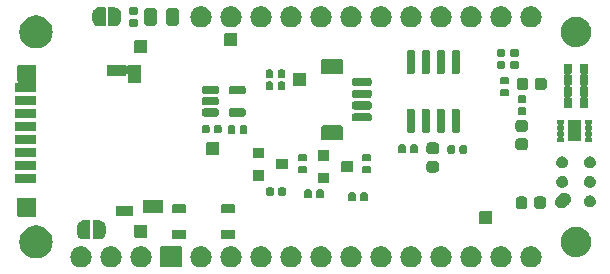
<source format=gbr>
G04 #@! TF.GenerationSoftware,KiCad,Pcbnew,8.0.3*
G04 #@! TF.CreationDate,2024-06-26T11:29:35-05:00*
G04 #@! TF.ProjectId,Bald Sense Wing v3,42616c64-2053-4656-9e73-652057696e67,rev?*
G04 #@! TF.SameCoordinates,Original*
G04 #@! TF.FileFunction,Soldermask,Top*
G04 #@! TF.FilePolarity,Negative*
%FSLAX46Y46*%
G04 Gerber Fmt 4.6, Leading zero omitted, Abs format (unit mm)*
G04 Created by KiCad (PCBNEW 8.0.3) date 2024-06-26 11:29:35*
%MOMM*%
%LPD*%
G01*
G04 APERTURE LIST*
G04 APERTURE END LIST*
G36*
X40239517Y-46092882D02*
G01*
X40256062Y-46103938D01*
X40267118Y-46120483D01*
X40271000Y-46140000D01*
X40271000Y-47840000D01*
X40267118Y-47859517D01*
X40256062Y-47876062D01*
X40239517Y-47887118D01*
X40220000Y-47891000D01*
X38520000Y-47891000D01*
X38500483Y-47887118D01*
X38483938Y-47876062D01*
X38472882Y-47859517D01*
X38469000Y-47840000D01*
X38469000Y-46140000D01*
X38472882Y-46120483D01*
X38483938Y-46103938D01*
X38500483Y-46092882D01*
X38520000Y-46089000D01*
X40220000Y-46089000D01*
X40239517Y-46092882D01*
G37*
G36*
X31796378Y-46093936D02*
G01*
X31844180Y-46093936D01*
X31885458Y-46102710D01*
X31925704Y-46106674D01*
X31976264Y-46122011D01*
X32028424Y-46133098D01*
X32061800Y-46147957D01*
X32094654Y-46157924D01*
X32146864Y-46185830D01*
X32200500Y-46209711D01*
X32225436Y-46227828D01*
X32250365Y-46241153D01*
X32301218Y-46282887D01*
X32352887Y-46320427D01*
X32369662Y-46339058D01*
X32386842Y-46353157D01*
X32433006Y-46409409D01*
X32478924Y-46460405D01*
X32488570Y-46477113D01*
X32498846Y-46489634D01*
X32536859Y-46560752D01*
X32573104Y-46623530D01*
X32577273Y-46636361D01*
X32582075Y-46645345D01*
X32608545Y-46732607D01*
X32631311Y-46802672D01*
X32632112Y-46810297D01*
X32633325Y-46814295D01*
X32645132Y-46934173D01*
X32651000Y-46990000D01*
X32645131Y-47045831D01*
X32633325Y-47165704D01*
X32632112Y-47169700D01*
X32631311Y-47177328D01*
X32608541Y-47247406D01*
X32582075Y-47334654D01*
X32577274Y-47343635D01*
X32573104Y-47356470D01*
X32536852Y-47419259D01*
X32498846Y-47490365D01*
X32488572Y-47502883D01*
X32478924Y-47519595D01*
X32432997Y-47570601D01*
X32386842Y-47626842D01*
X32369666Y-47640937D01*
X32352887Y-47659573D01*
X32301208Y-47697119D01*
X32250365Y-47738846D01*
X32225441Y-47752167D01*
X32200500Y-47770289D01*
X32146853Y-47794174D01*
X32094654Y-47822075D01*
X32061807Y-47832038D01*
X32028424Y-47846902D01*
X31976253Y-47857991D01*
X31925704Y-47873325D01*
X31885467Y-47877288D01*
X31844180Y-47886064D01*
X31796368Y-47886064D01*
X31750000Y-47890631D01*
X31703632Y-47886064D01*
X31655820Y-47886064D01*
X31614532Y-47877288D01*
X31574295Y-47873325D01*
X31523743Y-47857990D01*
X31471576Y-47846902D01*
X31438195Y-47832039D01*
X31405345Y-47822075D01*
X31353140Y-47794171D01*
X31299500Y-47770289D01*
X31274561Y-47752169D01*
X31249634Y-47738846D01*
X31198782Y-47697113D01*
X31147113Y-47659573D01*
X31130336Y-47640940D01*
X31113157Y-47626842D01*
X31066990Y-47570588D01*
X31021076Y-47519595D01*
X31011429Y-47502887D01*
X31001153Y-47490365D01*
X30963134Y-47419236D01*
X30926896Y-47356470D01*
X30922727Y-47343640D01*
X30917924Y-47334654D01*
X30891443Y-47247360D01*
X30868689Y-47177328D01*
X30867887Y-47169705D01*
X30866674Y-47165704D01*
X30854852Y-47045679D01*
X30849000Y-46990000D01*
X30854851Y-46934324D01*
X30866674Y-46814295D01*
X30867888Y-46810292D01*
X30868689Y-46802672D01*
X30891439Y-46732653D01*
X30917924Y-46645345D01*
X30922728Y-46636356D01*
X30926896Y-46623530D01*
X30963126Y-46560776D01*
X31001153Y-46489634D01*
X31011431Y-46477109D01*
X31021076Y-46460405D01*
X31066981Y-46409421D01*
X31113157Y-46353157D01*
X31130340Y-46339055D01*
X31147113Y-46320427D01*
X31198772Y-46282894D01*
X31249634Y-46241153D01*
X31274566Y-46227826D01*
X31299500Y-46209711D01*
X31353129Y-46185833D01*
X31405345Y-46157924D01*
X31438202Y-46147957D01*
X31471576Y-46133098D01*
X31523732Y-46122011D01*
X31574295Y-46106674D01*
X31614541Y-46102709D01*
X31655820Y-46093936D01*
X31703622Y-46093936D01*
X31750000Y-46089368D01*
X31796378Y-46093936D01*
G37*
G36*
X34336378Y-46093936D02*
G01*
X34384180Y-46093936D01*
X34425458Y-46102710D01*
X34465704Y-46106674D01*
X34516264Y-46122011D01*
X34568424Y-46133098D01*
X34601800Y-46147957D01*
X34634654Y-46157924D01*
X34686864Y-46185830D01*
X34740500Y-46209711D01*
X34765436Y-46227828D01*
X34790365Y-46241153D01*
X34841218Y-46282887D01*
X34892887Y-46320427D01*
X34909662Y-46339058D01*
X34926842Y-46353157D01*
X34973006Y-46409409D01*
X35018924Y-46460405D01*
X35028570Y-46477113D01*
X35038846Y-46489634D01*
X35076859Y-46560752D01*
X35113104Y-46623530D01*
X35117273Y-46636361D01*
X35122075Y-46645345D01*
X35148545Y-46732607D01*
X35171311Y-46802672D01*
X35172112Y-46810297D01*
X35173325Y-46814295D01*
X35185132Y-46934173D01*
X35191000Y-46990000D01*
X35185131Y-47045831D01*
X35173325Y-47165704D01*
X35172112Y-47169700D01*
X35171311Y-47177328D01*
X35148541Y-47247406D01*
X35122075Y-47334654D01*
X35117274Y-47343635D01*
X35113104Y-47356470D01*
X35076852Y-47419259D01*
X35038846Y-47490365D01*
X35028572Y-47502883D01*
X35018924Y-47519595D01*
X34972997Y-47570601D01*
X34926842Y-47626842D01*
X34909666Y-47640937D01*
X34892887Y-47659573D01*
X34841208Y-47697119D01*
X34790365Y-47738846D01*
X34765441Y-47752167D01*
X34740500Y-47770289D01*
X34686853Y-47794174D01*
X34634654Y-47822075D01*
X34601807Y-47832038D01*
X34568424Y-47846902D01*
X34516253Y-47857991D01*
X34465704Y-47873325D01*
X34425467Y-47877288D01*
X34384180Y-47886064D01*
X34336368Y-47886064D01*
X34290000Y-47890631D01*
X34243632Y-47886064D01*
X34195820Y-47886064D01*
X34154532Y-47877288D01*
X34114295Y-47873325D01*
X34063743Y-47857990D01*
X34011576Y-47846902D01*
X33978195Y-47832039D01*
X33945345Y-47822075D01*
X33893140Y-47794171D01*
X33839500Y-47770289D01*
X33814561Y-47752169D01*
X33789634Y-47738846D01*
X33738782Y-47697113D01*
X33687113Y-47659573D01*
X33670336Y-47640940D01*
X33653157Y-47626842D01*
X33606990Y-47570588D01*
X33561076Y-47519595D01*
X33551429Y-47502887D01*
X33541153Y-47490365D01*
X33503134Y-47419236D01*
X33466896Y-47356470D01*
X33462727Y-47343640D01*
X33457924Y-47334654D01*
X33431443Y-47247360D01*
X33408689Y-47177328D01*
X33407887Y-47169705D01*
X33406674Y-47165704D01*
X33394852Y-47045679D01*
X33389000Y-46990000D01*
X33394851Y-46934324D01*
X33406674Y-46814295D01*
X33407888Y-46810292D01*
X33408689Y-46802672D01*
X33431439Y-46732653D01*
X33457924Y-46645345D01*
X33462728Y-46636356D01*
X33466896Y-46623530D01*
X33503126Y-46560776D01*
X33541153Y-46489634D01*
X33551431Y-46477109D01*
X33561076Y-46460405D01*
X33606981Y-46409421D01*
X33653157Y-46353157D01*
X33670340Y-46339055D01*
X33687113Y-46320427D01*
X33738772Y-46282894D01*
X33789634Y-46241153D01*
X33814566Y-46227826D01*
X33839500Y-46209711D01*
X33893129Y-46185833D01*
X33945345Y-46157924D01*
X33978202Y-46147957D01*
X34011576Y-46133098D01*
X34063732Y-46122011D01*
X34114295Y-46106674D01*
X34154541Y-46102709D01*
X34195820Y-46093936D01*
X34243622Y-46093936D01*
X34290000Y-46089368D01*
X34336378Y-46093936D01*
G37*
G36*
X36876378Y-46093936D02*
G01*
X36924180Y-46093936D01*
X36965458Y-46102710D01*
X37005704Y-46106674D01*
X37056264Y-46122011D01*
X37108424Y-46133098D01*
X37141800Y-46147957D01*
X37174654Y-46157924D01*
X37226864Y-46185830D01*
X37280500Y-46209711D01*
X37305436Y-46227828D01*
X37330365Y-46241153D01*
X37381218Y-46282887D01*
X37432887Y-46320427D01*
X37449662Y-46339058D01*
X37466842Y-46353157D01*
X37513006Y-46409409D01*
X37558924Y-46460405D01*
X37568570Y-46477113D01*
X37578846Y-46489634D01*
X37616859Y-46560752D01*
X37653104Y-46623530D01*
X37657273Y-46636361D01*
X37662075Y-46645345D01*
X37688545Y-46732607D01*
X37711311Y-46802672D01*
X37712112Y-46810297D01*
X37713325Y-46814295D01*
X37725132Y-46934173D01*
X37731000Y-46990000D01*
X37725131Y-47045831D01*
X37713325Y-47165704D01*
X37712112Y-47169700D01*
X37711311Y-47177328D01*
X37688541Y-47247406D01*
X37662075Y-47334654D01*
X37657274Y-47343635D01*
X37653104Y-47356470D01*
X37616852Y-47419259D01*
X37578846Y-47490365D01*
X37568572Y-47502883D01*
X37558924Y-47519595D01*
X37512997Y-47570601D01*
X37466842Y-47626842D01*
X37449666Y-47640937D01*
X37432887Y-47659573D01*
X37381208Y-47697119D01*
X37330365Y-47738846D01*
X37305441Y-47752167D01*
X37280500Y-47770289D01*
X37226853Y-47794174D01*
X37174654Y-47822075D01*
X37141807Y-47832038D01*
X37108424Y-47846902D01*
X37056253Y-47857991D01*
X37005704Y-47873325D01*
X36965467Y-47877288D01*
X36924180Y-47886064D01*
X36876368Y-47886064D01*
X36830000Y-47890631D01*
X36783632Y-47886064D01*
X36735820Y-47886064D01*
X36694532Y-47877288D01*
X36654295Y-47873325D01*
X36603743Y-47857990D01*
X36551576Y-47846902D01*
X36518195Y-47832039D01*
X36485345Y-47822075D01*
X36433140Y-47794171D01*
X36379500Y-47770289D01*
X36354561Y-47752169D01*
X36329634Y-47738846D01*
X36278782Y-47697113D01*
X36227113Y-47659573D01*
X36210336Y-47640940D01*
X36193157Y-47626842D01*
X36146990Y-47570588D01*
X36101076Y-47519595D01*
X36091429Y-47502887D01*
X36081153Y-47490365D01*
X36043134Y-47419236D01*
X36006896Y-47356470D01*
X36002727Y-47343640D01*
X35997924Y-47334654D01*
X35971443Y-47247360D01*
X35948689Y-47177328D01*
X35947887Y-47169705D01*
X35946674Y-47165704D01*
X35934852Y-47045679D01*
X35929000Y-46990000D01*
X35934851Y-46934324D01*
X35946674Y-46814295D01*
X35947888Y-46810292D01*
X35948689Y-46802672D01*
X35971439Y-46732653D01*
X35997924Y-46645345D01*
X36002728Y-46636356D01*
X36006896Y-46623530D01*
X36043126Y-46560776D01*
X36081153Y-46489634D01*
X36091431Y-46477109D01*
X36101076Y-46460405D01*
X36146981Y-46409421D01*
X36193157Y-46353157D01*
X36210340Y-46339055D01*
X36227113Y-46320427D01*
X36278772Y-46282894D01*
X36329634Y-46241153D01*
X36354566Y-46227826D01*
X36379500Y-46209711D01*
X36433129Y-46185833D01*
X36485345Y-46157924D01*
X36518202Y-46147957D01*
X36551576Y-46133098D01*
X36603732Y-46122011D01*
X36654295Y-46106674D01*
X36694541Y-46102709D01*
X36735820Y-46093936D01*
X36783622Y-46093936D01*
X36830000Y-46089368D01*
X36876378Y-46093936D01*
G37*
G36*
X41956378Y-46093936D02*
G01*
X42004180Y-46093936D01*
X42045458Y-46102710D01*
X42085704Y-46106674D01*
X42136264Y-46122011D01*
X42188424Y-46133098D01*
X42221800Y-46147957D01*
X42254654Y-46157924D01*
X42306864Y-46185830D01*
X42360500Y-46209711D01*
X42385436Y-46227828D01*
X42410365Y-46241153D01*
X42461218Y-46282887D01*
X42512887Y-46320427D01*
X42529662Y-46339058D01*
X42546842Y-46353157D01*
X42593006Y-46409409D01*
X42638924Y-46460405D01*
X42648570Y-46477113D01*
X42658846Y-46489634D01*
X42696859Y-46560752D01*
X42733104Y-46623530D01*
X42737273Y-46636361D01*
X42742075Y-46645345D01*
X42768545Y-46732607D01*
X42791311Y-46802672D01*
X42792112Y-46810297D01*
X42793325Y-46814295D01*
X42805132Y-46934173D01*
X42811000Y-46990000D01*
X42805131Y-47045831D01*
X42793325Y-47165704D01*
X42792112Y-47169700D01*
X42791311Y-47177328D01*
X42768541Y-47247406D01*
X42742075Y-47334654D01*
X42737274Y-47343635D01*
X42733104Y-47356470D01*
X42696852Y-47419259D01*
X42658846Y-47490365D01*
X42648572Y-47502883D01*
X42638924Y-47519595D01*
X42592997Y-47570601D01*
X42546842Y-47626842D01*
X42529666Y-47640937D01*
X42512887Y-47659573D01*
X42461208Y-47697119D01*
X42410365Y-47738846D01*
X42385441Y-47752167D01*
X42360500Y-47770289D01*
X42306853Y-47794174D01*
X42254654Y-47822075D01*
X42221807Y-47832038D01*
X42188424Y-47846902D01*
X42136253Y-47857991D01*
X42085704Y-47873325D01*
X42045467Y-47877288D01*
X42004180Y-47886064D01*
X41956368Y-47886064D01*
X41910000Y-47890631D01*
X41863632Y-47886064D01*
X41815820Y-47886064D01*
X41774532Y-47877288D01*
X41734295Y-47873325D01*
X41683743Y-47857990D01*
X41631576Y-47846902D01*
X41598195Y-47832039D01*
X41565345Y-47822075D01*
X41513140Y-47794171D01*
X41459500Y-47770289D01*
X41434561Y-47752169D01*
X41409634Y-47738846D01*
X41358782Y-47697113D01*
X41307113Y-47659573D01*
X41290336Y-47640940D01*
X41273157Y-47626842D01*
X41226990Y-47570588D01*
X41181076Y-47519595D01*
X41171429Y-47502887D01*
X41161153Y-47490365D01*
X41123134Y-47419236D01*
X41086896Y-47356470D01*
X41082727Y-47343640D01*
X41077924Y-47334654D01*
X41051443Y-47247360D01*
X41028689Y-47177328D01*
X41027887Y-47169705D01*
X41026674Y-47165704D01*
X41014852Y-47045679D01*
X41009000Y-46990000D01*
X41014851Y-46934324D01*
X41026674Y-46814295D01*
X41027888Y-46810292D01*
X41028689Y-46802672D01*
X41051439Y-46732653D01*
X41077924Y-46645345D01*
X41082728Y-46636356D01*
X41086896Y-46623530D01*
X41123126Y-46560776D01*
X41161153Y-46489634D01*
X41171431Y-46477109D01*
X41181076Y-46460405D01*
X41226981Y-46409421D01*
X41273157Y-46353157D01*
X41290340Y-46339055D01*
X41307113Y-46320427D01*
X41358772Y-46282894D01*
X41409634Y-46241153D01*
X41434566Y-46227826D01*
X41459500Y-46209711D01*
X41513129Y-46185833D01*
X41565345Y-46157924D01*
X41598202Y-46147957D01*
X41631576Y-46133098D01*
X41683732Y-46122011D01*
X41734295Y-46106674D01*
X41774541Y-46102709D01*
X41815820Y-46093936D01*
X41863622Y-46093936D01*
X41910000Y-46089368D01*
X41956378Y-46093936D01*
G37*
G36*
X44496378Y-46093936D02*
G01*
X44544180Y-46093936D01*
X44585458Y-46102710D01*
X44625704Y-46106674D01*
X44676264Y-46122011D01*
X44728424Y-46133098D01*
X44761800Y-46147957D01*
X44794654Y-46157924D01*
X44846864Y-46185830D01*
X44900500Y-46209711D01*
X44925436Y-46227828D01*
X44950365Y-46241153D01*
X45001218Y-46282887D01*
X45052887Y-46320427D01*
X45069662Y-46339058D01*
X45086842Y-46353157D01*
X45133006Y-46409409D01*
X45178924Y-46460405D01*
X45188570Y-46477113D01*
X45198846Y-46489634D01*
X45236859Y-46560752D01*
X45273104Y-46623530D01*
X45277273Y-46636361D01*
X45282075Y-46645345D01*
X45308545Y-46732607D01*
X45331311Y-46802672D01*
X45332112Y-46810297D01*
X45333325Y-46814295D01*
X45345132Y-46934173D01*
X45351000Y-46990000D01*
X45345131Y-47045831D01*
X45333325Y-47165704D01*
X45332112Y-47169700D01*
X45331311Y-47177328D01*
X45308541Y-47247406D01*
X45282075Y-47334654D01*
X45277274Y-47343635D01*
X45273104Y-47356470D01*
X45236852Y-47419259D01*
X45198846Y-47490365D01*
X45188572Y-47502883D01*
X45178924Y-47519595D01*
X45132997Y-47570601D01*
X45086842Y-47626842D01*
X45069666Y-47640937D01*
X45052887Y-47659573D01*
X45001208Y-47697119D01*
X44950365Y-47738846D01*
X44925441Y-47752167D01*
X44900500Y-47770289D01*
X44846853Y-47794174D01*
X44794654Y-47822075D01*
X44761807Y-47832038D01*
X44728424Y-47846902D01*
X44676253Y-47857991D01*
X44625704Y-47873325D01*
X44585467Y-47877288D01*
X44544180Y-47886064D01*
X44496368Y-47886064D01*
X44450000Y-47890631D01*
X44403632Y-47886064D01*
X44355820Y-47886064D01*
X44314532Y-47877288D01*
X44274295Y-47873325D01*
X44223743Y-47857990D01*
X44171576Y-47846902D01*
X44138195Y-47832039D01*
X44105345Y-47822075D01*
X44053140Y-47794171D01*
X43999500Y-47770289D01*
X43974561Y-47752169D01*
X43949634Y-47738846D01*
X43898782Y-47697113D01*
X43847113Y-47659573D01*
X43830336Y-47640940D01*
X43813157Y-47626842D01*
X43766990Y-47570588D01*
X43721076Y-47519595D01*
X43711429Y-47502887D01*
X43701153Y-47490365D01*
X43663134Y-47419236D01*
X43626896Y-47356470D01*
X43622727Y-47343640D01*
X43617924Y-47334654D01*
X43591443Y-47247360D01*
X43568689Y-47177328D01*
X43567887Y-47169705D01*
X43566674Y-47165704D01*
X43554852Y-47045679D01*
X43549000Y-46990000D01*
X43554851Y-46934324D01*
X43566674Y-46814295D01*
X43567888Y-46810292D01*
X43568689Y-46802672D01*
X43591439Y-46732653D01*
X43617924Y-46645345D01*
X43622728Y-46636356D01*
X43626896Y-46623530D01*
X43663126Y-46560776D01*
X43701153Y-46489634D01*
X43711431Y-46477109D01*
X43721076Y-46460405D01*
X43766981Y-46409421D01*
X43813157Y-46353157D01*
X43830340Y-46339055D01*
X43847113Y-46320427D01*
X43898772Y-46282894D01*
X43949634Y-46241153D01*
X43974566Y-46227826D01*
X43999500Y-46209711D01*
X44053129Y-46185833D01*
X44105345Y-46157924D01*
X44138202Y-46147957D01*
X44171576Y-46133098D01*
X44223732Y-46122011D01*
X44274295Y-46106674D01*
X44314541Y-46102709D01*
X44355820Y-46093936D01*
X44403622Y-46093936D01*
X44450000Y-46089368D01*
X44496378Y-46093936D01*
G37*
G36*
X47036378Y-46093936D02*
G01*
X47084180Y-46093936D01*
X47125458Y-46102710D01*
X47165704Y-46106674D01*
X47216264Y-46122011D01*
X47268424Y-46133098D01*
X47301800Y-46147957D01*
X47334654Y-46157924D01*
X47386864Y-46185830D01*
X47440500Y-46209711D01*
X47465436Y-46227828D01*
X47490365Y-46241153D01*
X47541218Y-46282887D01*
X47592887Y-46320427D01*
X47609662Y-46339058D01*
X47626842Y-46353157D01*
X47673006Y-46409409D01*
X47718924Y-46460405D01*
X47728570Y-46477113D01*
X47738846Y-46489634D01*
X47776859Y-46560752D01*
X47813104Y-46623530D01*
X47817273Y-46636361D01*
X47822075Y-46645345D01*
X47848545Y-46732607D01*
X47871311Y-46802672D01*
X47872112Y-46810297D01*
X47873325Y-46814295D01*
X47885132Y-46934173D01*
X47891000Y-46990000D01*
X47885131Y-47045831D01*
X47873325Y-47165704D01*
X47872112Y-47169700D01*
X47871311Y-47177328D01*
X47848541Y-47247406D01*
X47822075Y-47334654D01*
X47817274Y-47343635D01*
X47813104Y-47356470D01*
X47776852Y-47419259D01*
X47738846Y-47490365D01*
X47728572Y-47502883D01*
X47718924Y-47519595D01*
X47672997Y-47570601D01*
X47626842Y-47626842D01*
X47609666Y-47640937D01*
X47592887Y-47659573D01*
X47541208Y-47697119D01*
X47490365Y-47738846D01*
X47465441Y-47752167D01*
X47440500Y-47770289D01*
X47386853Y-47794174D01*
X47334654Y-47822075D01*
X47301807Y-47832038D01*
X47268424Y-47846902D01*
X47216253Y-47857991D01*
X47165704Y-47873325D01*
X47125467Y-47877288D01*
X47084180Y-47886064D01*
X47036368Y-47886064D01*
X46990000Y-47890631D01*
X46943632Y-47886064D01*
X46895820Y-47886064D01*
X46854532Y-47877288D01*
X46814295Y-47873325D01*
X46763743Y-47857990D01*
X46711576Y-47846902D01*
X46678195Y-47832039D01*
X46645345Y-47822075D01*
X46593140Y-47794171D01*
X46539500Y-47770289D01*
X46514561Y-47752169D01*
X46489634Y-47738846D01*
X46438782Y-47697113D01*
X46387113Y-47659573D01*
X46370336Y-47640940D01*
X46353157Y-47626842D01*
X46306990Y-47570588D01*
X46261076Y-47519595D01*
X46251429Y-47502887D01*
X46241153Y-47490365D01*
X46203134Y-47419236D01*
X46166896Y-47356470D01*
X46162727Y-47343640D01*
X46157924Y-47334654D01*
X46131443Y-47247360D01*
X46108689Y-47177328D01*
X46107887Y-47169705D01*
X46106674Y-47165704D01*
X46094852Y-47045679D01*
X46089000Y-46990000D01*
X46094851Y-46934324D01*
X46106674Y-46814295D01*
X46107888Y-46810292D01*
X46108689Y-46802672D01*
X46131439Y-46732653D01*
X46157924Y-46645345D01*
X46162728Y-46636356D01*
X46166896Y-46623530D01*
X46203126Y-46560776D01*
X46241153Y-46489634D01*
X46251431Y-46477109D01*
X46261076Y-46460405D01*
X46306981Y-46409421D01*
X46353157Y-46353157D01*
X46370340Y-46339055D01*
X46387113Y-46320427D01*
X46438772Y-46282894D01*
X46489634Y-46241153D01*
X46514566Y-46227826D01*
X46539500Y-46209711D01*
X46593129Y-46185833D01*
X46645345Y-46157924D01*
X46678202Y-46147957D01*
X46711576Y-46133098D01*
X46763732Y-46122011D01*
X46814295Y-46106674D01*
X46854541Y-46102709D01*
X46895820Y-46093936D01*
X46943622Y-46093936D01*
X46990000Y-46089368D01*
X47036378Y-46093936D01*
G37*
G36*
X49576378Y-46093936D02*
G01*
X49624180Y-46093936D01*
X49665458Y-46102710D01*
X49705704Y-46106674D01*
X49756264Y-46122011D01*
X49808424Y-46133098D01*
X49841800Y-46147957D01*
X49874654Y-46157924D01*
X49926864Y-46185830D01*
X49980500Y-46209711D01*
X50005436Y-46227828D01*
X50030365Y-46241153D01*
X50081218Y-46282887D01*
X50132887Y-46320427D01*
X50149662Y-46339058D01*
X50166842Y-46353157D01*
X50213006Y-46409409D01*
X50258924Y-46460405D01*
X50268570Y-46477113D01*
X50278846Y-46489634D01*
X50316859Y-46560752D01*
X50353104Y-46623530D01*
X50357273Y-46636361D01*
X50362075Y-46645345D01*
X50388545Y-46732607D01*
X50411311Y-46802672D01*
X50412112Y-46810297D01*
X50413325Y-46814295D01*
X50425132Y-46934173D01*
X50431000Y-46990000D01*
X50425131Y-47045831D01*
X50413325Y-47165704D01*
X50412112Y-47169700D01*
X50411311Y-47177328D01*
X50388541Y-47247406D01*
X50362075Y-47334654D01*
X50357274Y-47343635D01*
X50353104Y-47356470D01*
X50316852Y-47419259D01*
X50278846Y-47490365D01*
X50268572Y-47502883D01*
X50258924Y-47519595D01*
X50212997Y-47570601D01*
X50166842Y-47626842D01*
X50149666Y-47640937D01*
X50132887Y-47659573D01*
X50081208Y-47697119D01*
X50030365Y-47738846D01*
X50005441Y-47752167D01*
X49980500Y-47770289D01*
X49926853Y-47794174D01*
X49874654Y-47822075D01*
X49841807Y-47832038D01*
X49808424Y-47846902D01*
X49756253Y-47857991D01*
X49705704Y-47873325D01*
X49665467Y-47877288D01*
X49624180Y-47886064D01*
X49576368Y-47886064D01*
X49530000Y-47890631D01*
X49483632Y-47886064D01*
X49435820Y-47886064D01*
X49394532Y-47877288D01*
X49354295Y-47873325D01*
X49303743Y-47857990D01*
X49251576Y-47846902D01*
X49218195Y-47832039D01*
X49185345Y-47822075D01*
X49133140Y-47794171D01*
X49079500Y-47770289D01*
X49054561Y-47752169D01*
X49029634Y-47738846D01*
X48978782Y-47697113D01*
X48927113Y-47659573D01*
X48910336Y-47640940D01*
X48893157Y-47626842D01*
X48846990Y-47570588D01*
X48801076Y-47519595D01*
X48791429Y-47502887D01*
X48781153Y-47490365D01*
X48743134Y-47419236D01*
X48706896Y-47356470D01*
X48702727Y-47343640D01*
X48697924Y-47334654D01*
X48671443Y-47247360D01*
X48648689Y-47177328D01*
X48647887Y-47169705D01*
X48646674Y-47165704D01*
X48634852Y-47045679D01*
X48629000Y-46990000D01*
X48634851Y-46934324D01*
X48646674Y-46814295D01*
X48647888Y-46810292D01*
X48648689Y-46802672D01*
X48671439Y-46732653D01*
X48697924Y-46645345D01*
X48702728Y-46636356D01*
X48706896Y-46623530D01*
X48743126Y-46560776D01*
X48781153Y-46489634D01*
X48791431Y-46477109D01*
X48801076Y-46460405D01*
X48846981Y-46409421D01*
X48893157Y-46353157D01*
X48910340Y-46339055D01*
X48927113Y-46320427D01*
X48978772Y-46282894D01*
X49029634Y-46241153D01*
X49054566Y-46227826D01*
X49079500Y-46209711D01*
X49133129Y-46185833D01*
X49185345Y-46157924D01*
X49218202Y-46147957D01*
X49251576Y-46133098D01*
X49303732Y-46122011D01*
X49354295Y-46106674D01*
X49394541Y-46102709D01*
X49435820Y-46093936D01*
X49483622Y-46093936D01*
X49530000Y-46089368D01*
X49576378Y-46093936D01*
G37*
G36*
X52116378Y-46093936D02*
G01*
X52164180Y-46093936D01*
X52205458Y-46102710D01*
X52245704Y-46106674D01*
X52296264Y-46122011D01*
X52348424Y-46133098D01*
X52381800Y-46147957D01*
X52414654Y-46157924D01*
X52466864Y-46185830D01*
X52520500Y-46209711D01*
X52545436Y-46227828D01*
X52570365Y-46241153D01*
X52621218Y-46282887D01*
X52672887Y-46320427D01*
X52689662Y-46339058D01*
X52706842Y-46353157D01*
X52753006Y-46409409D01*
X52798924Y-46460405D01*
X52808570Y-46477113D01*
X52818846Y-46489634D01*
X52856859Y-46560752D01*
X52893104Y-46623530D01*
X52897273Y-46636361D01*
X52902075Y-46645345D01*
X52928545Y-46732607D01*
X52951311Y-46802672D01*
X52952112Y-46810297D01*
X52953325Y-46814295D01*
X52965132Y-46934173D01*
X52971000Y-46990000D01*
X52965131Y-47045831D01*
X52953325Y-47165704D01*
X52952112Y-47169700D01*
X52951311Y-47177328D01*
X52928541Y-47247406D01*
X52902075Y-47334654D01*
X52897274Y-47343635D01*
X52893104Y-47356470D01*
X52856852Y-47419259D01*
X52818846Y-47490365D01*
X52808572Y-47502883D01*
X52798924Y-47519595D01*
X52752997Y-47570601D01*
X52706842Y-47626842D01*
X52689666Y-47640937D01*
X52672887Y-47659573D01*
X52621208Y-47697119D01*
X52570365Y-47738846D01*
X52545441Y-47752167D01*
X52520500Y-47770289D01*
X52466853Y-47794174D01*
X52414654Y-47822075D01*
X52381807Y-47832038D01*
X52348424Y-47846902D01*
X52296253Y-47857991D01*
X52245704Y-47873325D01*
X52205467Y-47877288D01*
X52164180Y-47886064D01*
X52116368Y-47886064D01*
X52070000Y-47890631D01*
X52023632Y-47886064D01*
X51975820Y-47886064D01*
X51934532Y-47877288D01*
X51894295Y-47873325D01*
X51843743Y-47857990D01*
X51791576Y-47846902D01*
X51758195Y-47832039D01*
X51725345Y-47822075D01*
X51673140Y-47794171D01*
X51619500Y-47770289D01*
X51594561Y-47752169D01*
X51569634Y-47738846D01*
X51518782Y-47697113D01*
X51467113Y-47659573D01*
X51450336Y-47640940D01*
X51433157Y-47626842D01*
X51386990Y-47570588D01*
X51341076Y-47519595D01*
X51331429Y-47502887D01*
X51321153Y-47490365D01*
X51283134Y-47419236D01*
X51246896Y-47356470D01*
X51242727Y-47343640D01*
X51237924Y-47334654D01*
X51211443Y-47247360D01*
X51188689Y-47177328D01*
X51187887Y-47169705D01*
X51186674Y-47165704D01*
X51174852Y-47045679D01*
X51169000Y-46990000D01*
X51174851Y-46934324D01*
X51186674Y-46814295D01*
X51187888Y-46810292D01*
X51188689Y-46802672D01*
X51211439Y-46732653D01*
X51237924Y-46645345D01*
X51242728Y-46636356D01*
X51246896Y-46623530D01*
X51283126Y-46560776D01*
X51321153Y-46489634D01*
X51331431Y-46477109D01*
X51341076Y-46460405D01*
X51386981Y-46409421D01*
X51433157Y-46353157D01*
X51450340Y-46339055D01*
X51467113Y-46320427D01*
X51518772Y-46282894D01*
X51569634Y-46241153D01*
X51594566Y-46227826D01*
X51619500Y-46209711D01*
X51673129Y-46185833D01*
X51725345Y-46157924D01*
X51758202Y-46147957D01*
X51791576Y-46133098D01*
X51843732Y-46122011D01*
X51894295Y-46106674D01*
X51934541Y-46102709D01*
X51975820Y-46093936D01*
X52023622Y-46093936D01*
X52070000Y-46089368D01*
X52116378Y-46093936D01*
G37*
G36*
X54656378Y-46093936D02*
G01*
X54704180Y-46093936D01*
X54745458Y-46102710D01*
X54785704Y-46106674D01*
X54836264Y-46122011D01*
X54888424Y-46133098D01*
X54921800Y-46147957D01*
X54954654Y-46157924D01*
X55006864Y-46185830D01*
X55060500Y-46209711D01*
X55085436Y-46227828D01*
X55110365Y-46241153D01*
X55161218Y-46282887D01*
X55212887Y-46320427D01*
X55229662Y-46339058D01*
X55246842Y-46353157D01*
X55293006Y-46409409D01*
X55338924Y-46460405D01*
X55348570Y-46477113D01*
X55358846Y-46489634D01*
X55396859Y-46560752D01*
X55433104Y-46623530D01*
X55437273Y-46636361D01*
X55442075Y-46645345D01*
X55468545Y-46732607D01*
X55491311Y-46802672D01*
X55492112Y-46810297D01*
X55493325Y-46814295D01*
X55505132Y-46934173D01*
X55511000Y-46990000D01*
X55505131Y-47045831D01*
X55493325Y-47165704D01*
X55492112Y-47169700D01*
X55491311Y-47177328D01*
X55468541Y-47247406D01*
X55442075Y-47334654D01*
X55437274Y-47343635D01*
X55433104Y-47356470D01*
X55396852Y-47419259D01*
X55358846Y-47490365D01*
X55348572Y-47502883D01*
X55338924Y-47519595D01*
X55292997Y-47570601D01*
X55246842Y-47626842D01*
X55229666Y-47640937D01*
X55212887Y-47659573D01*
X55161208Y-47697119D01*
X55110365Y-47738846D01*
X55085441Y-47752167D01*
X55060500Y-47770289D01*
X55006853Y-47794174D01*
X54954654Y-47822075D01*
X54921807Y-47832038D01*
X54888424Y-47846902D01*
X54836253Y-47857991D01*
X54785704Y-47873325D01*
X54745467Y-47877288D01*
X54704180Y-47886064D01*
X54656368Y-47886064D01*
X54610000Y-47890631D01*
X54563632Y-47886064D01*
X54515820Y-47886064D01*
X54474532Y-47877288D01*
X54434295Y-47873325D01*
X54383743Y-47857990D01*
X54331576Y-47846902D01*
X54298195Y-47832039D01*
X54265345Y-47822075D01*
X54213140Y-47794171D01*
X54159500Y-47770289D01*
X54134561Y-47752169D01*
X54109634Y-47738846D01*
X54058782Y-47697113D01*
X54007113Y-47659573D01*
X53990336Y-47640940D01*
X53973157Y-47626842D01*
X53926990Y-47570588D01*
X53881076Y-47519595D01*
X53871429Y-47502887D01*
X53861153Y-47490365D01*
X53823134Y-47419236D01*
X53786896Y-47356470D01*
X53782727Y-47343640D01*
X53777924Y-47334654D01*
X53751443Y-47247360D01*
X53728689Y-47177328D01*
X53727887Y-47169705D01*
X53726674Y-47165704D01*
X53714852Y-47045679D01*
X53709000Y-46990000D01*
X53714851Y-46934324D01*
X53726674Y-46814295D01*
X53727888Y-46810292D01*
X53728689Y-46802672D01*
X53751439Y-46732653D01*
X53777924Y-46645345D01*
X53782728Y-46636356D01*
X53786896Y-46623530D01*
X53823126Y-46560776D01*
X53861153Y-46489634D01*
X53871431Y-46477109D01*
X53881076Y-46460405D01*
X53926981Y-46409421D01*
X53973157Y-46353157D01*
X53990340Y-46339055D01*
X54007113Y-46320427D01*
X54058772Y-46282894D01*
X54109634Y-46241153D01*
X54134566Y-46227826D01*
X54159500Y-46209711D01*
X54213129Y-46185833D01*
X54265345Y-46157924D01*
X54298202Y-46147957D01*
X54331576Y-46133098D01*
X54383732Y-46122011D01*
X54434295Y-46106674D01*
X54474541Y-46102709D01*
X54515820Y-46093936D01*
X54563622Y-46093936D01*
X54610000Y-46089368D01*
X54656378Y-46093936D01*
G37*
G36*
X57196378Y-46093936D02*
G01*
X57244180Y-46093936D01*
X57285458Y-46102710D01*
X57325704Y-46106674D01*
X57376264Y-46122011D01*
X57428424Y-46133098D01*
X57461800Y-46147957D01*
X57494654Y-46157924D01*
X57546864Y-46185830D01*
X57600500Y-46209711D01*
X57625436Y-46227828D01*
X57650365Y-46241153D01*
X57701218Y-46282887D01*
X57752887Y-46320427D01*
X57769662Y-46339058D01*
X57786842Y-46353157D01*
X57833006Y-46409409D01*
X57878924Y-46460405D01*
X57888570Y-46477113D01*
X57898846Y-46489634D01*
X57936859Y-46560752D01*
X57973104Y-46623530D01*
X57977273Y-46636361D01*
X57982075Y-46645345D01*
X58008545Y-46732607D01*
X58031311Y-46802672D01*
X58032112Y-46810297D01*
X58033325Y-46814295D01*
X58045132Y-46934173D01*
X58051000Y-46990000D01*
X58045131Y-47045831D01*
X58033325Y-47165704D01*
X58032112Y-47169700D01*
X58031311Y-47177328D01*
X58008541Y-47247406D01*
X57982075Y-47334654D01*
X57977274Y-47343635D01*
X57973104Y-47356470D01*
X57936852Y-47419259D01*
X57898846Y-47490365D01*
X57888572Y-47502883D01*
X57878924Y-47519595D01*
X57832997Y-47570601D01*
X57786842Y-47626842D01*
X57769666Y-47640937D01*
X57752887Y-47659573D01*
X57701208Y-47697119D01*
X57650365Y-47738846D01*
X57625441Y-47752167D01*
X57600500Y-47770289D01*
X57546853Y-47794174D01*
X57494654Y-47822075D01*
X57461807Y-47832038D01*
X57428424Y-47846902D01*
X57376253Y-47857991D01*
X57325704Y-47873325D01*
X57285467Y-47877288D01*
X57244180Y-47886064D01*
X57196368Y-47886064D01*
X57150000Y-47890631D01*
X57103632Y-47886064D01*
X57055820Y-47886064D01*
X57014532Y-47877288D01*
X56974295Y-47873325D01*
X56923743Y-47857990D01*
X56871576Y-47846902D01*
X56838195Y-47832039D01*
X56805345Y-47822075D01*
X56753140Y-47794171D01*
X56699500Y-47770289D01*
X56674561Y-47752169D01*
X56649634Y-47738846D01*
X56598782Y-47697113D01*
X56547113Y-47659573D01*
X56530336Y-47640940D01*
X56513157Y-47626842D01*
X56466990Y-47570588D01*
X56421076Y-47519595D01*
X56411429Y-47502887D01*
X56401153Y-47490365D01*
X56363134Y-47419236D01*
X56326896Y-47356470D01*
X56322727Y-47343640D01*
X56317924Y-47334654D01*
X56291443Y-47247360D01*
X56268689Y-47177328D01*
X56267887Y-47169705D01*
X56266674Y-47165704D01*
X56254852Y-47045679D01*
X56249000Y-46990000D01*
X56254851Y-46934324D01*
X56266674Y-46814295D01*
X56267888Y-46810292D01*
X56268689Y-46802672D01*
X56291439Y-46732653D01*
X56317924Y-46645345D01*
X56322728Y-46636356D01*
X56326896Y-46623530D01*
X56363126Y-46560776D01*
X56401153Y-46489634D01*
X56411431Y-46477109D01*
X56421076Y-46460405D01*
X56466981Y-46409421D01*
X56513157Y-46353157D01*
X56530340Y-46339055D01*
X56547113Y-46320427D01*
X56598772Y-46282894D01*
X56649634Y-46241153D01*
X56674566Y-46227826D01*
X56699500Y-46209711D01*
X56753129Y-46185833D01*
X56805345Y-46157924D01*
X56838202Y-46147957D01*
X56871576Y-46133098D01*
X56923732Y-46122011D01*
X56974295Y-46106674D01*
X57014541Y-46102709D01*
X57055820Y-46093936D01*
X57103622Y-46093936D01*
X57150000Y-46089368D01*
X57196378Y-46093936D01*
G37*
G36*
X59736378Y-46093936D02*
G01*
X59784180Y-46093936D01*
X59825458Y-46102710D01*
X59865704Y-46106674D01*
X59916264Y-46122011D01*
X59968424Y-46133098D01*
X60001800Y-46147957D01*
X60034654Y-46157924D01*
X60086864Y-46185830D01*
X60140500Y-46209711D01*
X60165436Y-46227828D01*
X60190365Y-46241153D01*
X60241218Y-46282887D01*
X60292887Y-46320427D01*
X60309662Y-46339058D01*
X60326842Y-46353157D01*
X60373006Y-46409409D01*
X60418924Y-46460405D01*
X60428570Y-46477113D01*
X60438846Y-46489634D01*
X60476859Y-46560752D01*
X60513104Y-46623530D01*
X60517273Y-46636361D01*
X60522075Y-46645345D01*
X60548545Y-46732607D01*
X60571311Y-46802672D01*
X60572112Y-46810297D01*
X60573325Y-46814295D01*
X60585132Y-46934173D01*
X60591000Y-46990000D01*
X60585131Y-47045831D01*
X60573325Y-47165704D01*
X60572112Y-47169700D01*
X60571311Y-47177328D01*
X60548541Y-47247406D01*
X60522075Y-47334654D01*
X60517274Y-47343635D01*
X60513104Y-47356470D01*
X60476852Y-47419259D01*
X60438846Y-47490365D01*
X60428572Y-47502883D01*
X60418924Y-47519595D01*
X60372997Y-47570601D01*
X60326842Y-47626842D01*
X60309666Y-47640937D01*
X60292887Y-47659573D01*
X60241208Y-47697119D01*
X60190365Y-47738846D01*
X60165441Y-47752167D01*
X60140500Y-47770289D01*
X60086853Y-47794174D01*
X60034654Y-47822075D01*
X60001807Y-47832038D01*
X59968424Y-47846902D01*
X59916253Y-47857991D01*
X59865704Y-47873325D01*
X59825467Y-47877288D01*
X59784180Y-47886064D01*
X59736368Y-47886064D01*
X59690000Y-47890631D01*
X59643632Y-47886064D01*
X59595820Y-47886064D01*
X59554532Y-47877288D01*
X59514295Y-47873325D01*
X59463743Y-47857990D01*
X59411576Y-47846902D01*
X59378195Y-47832039D01*
X59345345Y-47822075D01*
X59293140Y-47794171D01*
X59239500Y-47770289D01*
X59214561Y-47752169D01*
X59189634Y-47738846D01*
X59138782Y-47697113D01*
X59087113Y-47659573D01*
X59070336Y-47640940D01*
X59053157Y-47626842D01*
X59006990Y-47570588D01*
X58961076Y-47519595D01*
X58951429Y-47502887D01*
X58941153Y-47490365D01*
X58903134Y-47419236D01*
X58866896Y-47356470D01*
X58862727Y-47343640D01*
X58857924Y-47334654D01*
X58831443Y-47247360D01*
X58808689Y-47177328D01*
X58807887Y-47169705D01*
X58806674Y-47165704D01*
X58794852Y-47045679D01*
X58789000Y-46990000D01*
X58794851Y-46934324D01*
X58806674Y-46814295D01*
X58807888Y-46810292D01*
X58808689Y-46802672D01*
X58831439Y-46732653D01*
X58857924Y-46645345D01*
X58862728Y-46636356D01*
X58866896Y-46623530D01*
X58903126Y-46560776D01*
X58941153Y-46489634D01*
X58951431Y-46477109D01*
X58961076Y-46460405D01*
X59006981Y-46409421D01*
X59053157Y-46353157D01*
X59070340Y-46339055D01*
X59087113Y-46320427D01*
X59138772Y-46282894D01*
X59189634Y-46241153D01*
X59214566Y-46227826D01*
X59239500Y-46209711D01*
X59293129Y-46185833D01*
X59345345Y-46157924D01*
X59378202Y-46147957D01*
X59411576Y-46133098D01*
X59463732Y-46122011D01*
X59514295Y-46106674D01*
X59554541Y-46102709D01*
X59595820Y-46093936D01*
X59643622Y-46093936D01*
X59690000Y-46089368D01*
X59736378Y-46093936D01*
G37*
G36*
X62276378Y-46093936D02*
G01*
X62324180Y-46093936D01*
X62365458Y-46102710D01*
X62405704Y-46106674D01*
X62456264Y-46122011D01*
X62508424Y-46133098D01*
X62541800Y-46147957D01*
X62574654Y-46157924D01*
X62626864Y-46185830D01*
X62680500Y-46209711D01*
X62705436Y-46227828D01*
X62730365Y-46241153D01*
X62781218Y-46282887D01*
X62832887Y-46320427D01*
X62849662Y-46339058D01*
X62866842Y-46353157D01*
X62913006Y-46409409D01*
X62958924Y-46460405D01*
X62968570Y-46477113D01*
X62978846Y-46489634D01*
X63016859Y-46560752D01*
X63053104Y-46623530D01*
X63057273Y-46636361D01*
X63062075Y-46645345D01*
X63088545Y-46732607D01*
X63111311Y-46802672D01*
X63112112Y-46810297D01*
X63113325Y-46814295D01*
X63125132Y-46934173D01*
X63131000Y-46990000D01*
X63125131Y-47045831D01*
X63113325Y-47165704D01*
X63112112Y-47169700D01*
X63111311Y-47177328D01*
X63088541Y-47247406D01*
X63062075Y-47334654D01*
X63057274Y-47343635D01*
X63053104Y-47356470D01*
X63016852Y-47419259D01*
X62978846Y-47490365D01*
X62968572Y-47502883D01*
X62958924Y-47519595D01*
X62912997Y-47570601D01*
X62866842Y-47626842D01*
X62849666Y-47640937D01*
X62832887Y-47659573D01*
X62781208Y-47697119D01*
X62730365Y-47738846D01*
X62705441Y-47752167D01*
X62680500Y-47770289D01*
X62626853Y-47794174D01*
X62574654Y-47822075D01*
X62541807Y-47832038D01*
X62508424Y-47846902D01*
X62456253Y-47857991D01*
X62405704Y-47873325D01*
X62365467Y-47877288D01*
X62324180Y-47886064D01*
X62276368Y-47886064D01*
X62230000Y-47890631D01*
X62183632Y-47886064D01*
X62135820Y-47886064D01*
X62094532Y-47877288D01*
X62054295Y-47873325D01*
X62003743Y-47857990D01*
X61951576Y-47846902D01*
X61918195Y-47832039D01*
X61885345Y-47822075D01*
X61833140Y-47794171D01*
X61779500Y-47770289D01*
X61754561Y-47752169D01*
X61729634Y-47738846D01*
X61678782Y-47697113D01*
X61627113Y-47659573D01*
X61610336Y-47640940D01*
X61593157Y-47626842D01*
X61546990Y-47570588D01*
X61501076Y-47519595D01*
X61491429Y-47502887D01*
X61481153Y-47490365D01*
X61443134Y-47419236D01*
X61406896Y-47356470D01*
X61402727Y-47343640D01*
X61397924Y-47334654D01*
X61371443Y-47247360D01*
X61348689Y-47177328D01*
X61347887Y-47169705D01*
X61346674Y-47165704D01*
X61334852Y-47045679D01*
X61329000Y-46990000D01*
X61334851Y-46934324D01*
X61346674Y-46814295D01*
X61347888Y-46810292D01*
X61348689Y-46802672D01*
X61371439Y-46732653D01*
X61397924Y-46645345D01*
X61402728Y-46636356D01*
X61406896Y-46623530D01*
X61443126Y-46560776D01*
X61481153Y-46489634D01*
X61491431Y-46477109D01*
X61501076Y-46460405D01*
X61546981Y-46409421D01*
X61593157Y-46353157D01*
X61610340Y-46339055D01*
X61627113Y-46320427D01*
X61678772Y-46282894D01*
X61729634Y-46241153D01*
X61754566Y-46227826D01*
X61779500Y-46209711D01*
X61833129Y-46185833D01*
X61885345Y-46157924D01*
X61918202Y-46147957D01*
X61951576Y-46133098D01*
X62003732Y-46122011D01*
X62054295Y-46106674D01*
X62094541Y-46102709D01*
X62135820Y-46093936D01*
X62183622Y-46093936D01*
X62230000Y-46089368D01*
X62276378Y-46093936D01*
G37*
G36*
X64816378Y-46093936D02*
G01*
X64864180Y-46093936D01*
X64905458Y-46102710D01*
X64945704Y-46106674D01*
X64996264Y-46122011D01*
X65048424Y-46133098D01*
X65081800Y-46147957D01*
X65114654Y-46157924D01*
X65166864Y-46185830D01*
X65220500Y-46209711D01*
X65245436Y-46227828D01*
X65270365Y-46241153D01*
X65321218Y-46282887D01*
X65372887Y-46320427D01*
X65389662Y-46339058D01*
X65406842Y-46353157D01*
X65453006Y-46409409D01*
X65498924Y-46460405D01*
X65508570Y-46477113D01*
X65518846Y-46489634D01*
X65556859Y-46560752D01*
X65593104Y-46623530D01*
X65597273Y-46636361D01*
X65602075Y-46645345D01*
X65628545Y-46732607D01*
X65651311Y-46802672D01*
X65652112Y-46810297D01*
X65653325Y-46814295D01*
X65665132Y-46934173D01*
X65671000Y-46990000D01*
X65665131Y-47045831D01*
X65653325Y-47165704D01*
X65652112Y-47169700D01*
X65651311Y-47177328D01*
X65628541Y-47247406D01*
X65602075Y-47334654D01*
X65597274Y-47343635D01*
X65593104Y-47356470D01*
X65556852Y-47419259D01*
X65518846Y-47490365D01*
X65508572Y-47502883D01*
X65498924Y-47519595D01*
X65452997Y-47570601D01*
X65406842Y-47626842D01*
X65389666Y-47640937D01*
X65372887Y-47659573D01*
X65321208Y-47697119D01*
X65270365Y-47738846D01*
X65245441Y-47752167D01*
X65220500Y-47770289D01*
X65166853Y-47794174D01*
X65114654Y-47822075D01*
X65081807Y-47832038D01*
X65048424Y-47846902D01*
X64996253Y-47857991D01*
X64945704Y-47873325D01*
X64905467Y-47877288D01*
X64864180Y-47886064D01*
X64816368Y-47886064D01*
X64770000Y-47890631D01*
X64723632Y-47886064D01*
X64675820Y-47886064D01*
X64634532Y-47877288D01*
X64594295Y-47873325D01*
X64543743Y-47857990D01*
X64491576Y-47846902D01*
X64458195Y-47832039D01*
X64425345Y-47822075D01*
X64373140Y-47794171D01*
X64319500Y-47770289D01*
X64294561Y-47752169D01*
X64269634Y-47738846D01*
X64218782Y-47697113D01*
X64167113Y-47659573D01*
X64150336Y-47640940D01*
X64133157Y-47626842D01*
X64086990Y-47570588D01*
X64041076Y-47519595D01*
X64031429Y-47502887D01*
X64021153Y-47490365D01*
X63983134Y-47419236D01*
X63946896Y-47356470D01*
X63942727Y-47343640D01*
X63937924Y-47334654D01*
X63911443Y-47247360D01*
X63888689Y-47177328D01*
X63887887Y-47169705D01*
X63886674Y-47165704D01*
X63874852Y-47045679D01*
X63869000Y-46990000D01*
X63874851Y-46934324D01*
X63886674Y-46814295D01*
X63887888Y-46810292D01*
X63888689Y-46802672D01*
X63911439Y-46732653D01*
X63937924Y-46645345D01*
X63942728Y-46636356D01*
X63946896Y-46623530D01*
X63983126Y-46560776D01*
X64021153Y-46489634D01*
X64031431Y-46477109D01*
X64041076Y-46460405D01*
X64086981Y-46409421D01*
X64133157Y-46353157D01*
X64150340Y-46339055D01*
X64167113Y-46320427D01*
X64218772Y-46282894D01*
X64269634Y-46241153D01*
X64294566Y-46227826D01*
X64319500Y-46209711D01*
X64373129Y-46185833D01*
X64425345Y-46157924D01*
X64458202Y-46147957D01*
X64491576Y-46133098D01*
X64543732Y-46122011D01*
X64594295Y-46106674D01*
X64634541Y-46102709D01*
X64675820Y-46093936D01*
X64723622Y-46093936D01*
X64770000Y-46089368D01*
X64816378Y-46093936D01*
G37*
G36*
X67356378Y-46093936D02*
G01*
X67404180Y-46093936D01*
X67445458Y-46102710D01*
X67485704Y-46106674D01*
X67536264Y-46122011D01*
X67588424Y-46133098D01*
X67621800Y-46147957D01*
X67654654Y-46157924D01*
X67706864Y-46185830D01*
X67760500Y-46209711D01*
X67785436Y-46227828D01*
X67810365Y-46241153D01*
X67861218Y-46282887D01*
X67912887Y-46320427D01*
X67929662Y-46339058D01*
X67946842Y-46353157D01*
X67993006Y-46409409D01*
X68038924Y-46460405D01*
X68048570Y-46477113D01*
X68058846Y-46489634D01*
X68096859Y-46560752D01*
X68133104Y-46623530D01*
X68137273Y-46636361D01*
X68142075Y-46645345D01*
X68168545Y-46732607D01*
X68191311Y-46802672D01*
X68192112Y-46810297D01*
X68193325Y-46814295D01*
X68205132Y-46934173D01*
X68211000Y-46990000D01*
X68205131Y-47045831D01*
X68193325Y-47165704D01*
X68192112Y-47169700D01*
X68191311Y-47177328D01*
X68168541Y-47247406D01*
X68142075Y-47334654D01*
X68137274Y-47343635D01*
X68133104Y-47356470D01*
X68096852Y-47419259D01*
X68058846Y-47490365D01*
X68048572Y-47502883D01*
X68038924Y-47519595D01*
X67992997Y-47570601D01*
X67946842Y-47626842D01*
X67929666Y-47640937D01*
X67912887Y-47659573D01*
X67861208Y-47697119D01*
X67810365Y-47738846D01*
X67785441Y-47752167D01*
X67760500Y-47770289D01*
X67706853Y-47794174D01*
X67654654Y-47822075D01*
X67621807Y-47832038D01*
X67588424Y-47846902D01*
X67536253Y-47857991D01*
X67485704Y-47873325D01*
X67445467Y-47877288D01*
X67404180Y-47886064D01*
X67356368Y-47886064D01*
X67310000Y-47890631D01*
X67263632Y-47886064D01*
X67215820Y-47886064D01*
X67174532Y-47877288D01*
X67134295Y-47873325D01*
X67083743Y-47857990D01*
X67031576Y-47846902D01*
X66998195Y-47832039D01*
X66965345Y-47822075D01*
X66913140Y-47794171D01*
X66859500Y-47770289D01*
X66834561Y-47752169D01*
X66809634Y-47738846D01*
X66758782Y-47697113D01*
X66707113Y-47659573D01*
X66690336Y-47640940D01*
X66673157Y-47626842D01*
X66626990Y-47570588D01*
X66581076Y-47519595D01*
X66571429Y-47502887D01*
X66561153Y-47490365D01*
X66523134Y-47419236D01*
X66486896Y-47356470D01*
X66482727Y-47343640D01*
X66477924Y-47334654D01*
X66451443Y-47247360D01*
X66428689Y-47177328D01*
X66427887Y-47169705D01*
X66426674Y-47165704D01*
X66414852Y-47045679D01*
X66409000Y-46990000D01*
X66414851Y-46934324D01*
X66426674Y-46814295D01*
X66427888Y-46810292D01*
X66428689Y-46802672D01*
X66451439Y-46732653D01*
X66477924Y-46645345D01*
X66482728Y-46636356D01*
X66486896Y-46623530D01*
X66523126Y-46560776D01*
X66561153Y-46489634D01*
X66571431Y-46477109D01*
X66581076Y-46460405D01*
X66626981Y-46409421D01*
X66673157Y-46353157D01*
X66690340Y-46339055D01*
X66707113Y-46320427D01*
X66758772Y-46282894D01*
X66809634Y-46241153D01*
X66834566Y-46227826D01*
X66859500Y-46209711D01*
X66913129Y-46185833D01*
X66965345Y-46157924D01*
X66998202Y-46147957D01*
X67031576Y-46133098D01*
X67083732Y-46122011D01*
X67134295Y-46106674D01*
X67174541Y-46102709D01*
X67215820Y-46093936D01*
X67263622Y-46093936D01*
X67310000Y-46089368D01*
X67356378Y-46093936D01*
G37*
G36*
X69896378Y-46093936D02*
G01*
X69944180Y-46093936D01*
X69985458Y-46102710D01*
X70025704Y-46106674D01*
X70076264Y-46122011D01*
X70128424Y-46133098D01*
X70161800Y-46147957D01*
X70194654Y-46157924D01*
X70246864Y-46185830D01*
X70300500Y-46209711D01*
X70325436Y-46227828D01*
X70350365Y-46241153D01*
X70401218Y-46282887D01*
X70452887Y-46320427D01*
X70469662Y-46339058D01*
X70486842Y-46353157D01*
X70533006Y-46409409D01*
X70578924Y-46460405D01*
X70588570Y-46477113D01*
X70598846Y-46489634D01*
X70636859Y-46560752D01*
X70673104Y-46623530D01*
X70677273Y-46636361D01*
X70682075Y-46645345D01*
X70708545Y-46732607D01*
X70731311Y-46802672D01*
X70732112Y-46810297D01*
X70733325Y-46814295D01*
X70745132Y-46934173D01*
X70751000Y-46990000D01*
X70745131Y-47045831D01*
X70733325Y-47165704D01*
X70732112Y-47169700D01*
X70731311Y-47177328D01*
X70708541Y-47247406D01*
X70682075Y-47334654D01*
X70677274Y-47343635D01*
X70673104Y-47356470D01*
X70636852Y-47419259D01*
X70598846Y-47490365D01*
X70588572Y-47502883D01*
X70578924Y-47519595D01*
X70532997Y-47570601D01*
X70486842Y-47626842D01*
X70469666Y-47640937D01*
X70452887Y-47659573D01*
X70401208Y-47697119D01*
X70350365Y-47738846D01*
X70325441Y-47752167D01*
X70300500Y-47770289D01*
X70246853Y-47794174D01*
X70194654Y-47822075D01*
X70161807Y-47832038D01*
X70128424Y-47846902D01*
X70076253Y-47857991D01*
X70025704Y-47873325D01*
X69985467Y-47877288D01*
X69944180Y-47886064D01*
X69896368Y-47886064D01*
X69850000Y-47890631D01*
X69803632Y-47886064D01*
X69755820Y-47886064D01*
X69714532Y-47877288D01*
X69674295Y-47873325D01*
X69623743Y-47857990D01*
X69571576Y-47846902D01*
X69538195Y-47832039D01*
X69505345Y-47822075D01*
X69453140Y-47794171D01*
X69399500Y-47770289D01*
X69374561Y-47752169D01*
X69349634Y-47738846D01*
X69298782Y-47697113D01*
X69247113Y-47659573D01*
X69230336Y-47640940D01*
X69213157Y-47626842D01*
X69166990Y-47570588D01*
X69121076Y-47519595D01*
X69111429Y-47502887D01*
X69101153Y-47490365D01*
X69063134Y-47419236D01*
X69026896Y-47356470D01*
X69022727Y-47343640D01*
X69017924Y-47334654D01*
X68991443Y-47247360D01*
X68968689Y-47177328D01*
X68967887Y-47169705D01*
X68966674Y-47165704D01*
X68954852Y-47045679D01*
X68949000Y-46990000D01*
X68954851Y-46934324D01*
X68966674Y-46814295D01*
X68967888Y-46810292D01*
X68968689Y-46802672D01*
X68991439Y-46732653D01*
X69017924Y-46645345D01*
X69022728Y-46636356D01*
X69026896Y-46623530D01*
X69063126Y-46560776D01*
X69101153Y-46489634D01*
X69111431Y-46477109D01*
X69121076Y-46460405D01*
X69166981Y-46409421D01*
X69213157Y-46353157D01*
X69230340Y-46339055D01*
X69247113Y-46320427D01*
X69298772Y-46282894D01*
X69349634Y-46241153D01*
X69374566Y-46227826D01*
X69399500Y-46209711D01*
X69453129Y-46185833D01*
X69505345Y-46157924D01*
X69538202Y-46147957D01*
X69571576Y-46133098D01*
X69623732Y-46122011D01*
X69674295Y-46106674D01*
X69714541Y-46102709D01*
X69755820Y-46093936D01*
X69803622Y-46093936D01*
X69850000Y-46089368D01*
X69896378Y-46093936D01*
G37*
G36*
X28283925Y-44361870D02*
G01*
X28502775Y-44437002D01*
X28706274Y-44547130D01*
X28888871Y-44689251D01*
X29045586Y-44859488D01*
X29172143Y-45053198D01*
X29265090Y-45265096D01*
X29321892Y-45489403D01*
X29341000Y-45720000D01*
X29321892Y-45950597D01*
X29265090Y-46174904D01*
X29172143Y-46386802D01*
X29045586Y-46580512D01*
X28888871Y-46750749D01*
X28706274Y-46892870D01*
X28502775Y-47002998D01*
X28283925Y-47078130D01*
X28055694Y-47116215D01*
X27824306Y-47116215D01*
X27596075Y-47078130D01*
X27377225Y-47002998D01*
X27173726Y-46892870D01*
X26991129Y-46750749D01*
X26834414Y-46580512D01*
X26707857Y-46386802D01*
X26614910Y-46174904D01*
X26558108Y-45950597D01*
X26539000Y-45720000D01*
X26558108Y-45489403D01*
X26614910Y-45265096D01*
X26707857Y-45053198D01*
X26834414Y-44859488D01*
X26991129Y-44689251D01*
X27173726Y-44547130D01*
X27377225Y-44437002D01*
X27596075Y-44361870D01*
X27824306Y-44323785D01*
X28055694Y-44323785D01*
X28283925Y-44361870D01*
G37*
G36*
X73713767Y-44423704D02*
G01*
X73767412Y-44423704D01*
X73826535Y-44433569D01*
X73885916Y-44438765D01*
X73932547Y-44451260D01*
X73979315Y-44459064D01*
X74042052Y-44480601D01*
X74104968Y-44497460D01*
X74143507Y-44515431D01*
X74182499Y-44528817D01*
X74246561Y-44563486D01*
X74310500Y-44593301D01*
X74340600Y-44614377D01*
X74371436Y-44631065D01*
X74434202Y-44679918D01*
X74496267Y-44723376D01*
X74518141Y-44745250D01*
X74540968Y-44763017D01*
X74599611Y-44826720D01*
X74656624Y-44883733D01*
X74671013Y-44904282D01*
X74686465Y-44921068D01*
X74738015Y-44999972D01*
X74786699Y-45069500D01*
X74794825Y-45086927D01*
X74803964Y-45100915D01*
X74845448Y-45195489D01*
X74882540Y-45275032D01*
X74885993Y-45287921D01*
X74890262Y-45297652D01*
X74918844Y-45410520D01*
X74941235Y-45494084D01*
X74941884Y-45501503D01*
X74942998Y-45505902D01*
X74956048Y-45663400D01*
X74961000Y-45720000D01*
X74956047Y-45776604D01*
X74942998Y-45934097D01*
X74941884Y-45938495D01*
X74941235Y-45945916D01*
X74918839Y-46029496D01*
X74890262Y-46142347D01*
X74885994Y-46152075D01*
X74882540Y-46164968D01*
X74845441Y-46244526D01*
X74803964Y-46339084D01*
X74794827Y-46353069D01*
X74786699Y-46370500D01*
X74738005Y-46440041D01*
X74686465Y-46518931D01*
X74671016Y-46535712D01*
X74656624Y-46556267D01*
X74599600Y-46613290D01*
X74540968Y-46676982D01*
X74518145Y-46694745D01*
X74496267Y-46716624D01*
X74434189Y-46760090D01*
X74371436Y-46808934D01*
X74340607Y-46825617D01*
X74310500Y-46846699D01*
X74246548Y-46876520D01*
X74182499Y-46911182D01*
X74143515Y-46924564D01*
X74104968Y-46942540D01*
X74042039Y-46959401D01*
X73979315Y-46980935D01*
X73932555Y-46988737D01*
X73885916Y-47001235D01*
X73826532Y-47006430D01*
X73767412Y-47016296D01*
X73713767Y-47016296D01*
X73660000Y-47021000D01*
X73606233Y-47016296D01*
X73552588Y-47016296D01*
X73493466Y-47006430D01*
X73434084Y-47001235D01*
X73387445Y-46988738D01*
X73340684Y-46980935D01*
X73277955Y-46959400D01*
X73215032Y-46942540D01*
X73176487Y-46924566D01*
X73137500Y-46911182D01*
X73073444Y-46876516D01*
X73009500Y-46846699D01*
X72979396Y-46825620D01*
X72948563Y-46808934D01*
X72885800Y-46760083D01*
X72823733Y-46716624D01*
X72801857Y-46694748D01*
X72779031Y-46676982D01*
X72720387Y-46613278D01*
X72663376Y-46556267D01*
X72648987Y-46535717D01*
X72633534Y-46518931D01*
X72581979Y-46440020D01*
X72533301Y-46370500D01*
X72525175Y-46353074D01*
X72516035Y-46339084D01*
X72474541Y-46244490D01*
X72437460Y-46164968D01*
X72434007Y-46152081D01*
X72429737Y-46142347D01*
X72401142Y-46029428D01*
X72378765Y-45945916D01*
X72378116Y-45938501D01*
X72377001Y-45934097D01*
X72363933Y-45776388D01*
X72359000Y-45720000D01*
X72363932Y-45663616D01*
X72377001Y-45505902D01*
X72378116Y-45501497D01*
X72378765Y-45494084D01*
X72401137Y-45410588D01*
X72429737Y-45297652D01*
X72434007Y-45287915D01*
X72437460Y-45275032D01*
X72474534Y-45195525D01*
X72516035Y-45100915D01*
X72525176Y-45086922D01*
X72533301Y-45069500D01*
X72581969Y-44999993D01*
X72633534Y-44921068D01*
X72648990Y-44904278D01*
X72663376Y-44883733D01*
X72720375Y-44826733D01*
X72779031Y-44763017D01*
X72801862Y-44745246D01*
X72823733Y-44723376D01*
X72885787Y-44679925D01*
X72948563Y-44631065D01*
X72979402Y-44614375D01*
X73009500Y-44593301D01*
X73073431Y-44563489D01*
X73137500Y-44528817D01*
X73176495Y-44515429D01*
X73215032Y-44497460D01*
X73277942Y-44480603D01*
X73340684Y-44459064D01*
X73387453Y-44451259D01*
X73434084Y-44438765D01*
X73493463Y-44433569D01*
X73552588Y-44423704D01*
X73606233Y-44423704D01*
X73660000Y-44419000D01*
X73713767Y-44423704D01*
G37*
G36*
X32515672Y-43909048D02*
G01*
X32517535Y-43909595D01*
X32517838Y-43909945D01*
X32528598Y-43914402D01*
X32534914Y-43929652D01*
X32538929Y-43934285D01*
X32541246Y-43944939D01*
X32545000Y-43954000D01*
X32545000Y-45454000D01*
X32533948Y-45480680D01*
X32533404Y-45482535D01*
X32533055Y-45482837D01*
X32528598Y-45493598D01*
X32513345Y-45499915D01*
X32508714Y-45503929D01*
X32498061Y-45506246D01*
X32489000Y-45510000D01*
X32480809Y-45510000D01*
X31999956Y-45510000D01*
X31989000Y-45510000D01*
X31976714Y-45504911D01*
X31923290Y-45504911D01*
X31917843Y-45504911D01*
X31902066Y-45502643D01*
X31765515Y-45462548D01*
X31751016Y-45455926D01*
X31631294Y-45378985D01*
X31619248Y-45368547D01*
X31538217Y-45275032D01*
X31529619Y-45265110D01*
X31529618Y-45265108D01*
X31526051Y-45260992D01*
X31517434Y-45247583D01*
X31515171Y-45242629D01*
X31515169Y-45242625D01*
X31460578Y-45123088D01*
X31460574Y-45123077D01*
X31458315Y-45118129D01*
X31453824Y-45102836D01*
X31433570Y-44961970D01*
X31433000Y-44954000D01*
X31433000Y-44454000D01*
X31433570Y-44446030D01*
X31434615Y-44438765D01*
X31453048Y-44310560D01*
X31453048Y-44310558D01*
X31453824Y-44305164D01*
X31458315Y-44289871D01*
X31460574Y-44284924D01*
X31460578Y-44284911D01*
X31515169Y-44165374D01*
X31515173Y-44165367D01*
X31517434Y-44160417D01*
X31526051Y-44147008D01*
X31529615Y-44142894D01*
X31529619Y-44142889D01*
X31615679Y-44043571D01*
X31615681Y-44043568D01*
X31619248Y-44039453D01*
X31631294Y-44029015D01*
X31735275Y-43962190D01*
X31746433Y-43955019D01*
X31746434Y-43955018D01*
X31751016Y-43952074D01*
X31765515Y-43945452D01*
X31770742Y-43943916D01*
X31770745Y-43943916D01*
X31896837Y-43906892D01*
X31896839Y-43906891D01*
X31902066Y-43905357D01*
X31917843Y-43903089D01*
X31969691Y-43903089D01*
X31977814Y-43902216D01*
X31979936Y-43901754D01*
X31989000Y-43898000D01*
X32489000Y-43898000D01*
X32515672Y-43909048D01*
G37*
G36*
X33301286Y-43903089D02*
G01*
X33354710Y-43903089D01*
X33360157Y-43903089D01*
X33375934Y-43905357D01*
X33381161Y-43906891D01*
X33381162Y-43906892D01*
X33444412Y-43925464D01*
X33512485Y-43945452D01*
X33526984Y-43952074D01*
X33646706Y-44029015D01*
X33658752Y-44039453D01*
X33751949Y-44147008D01*
X33760566Y-44160417D01*
X33762829Y-44165372D01*
X33762830Y-44165374D01*
X33817421Y-44284911D01*
X33817423Y-44284917D01*
X33819685Y-44289871D01*
X33824176Y-44305164D01*
X33844430Y-44446030D01*
X33845000Y-44454000D01*
X33845000Y-44954000D01*
X33844430Y-44961970D01*
X33824176Y-45102836D01*
X33819685Y-45118129D01*
X33817422Y-45123083D01*
X33817421Y-45123088D01*
X33776143Y-45213472D01*
X33760566Y-45247583D01*
X33751949Y-45260992D01*
X33658752Y-45368547D01*
X33646706Y-45378985D01*
X33526984Y-45455926D01*
X33512485Y-45462548D01*
X33375934Y-45502643D01*
X33360157Y-45504911D01*
X33354710Y-45504911D01*
X33308309Y-45504911D01*
X33300186Y-45505784D01*
X33298063Y-45506245D01*
X33289000Y-45510000D01*
X33280805Y-45510000D01*
X32799955Y-45510000D01*
X32789000Y-45510000D01*
X32762321Y-45498949D01*
X32760464Y-45498404D01*
X32760161Y-45498054D01*
X32749402Y-45493598D01*
X32743085Y-45478347D01*
X32739070Y-45473714D01*
X32736752Y-45463058D01*
X32733000Y-45454000D01*
X32733000Y-43954000D01*
X32744047Y-43927329D01*
X32744595Y-43925464D01*
X32744945Y-43925159D01*
X32749402Y-43914402D01*
X32764650Y-43908085D01*
X32769285Y-43904070D01*
X32779942Y-43901751D01*
X32789000Y-43898000D01*
X33289000Y-43898000D01*
X33301286Y-43903089D01*
G37*
G36*
X40590517Y-44703882D02*
G01*
X40607062Y-44714938D01*
X40618118Y-44731483D01*
X40622000Y-44751000D01*
X40622000Y-45401000D01*
X40618118Y-45420517D01*
X40607062Y-45437062D01*
X40590517Y-45448118D01*
X40571000Y-45452000D01*
X39521000Y-45452000D01*
X39501483Y-45448118D01*
X39484938Y-45437062D01*
X39473882Y-45420517D01*
X39470000Y-45401000D01*
X39470000Y-44751000D01*
X39473882Y-44731483D01*
X39484938Y-44714938D01*
X39501483Y-44703882D01*
X39521000Y-44700000D01*
X40571000Y-44700000D01*
X40590517Y-44703882D01*
G37*
G36*
X44740517Y-44703882D02*
G01*
X44757062Y-44714938D01*
X44768118Y-44731483D01*
X44772000Y-44751000D01*
X44772000Y-45401000D01*
X44768118Y-45420517D01*
X44757062Y-45437062D01*
X44740517Y-45448118D01*
X44721000Y-45452000D01*
X43671000Y-45452000D01*
X43651483Y-45448118D01*
X43634938Y-45437062D01*
X43623882Y-45420517D01*
X43620000Y-45401000D01*
X43620000Y-44751000D01*
X43623882Y-44731483D01*
X43634938Y-44714938D01*
X43651483Y-44703882D01*
X43671000Y-44700000D01*
X44721000Y-44700000D01*
X44740517Y-44703882D01*
G37*
G36*
X37349517Y-44258482D02*
G01*
X37366062Y-44269538D01*
X37377118Y-44286083D01*
X37381000Y-44305600D01*
X37381000Y-45305600D01*
X37377118Y-45325117D01*
X37366062Y-45341662D01*
X37349517Y-45352718D01*
X37330000Y-45356600D01*
X36330000Y-45356600D01*
X36310483Y-45352718D01*
X36293938Y-45341662D01*
X36282882Y-45325117D01*
X36279000Y-45305600D01*
X36279000Y-44305600D01*
X36282882Y-44286083D01*
X36293938Y-44269538D01*
X36310483Y-44258482D01*
X36330000Y-44254600D01*
X37330000Y-44254600D01*
X37349517Y-44258482D01*
G37*
G36*
X66559517Y-43140882D02*
G01*
X66576062Y-43151938D01*
X66587118Y-43168483D01*
X66591000Y-43188000D01*
X66591000Y-44188000D01*
X66587118Y-44207517D01*
X66576062Y-44224062D01*
X66559517Y-44235118D01*
X66540000Y-44239000D01*
X65540000Y-44239000D01*
X65520483Y-44235118D01*
X65503938Y-44224062D01*
X65492882Y-44207517D01*
X65489000Y-44188000D01*
X65489000Y-43188000D01*
X65492882Y-43168483D01*
X65503938Y-43151938D01*
X65520483Y-43140882D01*
X65540000Y-43137000D01*
X66540000Y-43137000D01*
X66559517Y-43140882D01*
G37*
G36*
X27945517Y-41995882D02*
G01*
X27962062Y-42006938D01*
X27973118Y-42023483D01*
X27977000Y-42043000D01*
X27977000Y-43543000D01*
X27973118Y-43562517D01*
X27962062Y-43579062D01*
X27945517Y-43590118D01*
X27926000Y-43594000D01*
X26426000Y-43594000D01*
X26406483Y-43590118D01*
X26389938Y-43579062D01*
X26378882Y-43562517D01*
X26375000Y-43543000D01*
X26375000Y-42043000D01*
X26378882Y-42023483D01*
X26389938Y-42006938D01*
X26406483Y-41995882D01*
X26426000Y-41992000D01*
X27926000Y-41992000D01*
X27945517Y-41995882D01*
G37*
G36*
X36145517Y-42670882D02*
G01*
X36162062Y-42681938D01*
X36173118Y-42698483D01*
X36177000Y-42718000D01*
X36177000Y-43518000D01*
X36173118Y-43537517D01*
X36162062Y-43554062D01*
X36145517Y-43565118D01*
X36126000Y-43569000D01*
X34726000Y-43569000D01*
X34706483Y-43565118D01*
X34689938Y-43554062D01*
X34678882Y-43537517D01*
X34675000Y-43518000D01*
X34675000Y-42718000D01*
X34678882Y-42698483D01*
X34689938Y-42681938D01*
X34706483Y-42670882D01*
X34726000Y-42667000D01*
X36126000Y-42667000D01*
X36145517Y-42670882D01*
G37*
G36*
X40590517Y-42553882D02*
G01*
X40607062Y-42564938D01*
X40618118Y-42581483D01*
X40622000Y-42601000D01*
X40622000Y-43251000D01*
X40618118Y-43270517D01*
X40607062Y-43287062D01*
X40590517Y-43298118D01*
X40571000Y-43302000D01*
X39521000Y-43302000D01*
X39501483Y-43298118D01*
X39484938Y-43287062D01*
X39473882Y-43270517D01*
X39470000Y-43251000D01*
X39470000Y-42601000D01*
X39473882Y-42581483D01*
X39484938Y-42564938D01*
X39501483Y-42553882D01*
X39521000Y-42550000D01*
X40571000Y-42550000D01*
X40590517Y-42553882D01*
G37*
G36*
X44740517Y-42553882D02*
G01*
X44757062Y-42564938D01*
X44768118Y-42581483D01*
X44772000Y-42601000D01*
X44772000Y-43251000D01*
X44768118Y-43270517D01*
X44757062Y-43287062D01*
X44740517Y-43298118D01*
X44721000Y-43302000D01*
X43671000Y-43302000D01*
X43651483Y-43298118D01*
X43634938Y-43287062D01*
X43623882Y-43270517D01*
X43620000Y-43251000D01*
X43620000Y-42601000D01*
X43623882Y-42581483D01*
X43634938Y-42564938D01*
X43651483Y-42553882D01*
X43671000Y-42550000D01*
X44721000Y-42550000D01*
X44740517Y-42553882D01*
G37*
G36*
X38645517Y-42170882D02*
G01*
X38662062Y-42181938D01*
X38673118Y-42198483D01*
X38677000Y-42218000D01*
X38677000Y-43218000D01*
X38673118Y-43237517D01*
X38662062Y-43254062D01*
X38645517Y-43265118D01*
X38626000Y-43269000D01*
X37076000Y-43269000D01*
X37056483Y-43265118D01*
X37039938Y-43254062D01*
X37028882Y-43237517D01*
X37025000Y-43218000D01*
X37025000Y-42218000D01*
X37028882Y-42198483D01*
X37039938Y-42181938D01*
X37056483Y-42170882D01*
X37076000Y-42167000D01*
X38626000Y-42167000D01*
X38645517Y-42170882D01*
G37*
G36*
X69290122Y-41877007D02*
G01*
X69352725Y-41886129D01*
X69364213Y-41891745D01*
X69380621Y-41895009D01*
X69407148Y-41912734D01*
X69434765Y-41926235D01*
X69449691Y-41941161D01*
X69470161Y-41954839D01*
X69483838Y-41975308D01*
X69498764Y-41990234D01*
X69512263Y-42017849D01*
X69529991Y-42044379D01*
X69533254Y-42060787D01*
X69538870Y-42072274D01*
X69547988Y-42134861D01*
X69551000Y-42150000D01*
X69551000Y-42650000D01*
X69547988Y-42665141D01*
X69538870Y-42727725D01*
X69533255Y-42739210D01*
X69529991Y-42755621D01*
X69512262Y-42782153D01*
X69498764Y-42809765D01*
X69483840Y-42824688D01*
X69470161Y-42845161D01*
X69449688Y-42858840D01*
X69434765Y-42873764D01*
X69407153Y-42887262D01*
X69380621Y-42904991D01*
X69364210Y-42908255D01*
X69352725Y-42913870D01*
X69290141Y-42922988D01*
X69275000Y-42926000D01*
X68825000Y-42926000D01*
X68809861Y-42922988D01*
X68747274Y-42913870D01*
X68735787Y-42908254D01*
X68719379Y-42904991D01*
X68692849Y-42887263D01*
X68665234Y-42873764D01*
X68650308Y-42858838D01*
X68629839Y-42845161D01*
X68616161Y-42824691D01*
X68601235Y-42809765D01*
X68587734Y-42782148D01*
X68570009Y-42755621D01*
X68566745Y-42739213D01*
X68561129Y-42727725D01*
X68552007Y-42665122D01*
X68549000Y-42650000D01*
X68549000Y-42150000D01*
X68552007Y-42134880D01*
X68561129Y-42072274D01*
X68566745Y-42060784D01*
X68570009Y-42044379D01*
X68587732Y-42017854D01*
X68601235Y-41990234D01*
X68616163Y-41975305D01*
X68629839Y-41954839D01*
X68650305Y-41941163D01*
X68665234Y-41926235D01*
X68692854Y-41912732D01*
X68719379Y-41895009D01*
X68735784Y-41891745D01*
X68747274Y-41886129D01*
X68809880Y-41877007D01*
X68825000Y-41874000D01*
X69275000Y-41874000D01*
X69290122Y-41877007D01*
G37*
G36*
X70840122Y-41877007D02*
G01*
X70902725Y-41886129D01*
X70914213Y-41891745D01*
X70930621Y-41895009D01*
X70957148Y-41912734D01*
X70984765Y-41926235D01*
X70999691Y-41941161D01*
X71020161Y-41954839D01*
X71033838Y-41975308D01*
X71048764Y-41990234D01*
X71062263Y-42017849D01*
X71079991Y-42044379D01*
X71083254Y-42060787D01*
X71088870Y-42072274D01*
X71097988Y-42134861D01*
X71101000Y-42150000D01*
X71101000Y-42650000D01*
X71097988Y-42665141D01*
X71088870Y-42727725D01*
X71083255Y-42739210D01*
X71079991Y-42755621D01*
X71062262Y-42782153D01*
X71048764Y-42809765D01*
X71033840Y-42824688D01*
X71020161Y-42845161D01*
X70999688Y-42858840D01*
X70984765Y-42873764D01*
X70957153Y-42887262D01*
X70930621Y-42904991D01*
X70914210Y-42908255D01*
X70902725Y-42913870D01*
X70840141Y-42922988D01*
X70825000Y-42926000D01*
X70375000Y-42926000D01*
X70359861Y-42922988D01*
X70297274Y-42913870D01*
X70285787Y-42908254D01*
X70269379Y-42904991D01*
X70242849Y-42887263D01*
X70215234Y-42873764D01*
X70200308Y-42858838D01*
X70179839Y-42845161D01*
X70166161Y-42824691D01*
X70151235Y-42809765D01*
X70137734Y-42782148D01*
X70120009Y-42755621D01*
X70116745Y-42739213D01*
X70111129Y-42727725D01*
X70102007Y-42665122D01*
X70099000Y-42650000D01*
X70099000Y-42150000D01*
X70102007Y-42134880D01*
X70111129Y-42072274D01*
X70116745Y-42060784D01*
X70120009Y-42044379D01*
X70137732Y-42017854D01*
X70151235Y-41990234D01*
X70166163Y-41975305D01*
X70179839Y-41954839D01*
X70200305Y-41941163D01*
X70215234Y-41926235D01*
X70242854Y-41912732D01*
X70269379Y-41895009D01*
X70285784Y-41891745D01*
X70297274Y-41886129D01*
X70359880Y-41877007D01*
X70375000Y-41874000D01*
X70825000Y-41874000D01*
X70840122Y-41877007D01*
G37*
G36*
X72662824Y-41543597D02*
G01*
X72662845Y-41543597D01*
X72716567Y-41544534D01*
X72716586Y-41544535D01*
X72718574Y-41544570D01*
X72719101Y-41544607D01*
X72721061Y-41544847D01*
X72721080Y-41544849D01*
X72774453Y-41551403D01*
X72774459Y-41551404D01*
X72776421Y-41551645D01*
X72776942Y-41551736D01*
X72778875Y-41552182D01*
X72778879Y-41552183D01*
X72831261Y-41564276D01*
X72831271Y-41564278D01*
X72833212Y-41564727D01*
X72833720Y-41564873D01*
X72835613Y-41565524D01*
X72835617Y-41565526D01*
X72886422Y-41583019D01*
X72886440Y-41583026D01*
X72888324Y-41583675D01*
X72888814Y-41583873D01*
X72890620Y-41584715D01*
X72890627Y-41584718D01*
X72922747Y-41599696D01*
X72941153Y-41608279D01*
X72941620Y-41608527D01*
X72991121Y-41638271D01*
X72991559Y-41638567D01*
X73037681Y-41673321D01*
X73038086Y-41673661D01*
X73039545Y-41675021D01*
X73039555Y-41675030D01*
X73078854Y-41711678D01*
X73078863Y-41711687D01*
X73080321Y-41713047D01*
X73080688Y-41713427D01*
X73081996Y-41714931D01*
X73082006Y-41714942D01*
X73117269Y-41755506D01*
X73117280Y-41755520D01*
X73118576Y-41757011D01*
X73118902Y-41757427D01*
X73152026Y-41804734D01*
X73152306Y-41805183D01*
X73153272Y-41806926D01*
X73153274Y-41806929D01*
X73179334Y-41853941D01*
X73179338Y-41853950D01*
X73180304Y-41855692D01*
X73180536Y-41856167D01*
X73203101Y-41909326D01*
X73203281Y-41909823D01*
X73220165Y-41965050D01*
X73220293Y-41965562D01*
X73231312Y-42022251D01*
X73231386Y-42022775D01*
X73236419Y-42080305D01*
X73236437Y-42080833D01*
X73235430Y-42138574D01*
X73235393Y-42139101D01*
X73228355Y-42196421D01*
X73228264Y-42196942D01*
X73215273Y-42253212D01*
X73215127Y-42253720D01*
X73196325Y-42308324D01*
X73196127Y-42308814D01*
X73171721Y-42361153D01*
X73171473Y-42361620D01*
X73141729Y-42411121D01*
X73141433Y-42411559D01*
X73106679Y-42457681D01*
X73106325Y-42458101D01*
X73063679Y-42503459D01*
X73063233Y-42503880D01*
X72943233Y-42603880D01*
X72803368Y-42723763D01*
X72759372Y-42763643D01*
X72758948Y-42763987D01*
X72713738Y-42796833D01*
X72713295Y-42797120D01*
X72711567Y-42798117D01*
X72711565Y-42798119D01*
X72666619Y-42824069D01*
X72666612Y-42824072D01*
X72664900Y-42825061D01*
X72664429Y-42825301D01*
X72662620Y-42826106D01*
X72662613Y-42826110D01*
X72625378Y-42842687D01*
X72613379Y-42848030D01*
X72612886Y-42848220D01*
X72559739Y-42865489D01*
X72559228Y-42865626D01*
X72504567Y-42877244D01*
X72504045Y-42877326D01*
X72502064Y-42877534D01*
X72502053Y-42877536D01*
X72450470Y-42882958D01*
X72450463Y-42882958D01*
X72448469Y-42883168D01*
X72447941Y-42883196D01*
X72445939Y-42883196D01*
X72394061Y-42883196D01*
X72392059Y-42883196D01*
X72391531Y-42883168D01*
X72389537Y-42882958D01*
X72389529Y-42882958D01*
X72337946Y-42877536D01*
X72337932Y-42877533D01*
X72335955Y-42877326D01*
X72335433Y-42877244D01*
X72280772Y-42865626D01*
X72280261Y-42865489D01*
X72227114Y-42848220D01*
X72226621Y-42848030D01*
X72224806Y-42847221D01*
X72224801Y-42847220D01*
X72177386Y-42826110D01*
X72177371Y-42826102D01*
X72175571Y-42825301D01*
X72175100Y-42825061D01*
X72173395Y-42824076D01*
X72173380Y-42824069D01*
X72128434Y-42798119D01*
X72128423Y-42798112D01*
X72126705Y-42797120D01*
X72126262Y-42796833D01*
X72100509Y-42778123D01*
X72082655Y-42765152D01*
X72082650Y-42765148D01*
X72081052Y-42763987D01*
X72080641Y-42763654D01*
X72039113Y-42726261D01*
X72038739Y-42725887D01*
X72037400Y-42724400D01*
X72002673Y-42685833D01*
X72002670Y-42685830D01*
X72001346Y-42684359D01*
X72001013Y-42683948D01*
X71999853Y-42682351D01*
X71999847Y-42682344D01*
X71969338Y-42640350D01*
X71969336Y-42640348D01*
X71968167Y-42638738D01*
X71967880Y-42638295D01*
X71966890Y-42636581D01*
X71966880Y-42636565D01*
X71940930Y-42591619D01*
X71940918Y-42591597D01*
X71939939Y-42589900D01*
X71939699Y-42589429D01*
X71938900Y-42587635D01*
X71938889Y-42587613D01*
X71917779Y-42540198D01*
X71917773Y-42540183D01*
X71916970Y-42538379D01*
X71916780Y-42537886D01*
X71899511Y-42484739D01*
X71899374Y-42484228D01*
X71894142Y-42459612D01*
X71888170Y-42431518D01*
X71888168Y-42431505D01*
X71887756Y-42429567D01*
X71887674Y-42429045D01*
X71887467Y-42427083D01*
X71887463Y-42427053D01*
X71882041Y-42375470D01*
X71882039Y-42375444D01*
X71881832Y-42373469D01*
X71881804Y-42372941D01*
X71881804Y-42317059D01*
X71881832Y-42316531D01*
X71882039Y-42314556D01*
X71882041Y-42314529D01*
X71887463Y-42262946D01*
X71887468Y-42262913D01*
X71887674Y-42260955D01*
X71887756Y-42260433D01*
X71888167Y-42258497D01*
X71888170Y-42258481D01*
X71898960Y-42207718D01*
X71898961Y-42207711D01*
X71899374Y-42205772D01*
X71899511Y-42205261D01*
X71901528Y-42199053D01*
X71916164Y-42154008D01*
X71916167Y-42153998D01*
X71916780Y-42152114D01*
X71916970Y-42151621D01*
X71917770Y-42149822D01*
X71917779Y-42149801D01*
X71938889Y-42102386D01*
X71938904Y-42102356D01*
X71939699Y-42100571D01*
X71939939Y-42100100D01*
X71940914Y-42098410D01*
X71940930Y-42098380D01*
X71966880Y-42053434D01*
X71966895Y-42053409D01*
X71967880Y-42051705D01*
X71968167Y-42051262D01*
X71969330Y-42049660D01*
X71969338Y-42049649D01*
X71999881Y-42007609D01*
X71999889Y-42007598D01*
X72001013Y-42006052D01*
X72001335Y-42005653D01*
X72036236Y-41966633D01*
X72036362Y-41966497D01*
X72091416Y-41909326D01*
X72295141Y-41697765D01*
X72296362Y-41696497D01*
X72296702Y-41696175D01*
X72337026Y-41661410D01*
X72337427Y-41661098D01*
X72338998Y-41659997D01*
X72339007Y-41659991D01*
X72383097Y-41629120D01*
X72383099Y-41629118D01*
X72384734Y-41627974D01*
X72385183Y-41627694D01*
X72386912Y-41626735D01*
X72386929Y-41626725D01*
X72433941Y-41600665D01*
X72433965Y-41600653D01*
X72435692Y-41599696D01*
X72436167Y-41599464D01*
X72437991Y-41598689D01*
X72438007Y-41598682D01*
X72487487Y-41577679D01*
X72487497Y-41577675D01*
X72489326Y-41576899D01*
X72489823Y-41576719D01*
X72491712Y-41576141D01*
X72491719Y-41576139D01*
X72543150Y-41560415D01*
X72543165Y-41560411D01*
X72545050Y-41559835D01*
X72545562Y-41559707D01*
X72547507Y-41559328D01*
X72547519Y-41559326D01*
X72600292Y-41549068D01*
X72600306Y-41549065D01*
X72602251Y-41548688D01*
X72602775Y-41548614D01*
X72604747Y-41548441D01*
X72604765Y-41548439D01*
X72658308Y-41543755D01*
X72658321Y-41543754D01*
X72660305Y-41543581D01*
X72660833Y-41543563D01*
X72662824Y-41543597D01*
G37*
G36*
X74864127Y-41789150D02*
G01*
X74902011Y-41789150D01*
X74932803Y-41798191D01*
X74960790Y-41801876D01*
X74998383Y-41817447D01*
X75040200Y-41829726D01*
X75062270Y-41843910D01*
X75082671Y-41852360D01*
X75120054Y-41881045D01*
X75161360Y-41907591D01*
X75174674Y-41922957D01*
X75187330Y-41932668D01*
X75220142Y-41975429D01*
X75255674Y-42016436D01*
X75261652Y-42029527D01*
X75267639Y-42037329D01*
X75291272Y-42094385D01*
X75315503Y-42147443D01*
X75316701Y-42155776D01*
X75318123Y-42159209D01*
X75328199Y-42235746D01*
X75336000Y-42290000D01*
X75328198Y-42344257D01*
X75318123Y-42420790D01*
X75316701Y-42424222D01*
X75315503Y-42432557D01*
X75291270Y-42485618D01*
X75267639Y-42542671D01*
X75261652Y-42550472D01*
X75255674Y-42563564D01*
X75220143Y-42604568D01*
X75187331Y-42647331D01*
X75174675Y-42657041D01*
X75161360Y-42672409D01*
X75120048Y-42698958D01*
X75082671Y-42727639D01*
X75062275Y-42736087D01*
X75040200Y-42750274D01*
X74998375Y-42762554D01*
X74960790Y-42778123D01*
X74932809Y-42781806D01*
X74902011Y-42790850D01*
X74864120Y-42790850D01*
X74830000Y-42795342D01*
X74795880Y-42790850D01*
X74757989Y-42790850D01*
X74727191Y-42781806D01*
X74699209Y-42778123D01*
X74661620Y-42762553D01*
X74619800Y-42750274D01*
X74597726Y-42736088D01*
X74577328Y-42727639D01*
X74539945Y-42698954D01*
X74498640Y-42672409D01*
X74485326Y-42657043D01*
X74472668Y-42647331D01*
X74439847Y-42604558D01*
X74404326Y-42563564D01*
X74398348Y-42550475D01*
X74392360Y-42542671D01*
X74368718Y-42485595D01*
X74344497Y-42432557D01*
X74343299Y-42424225D01*
X74341876Y-42420790D01*
X74331789Y-42344175D01*
X74324000Y-42290000D01*
X74331788Y-42235829D01*
X74341876Y-42159209D01*
X74343299Y-42155772D01*
X74344497Y-42147443D01*
X74368716Y-42094409D01*
X74392360Y-42037329D01*
X74398348Y-42029523D01*
X74404326Y-42016436D01*
X74439843Y-41975445D01*
X74472668Y-41932668D01*
X74485328Y-41922953D01*
X74498640Y-41907591D01*
X74539940Y-41881048D01*
X74577329Y-41852360D01*
X74597729Y-41843909D01*
X74619800Y-41829726D01*
X74661613Y-41817448D01*
X74699209Y-41801876D01*
X74727197Y-41798191D01*
X74757989Y-41789150D01*
X74795872Y-41789150D01*
X74830000Y-41784657D01*
X74864127Y-41789150D01*
G37*
G36*
X54896979Y-41553158D02*
G01*
X54957322Y-41593478D01*
X54997642Y-41653821D01*
X55011800Y-41725000D01*
X55011800Y-42095000D01*
X54997642Y-42166179D01*
X54957322Y-42226522D01*
X54896979Y-42266842D01*
X54825800Y-42281000D01*
X54555800Y-42281000D01*
X54484621Y-42266842D01*
X54424278Y-42226522D01*
X54383958Y-42166179D01*
X54369800Y-42095000D01*
X54369800Y-41725000D01*
X54383958Y-41653821D01*
X54424278Y-41593478D01*
X54484621Y-41553158D01*
X54555800Y-41539000D01*
X54825800Y-41539000D01*
X54896979Y-41553158D01*
G37*
G36*
X55916979Y-41553158D02*
G01*
X55977322Y-41593478D01*
X56017642Y-41653821D01*
X56031800Y-41725000D01*
X56031800Y-42095000D01*
X56017642Y-42166179D01*
X55977322Y-42226522D01*
X55916979Y-42266842D01*
X55845800Y-42281000D01*
X55575800Y-42281000D01*
X55504621Y-42266842D01*
X55444278Y-42226522D01*
X55403958Y-42166179D01*
X55389800Y-42095000D01*
X55389800Y-41725000D01*
X55403958Y-41653821D01*
X55444278Y-41593478D01*
X55504621Y-41553158D01*
X55575800Y-41539000D01*
X55845800Y-41539000D01*
X55916979Y-41553158D01*
G37*
G36*
X51175279Y-41299158D02*
G01*
X51235622Y-41339478D01*
X51275942Y-41399821D01*
X51290100Y-41471000D01*
X51290100Y-41841000D01*
X51275942Y-41912179D01*
X51235622Y-41972522D01*
X51175279Y-42012842D01*
X51104100Y-42027000D01*
X50834100Y-42027000D01*
X50762921Y-42012842D01*
X50702578Y-41972522D01*
X50662258Y-41912179D01*
X50648100Y-41841000D01*
X50648100Y-41471000D01*
X50662258Y-41399821D01*
X50702578Y-41339478D01*
X50762921Y-41299158D01*
X50834100Y-41285000D01*
X51104100Y-41285000D01*
X51175279Y-41299158D01*
G37*
G36*
X52195279Y-41299158D02*
G01*
X52255622Y-41339478D01*
X52295942Y-41399821D01*
X52310100Y-41471000D01*
X52310100Y-41841000D01*
X52295942Y-41912179D01*
X52255622Y-41972522D01*
X52195279Y-42012842D01*
X52124100Y-42027000D01*
X51854100Y-42027000D01*
X51782921Y-42012842D01*
X51722578Y-41972522D01*
X51682258Y-41912179D01*
X51668100Y-41841000D01*
X51668100Y-41471000D01*
X51682258Y-41399821D01*
X51722578Y-41339478D01*
X51782921Y-41299158D01*
X51854100Y-41285000D01*
X52124100Y-41285000D01*
X52195279Y-41299158D01*
G37*
G36*
X47956179Y-41095958D02*
G01*
X48016522Y-41136278D01*
X48056842Y-41196621D01*
X48071000Y-41267800D01*
X48071000Y-41637800D01*
X48056842Y-41708979D01*
X48016522Y-41769322D01*
X47956179Y-41809642D01*
X47885000Y-41823800D01*
X47615000Y-41823800D01*
X47543821Y-41809642D01*
X47483478Y-41769322D01*
X47443158Y-41708979D01*
X47429000Y-41637800D01*
X47429000Y-41267800D01*
X47443158Y-41196621D01*
X47483478Y-41136278D01*
X47543821Y-41095958D01*
X47615000Y-41081800D01*
X47885000Y-41081800D01*
X47956179Y-41095958D01*
G37*
G36*
X48976179Y-41095958D02*
G01*
X49036522Y-41136278D01*
X49076842Y-41196621D01*
X49091000Y-41267800D01*
X49091000Y-41637800D01*
X49076842Y-41708979D01*
X49036522Y-41769322D01*
X48976179Y-41809642D01*
X48905000Y-41823800D01*
X48635000Y-41823800D01*
X48563821Y-41809642D01*
X48503478Y-41769322D01*
X48463158Y-41708979D01*
X48449000Y-41637800D01*
X48449000Y-41267800D01*
X48463158Y-41196621D01*
X48503478Y-41136278D01*
X48563821Y-41095958D01*
X48635000Y-41081800D01*
X48905000Y-41081800D01*
X48976179Y-41095958D01*
G37*
G36*
X72524127Y-40139150D02*
G01*
X72562011Y-40139150D01*
X72592803Y-40148191D01*
X72620790Y-40151876D01*
X72658383Y-40167447D01*
X72700200Y-40179726D01*
X72722270Y-40193910D01*
X72742671Y-40202360D01*
X72780054Y-40231045D01*
X72821360Y-40257591D01*
X72834674Y-40272957D01*
X72847330Y-40282668D01*
X72880142Y-40325429D01*
X72915674Y-40366436D01*
X72921652Y-40379527D01*
X72927639Y-40387329D01*
X72951272Y-40444385D01*
X72975503Y-40497443D01*
X72976701Y-40505776D01*
X72978123Y-40509209D01*
X72988199Y-40585746D01*
X72996000Y-40640000D01*
X72988198Y-40694257D01*
X72978123Y-40770790D01*
X72976701Y-40774222D01*
X72975503Y-40782557D01*
X72951270Y-40835618D01*
X72927639Y-40892671D01*
X72921652Y-40900472D01*
X72915674Y-40913564D01*
X72880143Y-40954568D01*
X72847331Y-40997331D01*
X72834675Y-41007041D01*
X72821360Y-41022409D01*
X72780048Y-41048958D01*
X72742671Y-41077639D01*
X72722275Y-41086087D01*
X72700200Y-41100274D01*
X72658375Y-41112554D01*
X72620790Y-41128123D01*
X72592809Y-41131806D01*
X72562011Y-41140850D01*
X72524120Y-41140850D01*
X72490000Y-41145342D01*
X72455880Y-41140850D01*
X72417989Y-41140850D01*
X72387191Y-41131806D01*
X72359209Y-41128123D01*
X72321620Y-41112553D01*
X72279800Y-41100274D01*
X72257726Y-41086088D01*
X72237328Y-41077639D01*
X72199945Y-41048954D01*
X72158640Y-41022409D01*
X72145326Y-41007043D01*
X72132668Y-40997331D01*
X72099847Y-40954558D01*
X72064326Y-40913564D01*
X72058348Y-40900475D01*
X72052360Y-40892671D01*
X72028718Y-40835595D01*
X72004497Y-40782557D01*
X72003299Y-40774225D01*
X72001876Y-40770790D01*
X71991789Y-40694175D01*
X71984000Y-40640000D01*
X71991788Y-40585829D01*
X72001876Y-40509209D01*
X72003299Y-40505772D01*
X72004497Y-40497443D01*
X72028716Y-40444409D01*
X72052360Y-40387329D01*
X72058348Y-40379523D01*
X72064326Y-40366436D01*
X72099843Y-40325445D01*
X72132668Y-40282668D01*
X72145328Y-40272953D01*
X72158640Y-40257591D01*
X72199940Y-40231048D01*
X72237329Y-40202360D01*
X72257729Y-40193909D01*
X72279800Y-40179726D01*
X72321613Y-40167448D01*
X72359209Y-40151876D01*
X72387197Y-40148191D01*
X72417989Y-40139150D01*
X72455872Y-40139150D01*
X72490000Y-40134657D01*
X72524127Y-40139150D01*
G37*
G36*
X74864127Y-40139150D02*
G01*
X74902011Y-40139150D01*
X74932803Y-40148191D01*
X74960790Y-40151876D01*
X74998383Y-40167447D01*
X75040200Y-40179726D01*
X75062270Y-40193910D01*
X75082671Y-40202360D01*
X75120054Y-40231045D01*
X75161360Y-40257591D01*
X75174674Y-40272957D01*
X75187330Y-40282668D01*
X75220142Y-40325429D01*
X75255674Y-40366436D01*
X75261652Y-40379527D01*
X75267639Y-40387329D01*
X75291272Y-40444385D01*
X75315503Y-40497443D01*
X75316701Y-40505776D01*
X75318123Y-40509209D01*
X75328199Y-40585746D01*
X75336000Y-40640000D01*
X75328198Y-40694257D01*
X75318123Y-40770790D01*
X75316701Y-40774222D01*
X75315503Y-40782557D01*
X75291270Y-40835618D01*
X75267639Y-40892671D01*
X75261652Y-40900472D01*
X75255674Y-40913564D01*
X75220143Y-40954568D01*
X75187331Y-40997331D01*
X75174675Y-41007041D01*
X75161360Y-41022409D01*
X75120048Y-41048958D01*
X75082671Y-41077639D01*
X75062275Y-41086087D01*
X75040200Y-41100274D01*
X74998375Y-41112554D01*
X74960790Y-41128123D01*
X74932809Y-41131806D01*
X74902011Y-41140850D01*
X74864120Y-41140850D01*
X74830000Y-41145342D01*
X74795880Y-41140850D01*
X74757989Y-41140850D01*
X74727191Y-41131806D01*
X74699209Y-41128123D01*
X74661620Y-41112553D01*
X74619800Y-41100274D01*
X74597726Y-41086088D01*
X74577328Y-41077639D01*
X74539945Y-41048954D01*
X74498640Y-41022409D01*
X74485326Y-41007043D01*
X74472668Y-40997331D01*
X74439847Y-40954558D01*
X74404326Y-40913564D01*
X74398348Y-40900475D01*
X74392360Y-40892671D01*
X74368718Y-40835595D01*
X74344497Y-40782557D01*
X74343299Y-40774225D01*
X74341876Y-40770790D01*
X74331789Y-40694175D01*
X74324000Y-40640000D01*
X74331788Y-40585829D01*
X74341876Y-40509209D01*
X74343299Y-40505772D01*
X74344497Y-40497443D01*
X74368716Y-40444409D01*
X74392360Y-40387329D01*
X74398348Y-40379523D01*
X74404326Y-40366436D01*
X74439843Y-40325445D01*
X74472668Y-40282668D01*
X74485328Y-40272953D01*
X74498640Y-40257591D01*
X74539940Y-40231048D01*
X74577329Y-40202360D01*
X74597729Y-40193909D01*
X74619800Y-40179726D01*
X74661613Y-40167448D01*
X74699209Y-40151876D01*
X74727197Y-40148191D01*
X74757989Y-40139150D01*
X74795872Y-40139150D01*
X74830000Y-40134657D01*
X74864127Y-40139150D01*
G37*
G36*
X52758717Y-39872882D02*
G01*
X52775262Y-39883938D01*
X52786318Y-39900483D01*
X52790200Y-39920000D01*
X52790200Y-40720000D01*
X52786318Y-40739517D01*
X52775262Y-40756062D01*
X52758717Y-40767118D01*
X52739200Y-40771000D01*
X51839200Y-40771000D01*
X51819683Y-40767118D01*
X51803138Y-40756062D01*
X51792082Y-40739517D01*
X51788200Y-40720000D01*
X51788200Y-39920000D01*
X51792082Y-39900483D01*
X51803138Y-39883938D01*
X51819683Y-39872882D01*
X51839200Y-39869000D01*
X52739200Y-39869000D01*
X52758717Y-39872882D01*
G37*
G36*
X27945517Y-39945882D02*
G01*
X27962062Y-39956938D01*
X27973118Y-39973483D01*
X27977000Y-39993000D01*
X27977000Y-40693000D01*
X27973118Y-40712517D01*
X27962062Y-40729062D01*
X27945517Y-40740118D01*
X27926000Y-40744000D01*
X26176000Y-40744000D01*
X26156483Y-40740118D01*
X26139938Y-40729062D01*
X26128882Y-40712517D01*
X26125000Y-40693000D01*
X26125000Y-39993000D01*
X26128882Y-39973483D01*
X26139938Y-39956938D01*
X26156483Y-39945882D01*
X26176000Y-39942000D01*
X27926000Y-39942000D01*
X27945517Y-39945882D01*
G37*
G36*
X47246917Y-39644282D02*
G01*
X47263462Y-39655338D01*
X47274518Y-39671883D01*
X47278400Y-39691400D01*
X47278400Y-40491400D01*
X47274518Y-40510917D01*
X47263462Y-40527462D01*
X47246917Y-40538518D01*
X47227400Y-40542400D01*
X46327400Y-40542400D01*
X46307883Y-40538518D01*
X46291338Y-40527462D01*
X46280282Y-40510917D01*
X46276400Y-40491400D01*
X46276400Y-39691400D01*
X46280282Y-39671883D01*
X46291338Y-39655338D01*
X46307883Y-39644282D01*
X46327400Y-39640400D01*
X47227400Y-39640400D01*
X47246917Y-39644282D01*
G37*
G36*
X50756179Y-39293758D02*
G01*
X50816522Y-39334078D01*
X50856842Y-39394421D01*
X50871000Y-39465600D01*
X50871000Y-39735600D01*
X50856842Y-39806779D01*
X50816522Y-39867122D01*
X50756179Y-39907442D01*
X50685000Y-39921600D01*
X50315000Y-39921600D01*
X50243821Y-39907442D01*
X50183478Y-39867122D01*
X50143158Y-39806779D01*
X50129000Y-39735600D01*
X50129000Y-39465600D01*
X50143158Y-39394421D01*
X50183478Y-39334078D01*
X50243821Y-39293758D01*
X50315000Y-39279600D01*
X50685000Y-39279600D01*
X50756179Y-39293758D01*
G37*
G36*
X56186979Y-39293758D02*
G01*
X56247322Y-39334078D01*
X56287642Y-39394421D01*
X56301800Y-39465600D01*
X56301800Y-39735600D01*
X56287642Y-39806779D01*
X56247322Y-39867122D01*
X56186979Y-39907442D01*
X56115800Y-39921600D01*
X55745800Y-39921600D01*
X55674621Y-39907442D01*
X55614278Y-39867122D01*
X55573958Y-39806779D01*
X55559800Y-39735600D01*
X55559800Y-39465600D01*
X55573958Y-39394421D01*
X55614278Y-39334078D01*
X55674621Y-39293758D01*
X55745800Y-39279600D01*
X56115800Y-39279600D01*
X56186979Y-39293758D01*
G37*
G36*
X61783922Y-38859607D02*
G01*
X61846525Y-38868729D01*
X61858013Y-38874345D01*
X61874421Y-38877609D01*
X61900948Y-38895334D01*
X61928565Y-38908835D01*
X61943491Y-38923761D01*
X61963961Y-38937439D01*
X61977638Y-38957908D01*
X61992564Y-38972834D01*
X62006063Y-39000449D01*
X62023791Y-39026979D01*
X62027054Y-39043387D01*
X62032670Y-39054874D01*
X62041788Y-39117461D01*
X62044800Y-39132600D01*
X62044800Y-39582600D01*
X62041788Y-39597741D01*
X62032670Y-39660325D01*
X62027055Y-39671810D01*
X62023791Y-39688221D01*
X62006062Y-39714753D01*
X61992564Y-39742365D01*
X61977640Y-39757288D01*
X61963961Y-39777761D01*
X61943488Y-39791440D01*
X61928565Y-39806364D01*
X61900953Y-39819862D01*
X61874421Y-39837591D01*
X61858010Y-39840855D01*
X61846525Y-39846470D01*
X61783941Y-39855588D01*
X61768800Y-39858600D01*
X61268800Y-39858600D01*
X61253661Y-39855588D01*
X61191074Y-39846470D01*
X61179587Y-39840854D01*
X61163179Y-39837591D01*
X61136649Y-39819863D01*
X61109034Y-39806364D01*
X61094108Y-39791438D01*
X61073639Y-39777761D01*
X61059961Y-39757291D01*
X61045035Y-39742365D01*
X61031534Y-39714748D01*
X61013809Y-39688221D01*
X61010545Y-39671813D01*
X61004929Y-39660325D01*
X60995807Y-39597722D01*
X60992800Y-39582600D01*
X60992800Y-39132600D01*
X60995807Y-39117480D01*
X61004929Y-39054874D01*
X61010545Y-39043384D01*
X61013809Y-39026979D01*
X61031532Y-39000454D01*
X61045035Y-38972834D01*
X61059963Y-38957905D01*
X61073639Y-38937439D01*
X61094105Y-38923763D01*
X61109034Y-38908835D01*
X61136654Y-38895332D01*
X61163179Y-38877609D01*
X61179584Y-38874345D01*
X61191074Y-38868729D01*
X61253680Y-38859607D01*
X61268800Y-38856600D01*
X61768800Y-38856600D01*
X61783922Y-38859607D01*
G37*
G36*
X54758717Y-38922882D02*
G01*
X54775262Y-38933938D01*
X54786318Y-38950483D01*
X54790200Y-38970000D01*
X54790200Y-39770000D01*
X54786318Y-39789517D01*
X54775262Y-39806062D01*
X54758717Y-39817118D01*
X54739200Y-39821000D01*
X53839200Y-39821000D01*
X53819683Y-39817118D01*
X53803138Y-39806062D01*
X53792082Y-39789517D01*
X53788200Y-39770000D01*
X53788200Y-38970000D01*
X53792082Y-38950483D01*
X53803138Y-38933938D01*
X53819683Y-38922882D01*
X53839200Y-38919000D01*
X54739200Y-38919000D01*
X54758717Y-38922882D01*
G37*
G36*
X27945517Y-38845882D02*
G01*
X27962062Y-38856938D01*
X27973118Y-38873483D01*
X27977000Y-38893000D01*
X27977000Y-39593000D01*
X27973118Y-39612517D01*
X27962062Y-39629062D01*
X27945517Y-39640118D01*
X27926000Y-39644000D01*
X26176000Y-39644000D01*
X26156483Y-39640118D01*
X26139938Y-39629062D01*
X26128882Y-39612517D01*
X26125000Y-39593000D01*
X26125000Y-38893000D01*
X26128882Y-38873483D01*
X26139938Y-38856938D01*
X26156483Y-38845882D01*
X26176000Y-38842000D01*
X27926000Y-38842000D01*
X27945517Y-38845882D01*
G37*
G36*
X49246917Y-38694282D02*
G01*
X49263462Y-38705338D01*
X49274518Y-38721883D01*
X49278400Y-38741400D01*
X49278400Y-39541400D01*
X49274518Y-39560917D01*
X49263462Y-39577462D01*
X49246917Y-39588518D01*
X49227400Y-39592400D01*
X48327400Y-39592400D01*
X48307883Y-39588518D01*
X48291338Y-39577462D01*
X48280282Y-39560917D01*
X48276400Y-39541400D01*
X48276400Y-38741400D01*
X48280282Y-38721883D01*
X48291338Y-38705338D01*
X48307883Y-38694282D01*
X48327400Y-38690400D01*
X49227400Y-38690400D01*
X49246917Y-38694282D01*
G37*
G36*
X72524127Y-38489150D02*
G01*
X72562011Y-38489150D01*
X72592803Y-38498191D01*
X72620790Y-38501876D01*
X72658383Y-38517447D01*
X72700200Y-38529726D01*
X72722270Y-38543910D01*
X72742671Y-38552360D01*
X72780054Y-38581045D01*
X72821360Y-38607591D01*
X72834674Y-38622957D01*
X72847330Y-38632668D01*
X72880142Y-38675429D01*
X72915674Y-38716436D01*
X72921652Y-38729527D01*
X72927639Y-38737329D01*
X72951272Y-38794385D01*
X72975503Y-38847443D01*
X72976701Y-38855776D01*
X72978123Y-38859209D01*
X72988199Y-38935746D01*
X72996000Y-38990000D01*
X72988198Y-39044257D01*
X72978123Y-39120790D01*
X72976701Y-39124222D01*
X72975503Y-39132557D01*
X72951270Y-39185618D01*
X72927639Y-39242671D01*
X72921652Y-39250472D01*
X72915674Y-39263564D01*
X72880143Y-39304568D01*
X72847331Y-39347331D01*
X72834675Y-39357041D01*
X72821360Y-39372409D01*
X72780048Y-39398958D01*
X72742671Y-39427639D01*
X72722275Y-39436087D01*
X72700200Y-39450274D01*
X72658375Y-39462554D01*
X72620790Y-39478123D01*
X72592809Y-39481806D01*
X72562011Y-39490850D01*
X72524120Y-39490850D01*
X72490000Y-39495342D01*
X72455880Y-39490850D01*
X72417989Y-39490850D01*
X72387191Y-39481806D01*
X72359209Y-39478123D01*
X72321620Y-39462553D01*
X72279800Y-39450274D01*
X72257726Y-39436088D01*
X72237328Y-39427639D01*
X72199945Y-39398954D01*
X72158640Y-39372409D01*
X72145326Y-39357043D01*
X72132668Y-39347331D01*
X72099847Y-39304558D01*
X72064326Y-39263564D01*
X72058348Y-39250475D01*
X72052360Y-39242671D01*
X72028718Y-39185595D01*
X72004497Y-39132557D01*
X72003299Y-39124225D01*
X72001876Y-39120790D01*
X71991789Y-39044175D01*
X71984000Y-38990000D01*
X71991788Y-38935829D01*
X72001876Y-38859209D01*
X72003299Y-38855772D01*
X72004497Y-38847443D01*
X72028716Y-38794409D01*
X72052360Y-38737329D01*
X72058348Y-38729523D01*
X72064326Y-38716436D01*
X72099843Y-38675445D01*
X72132668Y-38632668D01*
X72145328Y-38622953D01*
X72158640Y-38607591D01*
X72199940Y-38581048D01*
X72237329Y-38552360D01*
X72257729Y-38543909D01*
X72279800Y-38529726D01*
X72321613Y-38517448D01*
X72359209Y-38501876D01*
X72387197Y-38498191D01*
X72417989Y-38489150D01*
X72455872Y-38489150D01*
X72490000Y-38484657D01*
X72524127Y-38489150D01*
G37*
G36*
X74864127Y-38489150D02*
G01*
X74902011Y-38489150D01*
X74932803Y-38498191D01*
X74960790Y-38501876D01*
X74998383Y-38517447D01*
X75040200Y-38529726D01*
X75062270Y-38543910D01*
X75082671Y-38552360D01*
X75120054Y-38581045D01*
X75161360Y-38607591D01*
X75174674Y-38622957D01*
X75187330Y-38632668D01*
X75220142Y-38675429D01*
X75255674Y-38716436D01*
X75261652Y-38729527D01*
X75267639Y-38737329D01*
X75291272Y-38794385D01*
X75315503Y-38847443D01*
X75316701Y-38855776D01*
X75318123Y-38859209D01*
X75328199Y-38935746D01*
X75336000Y-38990000D01*
X75328198Y-39044257D01*
X75318123Y-39120790D01*
X75316701Y-39124222D01*
X75315503Y-39132557D01*
X75291270Y-39185618D01*
X75267639Y-39242671D01*
X75261652Y-39250472D01*
X75255674Y-39263564D01*
X75220143Y-39304568D01*
X75187331Y-39347331D01*
X75174675Y-39357041D01*
X75161360Y-39372409D01*
X75120048Y-39398958D01*
X75082671Y-39427639D01*
X75062275Y-39436087D01*
X75040200Y-39450274D01*
X74998375Y-39462554D01*
X74960790Y-39478123D01*
X74932809Y-39481806D01*
X74902011Y-39490850D01*
X74864120Y-39490850D01*
X74830000Y-39495342D01*
X74795880Y-39490850D01*
X74757989Y-39490850D01*
X74727191Y-39481806D01*
X74699209Y-39478123D01*
X74661620Y-39462553D01*
X74619800Y-39450274D01*
X74597726Y-39436088D01*
X74577328Y-39427639D01*
X74539945Y-39398954D01*
X74498640Y-39372409D01*
X74485326Y-39357043D01*
X74472668Y-39347331D01*
X74439847Y-39304558D01*
X74404326Y-39263564D01*
X74398348Y-39250475D01*
X74392360Y-39242671D01*
X74368718Y-39185595D01*
X74344497Y-39132557D01*
X74343299Y-39124225D01*
X74341876Y-39120790D01*
X74331789Y-39044175D01*
X74324000Y-38990000D01*
X74331788Y-38935829D01*
X74341876Y-38859209D01*
X74343299Y-38855772D01*
X74344497Y-38847443D01*
X74368716Y-38794409D01*
X74392360Y-38737329D01*
X74398348Y-38729523D01*
X74404326Y-38716436D01*
X74439843Y-38675445D01*
X74472668Y-38632668D01*
X74485328Y-38622953D01*
X74498640Y-38607591D01*
X74539940Y-38581048D01*
X74577329Y-38552360D01*
X74597729Y-38543909D01*
X74619800Y-38529726D01*
X74661613Y-38517448D01*
X74699209Y-38501876D01*
X74727197Y-38498191D01*
X74757989Y-38489150D01*
X74795872Y-38489150D01*
X74830000Y-38484657D01*
X74864127Y-38489150D01*
G37*
G36*
X50756179Y-38273758D02*
G01*
X50816522Y-38314078D01*
X50856842Y-38374421D01*
X50871000Y-38445600D01*
X50871000Y-38715600D01*
X50856842Y-38786779D01*
X50816522Y-38847122D01*
X50756179Y-38887442D01*
X50685000Y-38901600D01*
X50315000Y-38901600D01*
X50243821Y-38887442D01*
X50183478Y-38847122D01*
X50143158Y-38786779D01*
X50129000Y-38715600D01*
X50129000Y-38445600D01*
X50143158Y-38374421D01*
X50183478Y-38314078D01*
X50243821Y-38273758D01*
X50315000Y-38259600D01*
X50685000Y-38259600D01*
X50756179Y-38273758D01*
G37*
G36*
X56186979Y-38273758D02*
G01*
X56247322Y-38314078D01*
X56287642Y-38374421D01*
X56301800Y-38445600D01*
X56301800Y-38715600D01*
X56287642Y-38786779D01*
X56247322Y-38847122D01*
X56186979Y-38887442D01*
X56115800Y-38901600D01*
X55745800Y-38901600D01*
X55674621Y-38887442D01*
X55614278Y-38847122D01*
X55573958Y-38786779D01*
X55559800Y-38715600D01*
X55559800Y-38445600D01*
X55573958Y-38374421D01*
X55614278Y-38314078D01*
X55674621Y-38273758D01*
X55745800Y-38259600D01*
X56115800Y-38259600D01*
X56186979Y-38273758D01*
G37*
G36*
X52758717Y-37972882D02*
G01*
X52775262Y-37983938D01*
X52786318Y-38000483D01*
X52790200Y-38020000D01*
X52790200Y-38820000D01*
X52786318Y-38839517D01*
X52775262Y-38856062D01*
X52758717Y-38867118D01*
X52739200Y-38871000D01*
X51839200Y-38871000D01*
X51819683Y-38867118D01*
X51803138Y-38856062D01*
X51792082Y-38839517D01*
X51788200Y-38820000D01*
X51788200Y-38020000D01*
X51792082Y-38000483D01*
X51803138Y-37983938D01*
X51819683Y-37972882D01*
X51839200Y-37969000D01*
X52739200Y-37969000D01*
X52758717Y-37972882D01*
G37*
G36*
X47246917Y-37744282D02*
G01*
X47263462Y-37755338D01*
X47274518Y-37771883D01*
X47278400Y-37791400D01*
X47278400Y-38591400D01*
X47274518Y-38610917D01*
X47263462Y-38627462D01*
X47246917Y-38638518D01*
X47227400Y-38642400D01*
X46327400Y-38642400D01*
X46307883Y-38638518D01*
X46291338Y-38627462D01*
X46280282Y-38610917D01*
X46276400Y-38591400D01*
X46276400Y-37791400D01*
X46280282Y-37771883D01*
X46291338Y-37755338D01*
X46307883Y-37744282D01*
X46327400Y-37740400D01*
X47227400Y-37740400D01*
X47246917Y-37744282D01*
G37*
G36*
X27945517Y-37745882D02*
G01*
X27962062Y-37756938D01*
X27973118Y-37773483D01*
X27977000Y-37793000D01*
X27977000Y-38493000D01*
X27973118Y-38512517D01*
X27962062Y-38529062D01*
X27945517Y-38540118D01*
X27926000Y-38544000D01*
X26176000Y-38544000D01*
X26156483Y-38540118D01*
X26139938Y-38529062D01*
X26128882Y-38512517D01*
X26125000Y-38493000D01*
X26125000Y-37793000D01*
X26128882Y-37773483D01*
X26139938Y-37756938D01*
X26156483Y-37745882D01*
X26176000Y-37742000D01*
X27926000Y-37742000D01*
X27945517Y-37745882D01*
G37*
G36*
X43445517Y-37298882D02*
G01*
X43462062Y-37309938D01*
X43473118Y-37326483D01*
X43477000Y-37346000D01*
X43477000Y-38346000D01*
X43473118Y-38365517D01*
X43462062Y-38382062D01*
X43445517Y-38393118D01*
X43426000Y-38397000D01*
X42426000Y-38397000D01*
X42406483Y-38393118D01*
X42389938Y-38382062D01*
X42378882Y-38365517D01*
X42375000Y-38346000D01*
X42375000Y-37346000D01*
X42378882Y-37326483D01*
X42389938Y-37309938D01*
X42406483Y-37298882D01*
X42426000Y-37295000D01*
X43426000Y-37295000D01*
X43445517Y-37298882D01*
G37*
G36*
X61783922Y-37309607D02*
G01*
X61846525Y-37318729D01*
X61858013Y-37324345D01*
X61874421Y-37327609D01*
X61900948Y-37345334D01*
X61928565Y-37358835D01*
X61943491Y-37373761D01*
X61963961Y-37387439D01*
X61977638Y-37407908D01*
X61992564Y-37422834D01*
X62006063Y-37450449D01*
X62023791Y-37476979D01*
X62027054Y-37493387D01*
X62032670Y-37504874D01*
X62041788Y-37567461D01*
X62044800Y-37582600D01*
X62044800Y-38032600D01*
X62041788Y-38047741D01*
X62032670Y-38110325D01*
X62027055Y-38121810D01*
X62023791Y-38138221D01*
X62006062Y-38164753D01*
X61992564Y-38192365D01*
X61977640Y-38207288D01*
X61963961Y-38227761D01*
X61943488Y-38241440D01*
X61928565Y-38256364D01*
X61900953Y-38269862D01*
X61874421Y-38287591D01*
X61858010Y-38290855D01*
X61846525Y-38296470D01*
X61783941Y-38305588D01*
X61768800Y-38308600D01*
X61268800Y-38308600D01*
X61253661Y-38305588D01*
X61191074Y-38296470D01*
X61179587Y-38290854D01*
X61163179Y-38287591D01*
X61136649Y-38269863D01*
X61109034Y-38256364D01*
X61094108Y-38241438D01*
X61073639Y-38227761D01*
X61059961Y-38207291D01*
X61045035Y-38192365D01*
X61031534Y-38164748D01*
X61013809Y-38138221D01*
X61010545Y-38121813D01*
X61004929Y-38110325D01*
X60995807Y-38047722D01*
X60992800Y-38032600D01*
X60992800Y-37582600D01*
X60995807Y-37567480D01*
X61004929Y-37504874D01*
X61010545Y-37493384D01*
X61013809Y-37476979D01*
X61031532Y-37450454D01*
X61045035Y-37422834D01*
X61059963Y-37407905D01*
X61073639Y-37387439D01*
X61094105Y-37373763D01*
X61109034Y-37358835D01*
X61136654Y-37345332D01*
X61163179Y-37327609D01*
X61179584Y-37324345D01*
X61191074Y-37318729D01*
X61253680Y-37309607D01*
X61268800Y-37306600D01*
X61768800Y-37306600D01*
X61783922Y-37309607D01*
G37*
G36*
X63297779Y-37539958D02*
G01*
X63358122Y-37580278D01*
X63398442Y-37640621D01*
X63412600Y-37711800D01*
X63412600Y-38081800D01*
X63398442Y-38152979D01*
X63358122Y-38213322D01*
X63297779Y-38253642D01*
X63226600Y-38267800D01*
X62956600Y-38267800D01*
X62885421Y-38253642D01*
X62825078Y-38213322D01*
X62784758Y-38152979D01*
X62770600Y-38081800D01*
X62770600Y-37711800D01*
X62784758Y-37640621D01*
X62825078Y-37580278D01*
X62885421Y-37539958D01*
X62956600Y-37525800D01*
X63226600Y-37525800D01*
X63297779Y-37539958D01*
G37*
G36*
X64317779Y-37539958D02*
G01*
X64378122Y-37580278D01*
X64418442Y-37640621D01*
X64432600Y-37711800D01*
X64432600Y-38081800D01*
X64418442Y-38152979D01*
X64378122Y-38213322D01*
X64317779Y-38253642D01*
X64246600Y-38267800D01*
X63976600Y-38267800D01*
X63905421Y-38253642D01*
X63845078Y-38213322D01*
X63804758Y-38152979D01*
X63790600Y-38081800D01*
X63790600Y-37711800D01*
X63804758Y-37640621D01*
X63845078Y-37580278D01*
X63905421Y-37539958D01*
X63976600Y-37525800D01*
X64246600Y-37525800D01*
X64317779Y-37539958D01*
G37*
G36*
X59132179Y-37489158D02*
G01*
X59192522Y-37529478D01*
X59232842Y-37589821D01*
X59247000Y-37661000D01*
X59247000Y-38031000D01*
X59232842Y-38102179D01*
X59192522Y-38162522D01*
X59132179Y-38202842D01*
X59061000Y-38217000D01*
X58791000Y-38217000D01*
X58719821Y-38202842D01*
X58659478Y-38162522D01*
X58619158Y-38102179D01*
X58605000Y-38031000D01*
X58605000Y-37661000D01*
X58619158Y-37589821D01*
X58659478Y-37529478D01*
X58719821Y-37489158D01*
X58791000Y-37475000D01*
X59061000Y-37475000D01*
X59132179Y-37489158D01*
G37*
G36*
X60152179Y-37489158D02*
G01*
X60212522Y-37529478D01*
X60252842Y-37589821D01*
X60267000Y-37661000D01*
X60267000Y-38031000D01*
X60252842Y-38102179D01*
X60212522Y-38162522D01*
X60152179Y-38202842D01*
X60081000Y-38217000D01*
X59811000Y-38217000D01*
X59739821Y-38202842D01*
X59679478Y-38162522D01*
X59639158Y-38102179D01*
X59625000Y-38031000D01*
X59625000Y-37661000D01*
X59639158Y-37589821D01*
X59679478Y-37529478D01*
X59739821Y-37489158D01*
X59811000Y-37475000D01*
X60081000Y-37475000D01*
X60152179Y-37489158D01*
G37*
G36*
X69327722Y-36954607D02*
G01*
X69390325Y-36963729D01*
X69401813Y-36969345D01*
X69418221Y-36972609D01*
X69444748Y-36990334D01*
X69472365Y-37003835D01*
X69487291Y-37018761D01*
X69507761Y-37032439D01*
X69521438Y-37052908D01*
X69536364Y-37067834D01*
X69549863Y-37095449D01*
X69567591Y-37121979D01*
X69570854Y-37138387D01*
X69576470Y-37149874D01*
X69585588Y-37212461D01*
X69588600Y-37227600D01*
X69588600Y-37677600D01*
X69585588Y-37692741D01*
X69576470Y-37755325D01*
X69570855Y-37766810D01*
X69567591Y-37783221D01*
X69549862Y-37809753D01*
X69536364Y-37837365D01*
X69521440Y-37852288D01*
X69507761Y-37872761D01*
X69487288Y-37886440D01*
X69472365Y-37901364D01*
X69444753Y-37914862D01*
X69418221Y-37932591D01*
X69401810Y-37935855D01*
X69390325Y-37941470D01*
X69327741Y-37950588D01*
X69312600Y-37953600D01*
X68812600Y-37953600D01*
X68797461Y-37950588D01*
X68734874Y-37941470D01*
X68723387Y-37935854D01*
X68706979Y-37932591D01*
X68680449Y-37914863D01*
X68652834Y-37901364D01*
X68637908Y-37886438D01*
X68617439Y-37872761D01*
X68603761Y-37852291D01*
X68588835Y-37837365D01*
X68575334Y-37809748D01*
X68557609Y-37783221D01*
X68554345Y-37766813D01*
X68548729Y-37755325D01*
X68539607Y-37692722D01*
X68536600Y-37677600D01*
X68536600Y-37227600D01*
X68539607Y-37212480D01*
X68548729Y-37149874D01*
X68554345Y-37138384D01*
X68557609Y-37121979D01*
X68575332Y-37095454D01*
X68588835Y-37067834D01*
X68603763Y-37052905D01*
X68617439Y-37032439D01*
X68637905Y-37018763D01*
X68652834Y-37003835D01*
X68680454Y-36990332D01*
X68706979Y-36972609D01*
X68723384Y-36969345D01*
X68734874Y-36963729D01*
X68797480Y-36954607D01*
X68812600Y-36951600D01*
X69312600Y-36951600D01*
X69327722Y-36954607D01*
G37*
G36*
X27945517Y-36645882D02*
G01*
X27962062Y-36656938D01*
X27973118Y-36673483D01*
X27977000Y-36693000D01*
X27977000Y-37393000D01*
X27973118Y-37412517D01*
X27962062Y-37429062D01*
X27945517Y-37440118D01*
X27926000Y-37444000D01*
X26176000Y-37444000D01*
X26156483Y-37440118D01*
X26139938Y-37429062D01*
X26128882Y-37412517D01*
X26125000Y-37393000D01*
X26125000Y-36693000D01*
X26128882Y-36673483D01*
X26139938Y-36656938D01*
X26156483Y-36645882D01*
X26176000Y-36642000D01*
X27926000Y-36642000D01*
X27945517Y-36645882D01*
G37*
G36*
X72652517Y-35399882D02*
G01*
X72669062Y-35410938D01*
X72680118Y-35427483D01*
X72684000Y-35447000D01*
X72684000Y-35697000D01*
X72680118Y-35716517D01*
X72669062Y-35733062D01*
X72652517Y-35744118D01*
X72633000Y-35748000D01*
X72625484Y-35748000D01*
X72567856Y-35759461D01*
X72567852Y-35884533D01*
X72625498Y-35896000D01*
X72633000Y-35896000D01*
X72652517Y-35899882D01*
X72669062Y-35910938D01*
X72680118Y-35927483D01*
X72684000Y-35947000D01*
X72684000Y-36197000D01*
X72680118Y-36216517D01*
X72669062Y-36233062D01*
X72652517Y-36244118D01*
X72633000Y-36248000D01*
X72625484Y-36248000D01*
X72567856Y-36259461D01*
X72567852Y-36384533D01*
X72625498Y-36396000D01*
X72633000Y-36396000D01*
X72652517Y-36399882D01*
X72669062Y-36410938D01*
X72680118Y-36427483D01*
X72684000Y-36447000D01*
X72684000Y-36697000D01*
X72680118Y-36716517D01*
X72669062Y-36733062D01*
X72652517Y-36744118D01*
X72633000Y-36748000D01*
X72625484Y-36748000D01*
X72567856Y-36759461D01*
X72567852Y-36884533D01*
X72625498Y-36896000D01*
X72633000Y-36896000D01*
X72652517Y-36899882D01*
X72669062Y-36910938D01*
X72680118Y-36927483D01*
X72684000Y-36947000D01*
X72684000Y-37197000D01*
X72680118Y-37216517D01*
X72669062Y-37233062D01*
X72652517Y-37244118D01*
X72633000Y-37248000D01*
X72083000Y-37248000D01*
X72063483Y-37244118D01*
X72046938Y-37233062D01*
X72035882Y-37216517D01*
X72032000Y-37197000D01*
X72032000Y-36947000D01*
X72035882Y-36927483D01*
X72046938Y-36910938D01*
X72063483Y-36899882D01*
X72083000Y-36896000D01*
X72090505Y-36896000D01*
X72148145Y-36884536D01*
X72148145Y-36759464D01*
X72090508Y-36748000D01*
X72083000Y-36748000D01*
X72063483Y-36744118D01*
X72046938Y-36733062D01*
X72035882Y-36716517D01*
X72032000Y-36697000D01*
X72032000Y-36447000D01*
X72035882Y-36427483D01*
X72046938Y-36410938D01*
X72063483Y-36399882D01*
X72083000Y-36396000D01*
X72090505Y-36396000D01*
X72148145Y-36384536D01*
X72148145Y-36259464D01*
X72090508Y-36248000D01*
X72083000Y-36248000D01*
X72063483Y-36244118D01*
X72046938Y-36233062D01*
X72035882Y-36216517D01*
X72032000Y-36197000D01*
X72032000Y-35947000D01*
X72035882Y-35927483D01*
X72046938Y-35910938D01*
X72063483Y-35899882D01*
X72083000Y-35896000D01*
X72090505Y-35896000D01*
X72148145Y-35884536D01*
X72148145Y-35759464D01*
X72090508Y-35748000D01*
X72083000Y-35748000D01*
X72063483Y-35744118D01*
X72046938Y-35733062D01*
X72035882Y-35716517D01*
X72032000Y-35697000D01*
X72032000Y-35447000D01*
X72035882Y-35427483D01*
X72046938Y-35410938D01*
X72063483Y-35399882D01*
X72083000Y-35396000D01*
X72633000Y-35396000D01*
X72652517Y-35399882D01*
G37*
G36*
X75002517Y-35399882D02*
G01*
X75019062Y-35410938D01*
X75030118Y-35427483D01*
X75034000Y-35447000D01*
X75034000Y-35697000D01*
X75030118Y-35716517D01*
X75019062Y-35733062D01*
X75002517Y-35744118D01*
X74983000Y-35748000D01*
X74975484Y-35748000D01*
X74917856Y-35759461D01*
X74917852Y-35884533D01*
X74975498Y-35896000D01*
X74983000Y-35896000D01*
X75002517Y-35899882D01*
X75019062Y-35910938D01*
X75030118Y-35927483D01*
X75034000Y-35947000D01*
X75034000Y-36197000D01*
X75030118Y-36216517D01*
X75019062Y-36233062D01*
X75002517Y-36244118D01*
X74983000Y-36248000D01*
X74975484Y-36248000D01*
X74917856Y-36259461D01*
X74917852Y-36384533D01*
X74975498Y-36396000D01*
X74983000Y-36396000D01*
X75002517Y-36399882D01*
X75019062Y-36410938D01*
X75030118Y-36427483D01*
X75034000Y-36447000D01*
X75034000Y-36697000D01*
X75030118Y-36716517D01*
X75019062Y-36733062D01*
X75002517Y-36744118D01*
X74983000Y-36748000D01*
X74975484Y-36748000D01*
X74917856Y-36759461D01*
X74917852Y-36884533D01*
X74975498Y-36896000D01*
X74983000Y-36896000D01*
X75002517Y-36899882D01*
X75019062Y-36910938D01*
X75030118Y-36927483D01*
X75034000Y-36947000D01*
X75034000Y-37197000D01*
X75030118Y-37216517D01*
X75019062Y-37233062D01*
X75002517Y-37244118D01*
X74983000Y-37248000D01*
X74433000Y-37248000D01*
X74413483Y-37244118D01*
X74396938Y-37233062D01*
X74385882Y-37216517D01*
X74382000Y-37197000D01*
X74382000Y-36947000D01*
X74385882Y-36927483D01*
X74396938Y-36910938D01*
X74413483Y-36899882D01*
X74433000Y-36896000D01*
X74440505Y-36896000D01*
X74498145Y-36884536D01*
X74498145Y-36759464D01*
X74440508Y-36748000D01*
X74433000Y-36748000D01*
X74413483Y-36744118D01*
X74396938Y-36733062D01*
X74385882Y-36716517D01*
X74382000Y-36697000D01*
X74382000Y-36447000D01*
X74385882Y-36427483D01*
X74396938Y-36410938D01*
X74413483Y-36399882D01*
X74433000Y-36396000D01*
X74440505Y-36396000D01*
X74498145Y-36384536D01*
X74498145Y-36259464D01*
X74440508Y-36248000D01*
X74433000Y-36248000D01*
X74413483Y-36244118D01*
X74396938Y-36233062D01*
X74385882Y-36216517D01*
X74382000Y-36197000D01*
X74382000Y-35947000D01*
X74385882Y-35927483D01*
X74396938Y-35910938D01*
X74413483Y-35899882D01*
X74433000Y-35896000D01*
X74440505Y-35896000D01*
X74498145Y-35884536D01*
X74498145Y-35759464D01*
X74440508Y-35748000D01*
X74433000Y-35748000D01*
X74413483Y-35744118D01*
X74396938Y-35733062D01*
X74385882Y-35716517D01*
X74382000Y-35697000D01*
X74382000Y-35447000D01*
X74385882Y-35427483D01*
X74396938Y-35410938D01*
X74413483Y-35399882D01*
X74433000Y-35396000D01*
X74983000Y-35396000D01*
X75002517Y-35399882D01*
G37*
G36*
X74052517Y-35424882D02*
G01*
X74069062Y-35435938D01*
X74080118Y-35452483D01*
X74084000Y-35472000D01*
X74084000Y-37172000D01*
X74080118Y-37191517D01*
X74069062Y-37208062D01*
X74052517Y-37219118D01*
X74033000Y-37223000D01*
X73033000Y-37223000D01*
X73013483Y-37219118D01*
X72996938Y-37208062D01*
X72985882Y-37191517D01*
X72982000Y-37172000D01*
X72982000Y-35472000D01*
X72985882Y-35452483D01*
X72996938Y-35435938D01*
X73013483Y-35424882D01*
X73033000Y-35421000D01*
X74033000Y-35421000D01*
X74052517Y-35424882D01*
G37*
G36*
X53722514Y-35837395D02*
G01*
X53732145Y-35841647D01*
X53738462Y-35842568D01*
X53777948Y-35861872D01*
X53823706Y-35882076D01*
X53901924Y-35960294D01*
X53922132Y-36006062D01*
X53941431Y-36045537D01*
X53942350Y-36051851D01*
X53946605Y-36061486D01*
X53954600Y-36130400D01*
X53954600Y-36830400D01*
X53946605Y-36899314D01*
X53942350Y-36908948D01*
X53941431Y-36915262D01*
X53922137Y-36954727D01*
X53901924Y-37000506D01*
X53823706Y-37078724D01*
X53777927Y-37098937D01*
X53738462Y-37118231D01*
X53732148Y-37119150D01*
X53722514Y-37123405D01*
X53653600Y-37131400D01*
X52353600Y-37131400D01*
X52284686Y-37123405D01*
X52275051Y-37119150D01*
X52268737Y-37118231D01*
X52229262Y-37098932D01*
X52183494Y-37078724D01*
X52105276Y-37000506D01*
X52085072Y-36954748D01*
X52065768Y-36915262D01*
X52064847Y-36908945D01*
X52060595Y-36899314D01*
X52052600Y-36830400D01*
X52052600Y-36130400D01*
X52060595Y-36061486D01*
X52064847Y-36051854D01*
X52065768Y-36045537D01*
X52085076Y-36006040D01*
X52105276Y-35960294D01*
X52183494Y-35882076D01*
X52229240Y-35861876D01*
X52268737Y-35842568D01*
X52275054Y-35841647D01*
X52284686Y-35837395D01*
X52353600Y-35829400D01*
X53653600Y-35829400D01*
X53722514Y-35837395D01*
G37*
G36*
X44704979Y-35863558D02*
G01*
X44765322Y-35903878D01*
X44805642Y-35964221D01*
X44819800Y-36035400D01*
X44819800Y-36405400D01*
X44805642Y-36476579D01*
X44765322Y-36536922D01*
X44704979Y-36577242D01*
X44633800Y-36591400D01*
X44363800Y-36591400D01*
X44292621Y-36577242D01*
X44232278Y-36536922D01*
X44191958Y-36476579D01*
X44177800Y-36405400D01*
X44177800Y-36035400D01*
X44191958Y-35964221D01*
X44232278Y-35903878D01*
X44292621Y-35863558D01*
X44363800Y-35849400D01*
X44633800Y-35849400D01*
X44704979Y-35863558D01*
G37*
G36*
X45724979Y-35863558D02*
G01*
X45785322Y-35903878D01*
X45825642Y-35964221D01*
X45839800Y-36035400D01*
X45839800Y-36405400D01*
X45825642Y-36476579D01*
X45785322Y-36536922D01*
X45724979Y-36577242D01*
X45653800Y-36591400D01*
X45383800Y-36591400D01*
X45312621Y-36577242D01*
X45252278Y-36536922D01*
X45211958Y-36476579D01*
X45197800Y-36405400D01*
X45197800Y-36035400D01*
X45211958Y-35964221D01*
X45252278Y-35903878D01*
X45312621Y-35863558D01*
X45383800Y-35849400D01*
X45653800Y-35849400D01*
X45724979Y-35863558D01*
G37*
G36*
X42520579Y-35812758D02*
G01*
X42580922Y-35853078D01*
X42621242Y-35913421D01*
X42635400Y-35984600D01*
X42635400Y-36354600D01*
X42621242Y-36425779D01*
X42580922Y-36486122D01*
X42520579Y-36526442D01*
X42449400Y-36540600D01*
X42179400Y-36540600D01*
X42108221Y-36526442D01*
X42047878Y-36486122D01*
X42007558Y-36425779D01*
X41993400Y-36354600D01*
X41993400Y-35984600D01*
X42007558Y-35913421D01*
X42047878Y-35853078D01*
X42108221Y-35812758D01*
X42179400Y-35798600D01*
X42449400Y-35798600D01*
X42520579Y-35812758D01*
G37*
G36*
X43540579Y-35812758D02*
G01*
X43600922Y-35853078D01*
X43641242Y-35913421D01*
X43655400Y-35984600D01*
X43655400Y-36354600D01*
X43641242Y-36425779D01*
X43600922Y-36486122D01*
X43540579Y-36526442D01*
X43469400Y-36540600D01*
X43199400Y-36540600D01*
X43128221Y-36526442D01*
X43067878Y-36486122D01*
X43027558Y-36425779D01*
X43013400Y-36354600D01*
X43013400Y-35984600D01*
X43027558Y-35913421D01*
X43067878Y-35853078D01*
X43128221Y-35812758D01*
X43199400Y-35798600D01*
X43469400Y-35798600D01*
X43540579Y-35812758D01*
G37*
G36*
X59833461Y-34444825D02*
G01*
X59870531Y-34449126D01*
X59883196Y-34454718D01*
X59904219Y-34458900D01*
X59926725Y-34473938D01*
X59940145Y-34479864D01*
X59949311Y-34489030D01*
X59969428Y-34502472D01*
X59982869Y-34522588D01*
X59992035Y-34531754D01*
X59997959Y-34545171D01*
X60013000Y-34567681D01*
X60017182Y-34588705D01*
X60022773Y-34601368D01*
X60027072Y-34638428D01*
X60028300Y-34644600D01*
X60028300Y-36294600D01*
X60027072Y-36300773D01*
X60022773Y-36337831D01*
X60017182Y-36350492D01*
X60013000Y-36371519D01*
X59997958Y-36394029D01*
X59992035Y-36407445D01*
X59982871Y-36416608D01*
X59969428Y-36436728D01*
X59949308Y-36450171D01*
X59940145Y-36459335D01*
X59926729Y-36465258D01*
X59904219Y-36480300D01*
X59883192Y-36484482D01*
X59870531Y-36490073D01*
X59833472Y-36494372D01*
X59827300Y-36495600D01*
X59527300Y-36495600D01*
X59521127Y-36494372D01*
X59484068Y-36490073D01*
X59471405Y-36484482D01*
X59450381Y-36480300D01*
X59427871Y-36465259D01*
X59414454Y-36459335D01*
X59405288Y-36450169D01*
X59385172Y-36436728D01*
X59371730Y-36416611D01*
X59362564Y-36407445D01*
X59356638Y-36394025D01*
X59341600Y-36371519D01*
X59337418Y-36350496D01*
X59331826Y-36337831D01*
X59327525Y-36300760D01*
X59326300Y-36294600D01*
X59326300Y-34644600D01*
X59327525Y-34638439D01*
X59331826Y-34601368D01*
X59337418Y-34588701D01*
X59341600Y-34567681D01*
X59356637Y-34545176D01*
X59362564Y-34531754D01*
X59371732Y-34522585D01*
X59385172Y-34502472D01*
X59405285Y-34489032D01*
X59414454Y-34479864D01*
X59427876Y-34473937D01*
X59450381Y-34458900D01*
X59471401Y-34454718D01*
X59484068Y-34449126D01*
X59521141Y-34444825D01*
X59527300Y-34443600D01*
X59827300Y-34443600D01*
X59833461Y-34444825D01*
G37*
G36*
X61103461Y-34444825D02*
G01*
X61140531Y-34449126D01*
X61153196Y-34454718D01*
X61174219Y-34458900D01*
X61196725Y-34473938D01*
X61210145Y-34479864D01*
X61219311Y-34489030D01*
X61239428Y-34502472D01*
X61252869Y-34522588D01*
X61262035Y-34531754D01*
X61267959Y-34545171D01*
X61283000Y-34567681D01*
X61287182Y-34588705D01*
X61292773Y-34601368D01*
X61297072Y-34638428D01*
X61298300Y-34644600D01*
X61298300Y-36294600D01*
X61297072Y-36300773D01*
X61292773Y-36337831D01*
X61287182Y-36350492D01*
X61283000Y-36371519D01*
X61267958Y-36394029D01*
X61262035Y-36407445D01*
X61252871Y-36416608D01*
X61239428Y-36436728D01*
X61219308Y-36450171D01*
X61210145Y-36459335D01*
X61196729Y-36465258D01*
X61174219Y-36480300D01*
X61153192Y-36484482D01*
X61140531Y-36490073D01*
X61103472Y-36494372D01*
X61097300Y-36495600D01*
X60797300Y-36495600D01*
X60791127Y-36494372D01*
X60754068Y-36490073D01*
X60741405Y-36484482D01*
X60720381Y-36480300D01*
X60697871Y-36465259D01*
X60684454Y-36459335D01*
X60675288Y-36450169D01*
X60655172Y-36436728D01*
X60641730Y-36416611D01*
X60632564Y-36407445D01*
X60626638Y-36394025D01*
X60611600Y-36371519D01*
X60607418Y-36350496D01*
X60601826Y-36337831D01*
X60597525Y-36300760D01*
X60596300Y-36294600D01*
X60596300Y-34644600D01*
X60597525Y-34638439D01*
X60601826Y-34601368D01*
X60607418Y-34588701D01*
X60611600Y-34567681D01*
X60626637Y-34545176D01*
X60632564Y-34531754D01*
X60641732Y-34522585D01*
X60655172Y-34502472D01*
X60675285Y-34489032D01*
X60684454Y-34479864D01*
X60697876Y-34473937D01*
X60720381Y-34458900D01*
X60741401Y-34454718D01*
X60754068Y-34449126D01*
X60791141Y-34444825D01*
X60797300Y-34443600D01*
X61097300Y-34443600D01*
X61103461Y-34444825D01*
G37*
G36*
X62373461Y-34444825D02*
G01*
X62410531Y-34449126D01*
X62423196Y-34454718D01*
X62444219Y-34458900D01*
X62466725Y-34473938D01*
X62480145Y-34479864D01*
X62489311Y-34489030D01*
X62509428Y-34502472D01*
X62522869Y-34522588D01*
X62532035Y-34531754D01*
X62537959Y-34545171D01*
X62553000Y-34567681D01*
X62557182Y-34588705D01*
X62562773Y-34601368D01*
X62567072Y-34638428D01*
X62568300Y-34644600D01*
X62568300Y-36294600D01*
X62567072Y-36300773D01*
X62562773Y-36337831D01*
X62557182Y-36350492D01*
X62553000Y-36371519D01*
X62537958Y-36394029D01*
X62532035Y-36407445D01*
X62522871Y-36416608D01*
X62509428Y-36436728D01*
X62489308Y-36450171D01*
X62480145Y-36459335D01*
X62466729Y-36465258D01*
X62444219Y-36480300D01*
X62423192Y-36484482D01*
X62410531Y-36490073D01*
X62373472Y-36494372D01*
X62367300Y-36495600D01*
X62067300Y-36495600D01*
X62061127Y-36494372D01*
X62024068Y-36490073D01*
X62011405Y-36484482D01*
X61990381Y-36480300D01*
X61967871Y-36465259D01*
X61954454Y-36459335D01*
X61945288Y-36450169D01*
X61925172Y-36436728D01*
X61911730Y-36416611D01*
X61902564Y-36407445D01*
X61896638Y-36394025D01*
X61881600Y-36371519D01*
X61877418Y-36350496D01*
X61871826Y-36337831D01*
X61867525Y-36300760D01*
X61866300Y-36294600D01*
X61866300Y-34644600D01*
X61867525Y-34638439D01*
X61871826Y-34601368D01*
X61877418Y-34588701D01*
X61881600Y-34567681D01*
X61896637Y-34545176D01*
X61902564Y-34531754D01*
X61911732Y-34522585D01*
X61925172Y-34502472D01*
X61945285Y-34489032D01*
X61954454Y-34479864D01*
X61967876Y-34473937D01*
X61990381Y-34458900D01*
X62011401Y-34454718D01*
X62024068Y-34449126D01*
X62061141Y-34444825D01*
X62067300Y-34443600D01*
X62367300Y-34443600D01*
X62373461Y-34444825D01*
G37*
G36*
X63643461Y-34444825D02*
G01*
X63680531Y-34449126D01*
X63693196Y-34454718D01*
X63714219Y-34458900D01*
X63736725Y-34473938D01*
X63750145Y-34479864D01*
X63759311Y-34489030D01*
X63779428Y-34502472D01*
X63792869Y-34522588D01*
X63802035Y-34531754D01*
X63807959Y-34545171D01*
X63823000Y-34567681D01*
X63827182Y-34588705D01*
X63832773Y-34601368D01*
X63837072Y-34638428D01*
X63838300Y-34644600D01*
X63838300Y-36294600D01*
X63837072Y-36300773D01*
X63832773Y-36337831D01*
X63827182Y-36350492D01*
X63823000Y-36371519D01*
X63807958Y-36394029D01*
X63802035Y-36407445D01*
X63792871Y-36416608D01*
X63779428Y-36436728D01*
X63759308Y-36450171D01*
X63750145Y-36459335D01*
X63736729Y-36465258D01*
X63714219Y-36480300D01*
X63693192Y-36484482D01*
X63680531Y-36490073D01*
X63643472Y-36494372D01*
X63637300Y-36495600D01*
X63337300Y-36495600D01*
X63331127Y-36494372D01*
X63294068Y-36490073D01*
X63281405Y-36484482D01*
X63260381Y-36480300D01*
X63237871Y-36465259D01*
X63224454Y-36459335D01*
X63215288Y-36450169D01*
X63195172Y-36436728D01*
X63181730Y-36416611D01*
X63172564Y-36407445D01*
X63166638Y-36394025D01*
X63151600Y-36371519D01*
X63147418Y-36350496D01*
X63141826Y-36337831D01*
X63137525Y-36300760D01*
X63136300Y-36294600D01*
X63136300Y-34644600D01*
X63137525Y-34638439D01*
X63141826Y-34601368D01*
X63147418Y-34588701D01*
X63151600Y-34567681D01*
X63166637Y-34545176D01*
X63172564Y-34531754D01*
X63181732Y-34522585D01*
X63195172Y-34502472D01*
X63215285Y-34489032D01*
X63224454Y-34479864D01*
X63237876Y-34473937D01*
X63260381Y-34458900D01*
X63281401Y-34454718D01*
X63294068Y-34449126D01*
X63331141Y-34444825D01*
X63337300Y-34443600D01*
X63637300Y-34443600D01*
X63643461Y-34444825D01*
G37*
G36*
X69327722Y-35404607D02*
G01*
X69390325Y-35413729D01*
X69401813Y-35419345D01*
X69418221Y-35422609D01*
X69444748Y-35440334D01*
X69472365Y-35453835D01*
X69487291Y-35468761D01*
X69507761Y-35482439D01*
X69521438Y-35502908D01*
X69536364Y-35517834D01*
X69549863Y-35545449D01*
X69567591Y-35571979D01*
X69570854Y-35588387D01*
X69576470Y-35599874D01*
X69585588Y-35662461D01*
X69588600Y-35677600D01*
X69588600Y-36127600D01*
X69585588Y-36142741D01*
X69576470Y-36205325D01*
X69570855Y-36216810D01*
X69567591Y-36233221D01*
X69549862Y-36259753D01*
X69536364Y-36287365D01*
X69521440Y-36302288D01*
X69507761Y-36322761D01*
X69487288Y-36336440D01*
X69472365Y-36351364D01*
X69444753Y-36364862D01*
X69418221Y-36382591D01*
X69401810Y-36385855D01*
X69390325Y-36391470D01*
X69327741Y-36400588D01*
X69312600Y-36403600D01*
X68812600Y-36403600D01*
X68797461Y-36400588D01*
X68734874Y-36391470D01*
X68723387Y-36385854D01*
X68706979Y-36382591D01*
X68680449Y-36364863D01*
X68652834Y-36351364D01*
X68637908Y-36336438D01*
X68617439Y-36322761D01*
X68603761Y-36302291D01*
X68588835Y-36287365D01*
X68575334Y-36259748D01*
X68557609Y-36233221D01*
X68554345Y-36216813D01*
X68548729Y-36205325D01*
X68539607Y-36142722D01*
X68536600Y-36127600D01*
X68536600Y-35677600D01*
X68539607Y-35662480D01*
X68548729Y-35599874D01*
X68554345Y-35588384D01*
X68557609Y-35571979D01*
X68575332Y-35545454D01*
X68588835Y-35517834D01*
X68603763Y-35502905D01*
X68617439Y-35482439D01*
X68637905Y-35468763D01*
X68652834Y-35453835D01*
X68680454Y-35440332D01*
X68706979Y-35422609D01*
X68723384Y-35419345D01*
X68734874Y-35413729D01*
X68797480Y-35404607D01*
X68812600Y-35401600D01*
X69312600Y-35401600D01*
X69327722Y-35404607D01*
G37*
G36*
X27945517Y-35545882D02*
G01*
X27962062Y-35556938D01*
X27973118Y-35573483D01*
X27977000Y-35593000D01*
X27977000Y-36293000D01*
X27973118Y-36312517D01*
X27962062Y-36329062D01*
X27945517Y-36340118D01*
X27926000Y-36344000D01*
X26176000Y-36344000D01*
X26156483Y-36340118D01*
X26139938Y-36329062D01*
X26128882Y-36312517D01*
X26125000Y-36293000D01*
X26125000Y-35593000D01*
X26128882Y-35573483D01*
X26139938Y-35556938D01*
X26156483Y-35545882D01*
X26176000Y-35542000D01*
X27926000Y-35542000D01*
X27945517Y-35545882D01*
G37*
G36*
X56159761Y-34830625D02*
G01*
X56196831Y-34834926D01*
X56209496Y-34840518D01*
X56230519Y-34844700D01*
X56253025Y-34859738D01*
X56266445Y-34865664D01*
X56275611Y-34874830D01*
X56295728Y-34888272D01*
X56309169Y-34908388D01*
X56318335Y-34917554D01*
X56324259Y-34930971D01*
X56339300Y-34953481D01*
X56343482Y-34974505D01*
X56349073Y-34987168D01*
X56353372Y-35024228D01*
X56354600Y-35030400D01*
X56354600Y-35330400D01*
X56353372Y-35336573D01*
X56349073Y-35373631D01*
X56343482Y-35386292D01*
X56339300Y-35407319D01*
X56324258Y-35429829D01*
X56318335Y-35443245D01*
X56309171Y-35452408D01*
X56295728Y-35472528D01*
X56275608Y-35485971D01*
X56266445Y-35495135D01*
X56253029Y-35501058D01*
X56230519Y-35516100D01*
X56209492Y-35520282D01*
X56196831Y-35525873D01*
X56159772Y-35530172D01*
X56153600Y-35531400D01*
X54903600Y-35531400D01*
X54897427Y-35530172D01*
X54860368Y-35525873D01*
X54847705Y-35520282D01*
X54826681Y-35516100D01*
X54804171Y-35501059D01*
X54790754Y-35495135D01*
X54781588Y-35485969D01*
X54761472Y-35472528D01*
X54748030Y-35452411D01*
X54738864Y-35443245D01*
X54732938Y-35429825D01*
X54717900Y-35407319D01*
X54713718Y-35386296D01*
X54708126Y-35373631D01*
X54703825Y-35336560D01*
X54702600Y-35330400D01*
X54702600Y-35030400D01*
X54703825Y-35024239D01*
X54708126Y-34987168D01*
X54713718Y-34974501D01*
X54717900Y-34953481D01*
X54732937Y-34930976D01*
X54738864Y-34917554D01*
X54748032Y-34908385D01*
X54761472Y-34888272D01*
X54781585Y-34874832D01*
X54790754Y-34865664D01*
X54804176Y-34859737D01*
X54826681Y-34844700D01*
X54847701Y-34840518D01*
X54860368Y-34834926D01*
X54897441Y-34830625D01*
X54903600Y-34829400D01*
X56153600Y-34829400D01*
X56159761Y-34830625D01*
G37*
G36*
X27945517Y-34445882D02*
G01*
X27962062Y-34456938D01*
X27973118Y-34473483D01*
X27977000Y-34493000D01*
X27977000Y-35193000D01*
X27973118Y-35212517D01*
X27962062Y-35229062D01*
X27945517Y-35240118D01*
X27926000Y-35244000D01*
X26176000Y-35244000D01*
X26156483Y-35240118D01*
X26139938Y-35229062D01*
X26128882Y-35212517D01*
X26125000Y-35193000D01*
X26125000Y-34493000D01*
X26128882Y-34473483D01*
X26139938Y-34456938D01*
X26156483Y-34445882D01*
X26176000Y-34442000D01*
X27926000Y-34442000D01*
X27945517Y-34445882D01*
G37*
G36*
X43221561Y-34418925D02*
G01*
X43258631Y-34423226D01*
X43271296Y-34428818D01*
X43292319Y-34433000D01*
X43314825Y-34448038D01*
X43328245Y-34453964D01*
X43337411Y-34463130D01*
X43357528Y-34476572D01*
X43370969Y-34496688D01*
X43380135Y-34505854D01*
X43386059Y-34519271D01*
X43401100Y-34541781D01*
X43405282Y-34562805D01*
X43410873Y-34575468D01*
X43415172Y-34612528D01*
X43416400Y-34618700D01*
X43416400Y-34918700D01*
X43415172Y-34924873D01*
X43410873Y-34961931D01*
X43405282Y-34974592D01*
X43401100Y-34995619D01*
X43386058Y-35018129D01*
X43380135Y-35031545D01*
X43370971Y-35040708D01*
X43357528Y-35060828D01*
X43337408Y-35074271D01*
X43328245Y-35083435D01*
X43314829Y-35089358D01*
X43292319Y-35104400D01*
X43271292Y-35108582D01*
X43258631Y-35114173D01*
X43221572Y-35118472D01*
X43215400Y-35119700D01*
X42190400Y-35119700D01*
X42184227Y-35118472D01*
X42147168Y-35114173D01*
X42134505Y-35108582D01*
X42113481Y-35104400D01*
X42090971Y-35089359D01*
X42077554Y-35083435D01*
X42068388Y-35074269D01*
X42048272Y-35060828D01*
X42034830Y-35040711D01*
X42025664Y-35031545D01*
X42019738Y-35018125D01*
X42004700Y-34995619D01*
X42000518Y-34974596D01*
X41994926Y-34961931D01*
X41990625Y-34924860D01*
X41989400Y-34918700D01*
X41989400Y-34618700D01*
X41990625Y-34612539D01*
X41994926Y-34575468D01*
X42000518Y-34562801D01*
X42004700Y-34541781D01*
X42019737Y-34519276D01*
X42025664Y-34505854D01*
X42034832Y-34496685D01*
X42048272Y-34476572D01*
X42068385Y-34463132D01*
X42077554Y-34453964D01*
X42090976Y-34448037D01*
X42113481Y-34433000D01*
X42134501Y-34428818D01*
X42147168Y-34423226D01*
X42184241Y-34418925D01*
X42190400Y-34417700D01*
X43215400Y-34417700D01*
X43221561Y-34418925D01*
G37*
G36*
X45496561Y-34418925D02*
G01*
X45533631Y-34423226D01*
X45546296Y-34428818D01*
X45567319Y-34433000D01*
X45589825Y-34448038D01*
X45603245Y-34453964D01*
X45612411Y-34463130D01*
X45632528Y-34476572D01*
X45645969Y-34496688D01*
X45655135Y-34505854D01*
X45661059Y-34519271D01*
X45676100Y-34541781D01*
X45680282Y-34562805D01*
X45685873Y-34575468D01*
X45690172Y-34612528D01*
X45691400Y-34618700D01*
X45691400Y-34918700D01*
X45690172Y-34924873D01*
X45685873Y-34961931D01*
X45680282Y-34974592D01*
X45676100Y-34995619D01*
X45661058Y-35018129D01*
X45655135Y-35031545D01*
X45645971Y-35040708D01*
X45632528Y-35060828D01*
X45612408Y-35074271D01*
X45603245Y-35083435D01*
X45589829Y-35089358D01*
X45567319Y-35104400D01*
X45546292Y-35108582D01*
X45533631Y-35114173D01*
X45496572Y-35118472D01*
X45490400Y-35119700D01*
X44465400Y-35119700D01*
X44459227Y-35118472D01*
X44422168Y-35114173D01*
X44409505Y-35108582D01*
X44388481Y-35104400D01*
X44365971Y-35089359D01*
X44352554Y-35083435D01*
X44343388Y-35074269D01*
X44323272Y-35060828D01*
X44309830Y-35040711D01*
X44300664Y-35031545D01*
X44294738Y-35018125D01*
X44279700Y-34995619D01*
X44275518Y-34974596D01*
X44269926Y-34961931D01*
X44265625Y-34924860D01*
X44264400Y-34918700D01*
X44264400Y-34618700D01*
X44265625Y-34612539D01*
X44269926Y-34575468D01*
X44275518Y-34562801D01*
X44279700Y-34541781D01*
X44294737Y-34519276D01*
X44300664Y-34505854D01*
X44309832Y-34496685D01*
X44323272Y-34476572D01*
X44343385Y-34463132D01*
X44352554Y-34453964D01*
X44365976Y-34448037D01*
X44388481Y-34433000D01*
X44409501Y-34428818D01*
X44422168Y-34423226D01*
X44459241Y-34418925D01*
X44465400Y-34417700D01*
X45490400Y-34417700D01*
X45496561Y-34418925D01*
G37*
G36*
X69344179Y-34340758D02*
G01*
X69404522Y-34381078D01*
X69444842Y-34441421D01*
X69459000Y-34512600D01*
X69459000Y-34782600D01*
X69444842Y-34853779D01*
X69404522Y-34914122D01*
X69344179Y-34954442D01*
X69273000Y-34968600D01*
X68903000Y-34968600D01*
X68831821Y-34954442D01*
X68771478Y-34914122D01*
X68731158Y-34853779D01*
X68717000Y-34782600D01*
X68717000Y-34512600D01*
X68731158Y-34441421D01*
X68771478Y-34381078D01*
X68831821Y-34340758D01*
X68903000Y-34326600D01*
X69273000Y-34326600D01*
X69344179Y-34340758D01*
G37*
G36*
X56159761Y-33830625D02*
G01*
X56196831Y-33834926D01*
X56209496Y-33840518D01*
X56230519Y-33844700D01*
X56253025Y-33859738D01*
X56266445Y-33865664D01*
X56275611Y-33874830D01*
X56295728Y-33888272D01*
X56309169Y-33908388D01*
X56318335Y-33917554D01*
X56324259Y-33930971D01*
X56339300Y-33953481D01*
X56343482Y-33974505D01*
X56349073Y-33987168D01*
X56353372Y-34024228D01*
X56354600Y-34030400D01*
X56354600Y-34330400D01*
X56353372Y-34336573D01*
X56349073Y-34373631D01*
X56343482Y-34386292D01*
X56339300Y-34407319D01*
X56324258Y-34429829D01*
X56318335Y-34443245D01*
X56309171Y-34452408D01*
X56295728Y-34472528D01*
X56275608Y-34485971D01*
X56266445Y-34495135D01*
X56253029Y-34501058D01*
X56230519Y-34516100D01*
X56209492Y-34520282D01*
X56196831Y-34525873D01*
X56159772Y-34530172D01*
X56153600Y-34531400D01*
X54903600Y-34531400D01*
X54897427Y-34530172D01*
X54860368Y-34525873D01*
X54847705Y-34520282D01*
X54826681Y-34516100D01*
X54804171Y-34501059D01*
X54790754Y-34495135D01*
X54781588Y-34485969D01*
X54761472Y-34472528D01*
X54748030Y-34452411D01*
X54738864Y-34443245D01*
X54732938Y-34429825D01*
X54717900Y-34407319D01*
X54713718Y-34386296D01*
X54708126Y-34373631D01*
X54703825Y-34336560D01*
X54702600Y-34330400D01*
X54702600Y-34030400D01*
X54703825Y-34024239D01*
X54708126Y-33987168D01*
X54713718Y-33974501D01*
X54717900Y-33953481D01*
X54732937Y-33930976D01*
X54738864Y-33917554D01*
X54748032Y-33908385D01*
X54761472Y-33888272D01*
X54781585Y-33874832D01*
X54790754Y-33865664D01*
X54804176Y-33859737D01*
X54826681Y-33844700D01*
X54847701Y-33840518D01*
X54860368Y-33834926D01*
X54897441Y-33830625D01*
X54903600Y-33829400D01*
X56153600Y-33829400D01*
X56159761Y-33830625D01*
G37*
G36*
X73279517Y-30649882D02*
G01*
X73296062Y-30660938D01*
X73307118Y-30677483D01*
X73311000Y-30697000D01*
X73311000Y-31417000D01*
X73307118Y-31436517D01*
X73296062Y-31453062D01*
X73279517Y-31464118D01*
X73260000Y-31468000D01*
X73252484Y-31468000D01*
X73194856Y-31479461D01*
X73194852Y-31604533D01*
X73252498Y-31616000D01*
X73260000Y-31616000D01*
X73279517Y-31619882D01*
X73296062Y-31630938D01*
X73307118Y-31647483D01*
X73311000Y-31667000D01*
X73311000Y-32387000D01*
X73307118Y-32406517D01*
X73296062Y-32423062D01*
X73279517Y-32434118D01*
X73260000Y-32438000D01*
X73252484Y-32438000D01*
X73194856Y-32449461D01*
X73194852Y-32574533D01*
X73252498Y-32586000D01*
X73260000Y-32586000D01*
X73279517Y-32589882D01*
X73296062Y-32600938D01*
X73307118Y-32617483D01*
X73311000Y-32637000D01*
X73311000Y-33357000D01*
X73307118Y-33376517D01*
X73296062Y-33393062D01*
X73279517Y-33404118D01*
X73260000Y-33408000D01*
X73252484Y-33408000D01*
X73194856Y-33419461D01*
X73194852Y-33544533D01*
X73252498Y-33556000D01*
X73260000Y-33556000D01*
X73279517Y-33559882D01*
X73296062Y-33570938D01*
X73307118Y-33587483D01*
X73311000Y-33607000D01*
X73311000Y-34327000D01*
X73307118Y-34346517D01*
X73296062Y-34363062D01*
X73279517Y-34374118D01*
X73260000Y-34378000D01*
X72660000Y-34378000D01*
X72640483Y-34374118D01*
X72623938Y-34363062D01*
X72612882Y-34346517D01*
X72609000Y-34327000D01*
X72609000Y-33607000D01*
X72612882Y-33587483D01*
X72623938Y-33570938D01*
X72640483Y-33559882D01*
X72660000Y-33556000D01*
X72667505Y-33556000D01*
X72725145Y-33544536D01*
X72725145Y-33419464D01*
X72667508Y-33408000D01*
X72660000Y-33408000D01*
X72640483Y-33404118D01*
X72623938Y-33393062D01*
X72612882Y-33376517D01*
X72609000Y-33357000D01*
X72609000Y-32637000D01*
X72612882Y-32617483D01*
X72623938Y-32600938D01*
X72640483Y-32589882D01*
X72660000Y-32586000D01*
X72667505Y-32586000D01*
X72725145Y-32574536D01*
X72725145Y-32449464D01*
X72667508Y-32438000D01*
X72660000Y-32438000D01*
X72640483Y-32434118D01*
X72623938Y-32423062D01*
X72612882Y-32406517D01*
X72609000Y-32387000D01*
X72609000Y-31667000D01*
X72612882Y-31647483D01*
X72623938Y-31630938D01*
X72640483Y-31619882D01*
X72660000Y-31616000D01*
X72667505Y-31616000D01*
X72725145Y-31604536D01*
X72725145Y-31479464D01*
X72667508Y-31468000D01*
X72660000Y-31468000D01*
X72640483Y-31464118D01*
X72623938Y-31453062D01*
X72612882Y-31436517D01*
X72609000Y-31417000D01*
X72609000Y-30697000D01*
X72612882Y-30677483D01*
X72623938Y-30660938D01*
X72640483Y-30649882D01*
X72660000Y-30646000D01*
X73260000Y-30646000D01*
X73279517Y-30649882D01*
G37*
G36*
X74679517Y-30649882D02*
G01*
X74696062Y-30660938D01*
X74707118Y-30677483D01*
X74711000Y-30697000D01*
X74711000Y-31417000D01*
X74707118Y-31436517D01*
X74696062Y-31453062D01*
X74679517Y-31464118D01*
X74660000Y-31468000D01*
X74652484Y-31468000D01*
X74594856Y-31479461D01*
X74594852Y-31604533D01*
X74652498Y-31616000D01*
X74660000Y-31616000D01*
X74679517Y-31619882D01*
X74696062Y-31630938D01*
X74707118Y-31647483D01*
X74711000Y-31667000D01*
X74711000Y-32387000D01*
X74707118Y-32406517D01*
X74696062Y-32423062D01*
X74679517Y-32434118D01*
X74660000Y-32438000D01*
X74652484Y-32438000D01*
X74594856Y-32449461D01*
X74594852Y-32574533D01*
X74652498Y-32586000D01*
X74660000Y-32586000D01*
X74679517Y-32589882D01*
X74696062Y-32600938D01*
X74707118Y-32617483D01*
X74711000Y-32637000D01*
X74711000Y-33357000D01*
X74707118Y-33376517D01*
X74696062Y-33393062D01*
X74679517Y-33404118D01*
X74660000Y-33408000D01*
X74652484Y-33408000D01*
X74594856Y-33419461D01*
X74594852Y-33544533D01*
X74652498Y-33556000D01*
X74660000Y-33556000D01*
X74679517Y-33559882D01*
X74696062Y-33570938D01*
X74707118Y-33587483D01*
X74711000Y-33607000D01*
X74711000Y-34327000D01*
X74707118Y-34346517D01*
X74696062Y-34363062D01*
X74679517Y-34374118D01*
X74660000Y-34378000D01*
X74060000Y-34378000D01*
X74040483Y-34374118D01*
X74023938Y-34363062D01*
X74012882Y-34346517D01*
X74009000Y-34327000D01*
X74009000Y-33607000D01*
X74012882Y-33587483D01*
X74023938Y-33570938D01*
X74040483Y-33559882D01*
X74060000Y-33556000D01*
X74067505Y-33556000D01*
X74125145Y-33544536D01*
X74125145Y-33419464D01*
X74067508Y-33408000D01*
X74060000Y-33408000D01*
X74040483Y-33404118D01*
X74023938Y-33393062D01*
X74012882Y-33376517D01*
X74009000Y-33357000D01*
X74009000Y-32637000D01*
X74012882Y-32617483D01*
X74023938Y-32600938D01*
X74040483Y-32589882D01*
X74060000Y-32586000D01*
X74067505Y-32586000D01*
X74125145Y-32574536D01*
X74125145Y-32449464D01*
X74067508Y-32438000D01*
X74060000Y-32438000D01*
X74040483Y-32434118D01*
X74023938Y-32423062D01*
X74012882Y-32406517D01*
X74009000Y-32387000D01*
X74009000Y-31667000D01*
X74012882Y-31647483D01*
X74023938Y-31630938D01*
X74040483Y-31619882D01*
X74060000Y-31616000D01*
X74067505Y-31616000D01*
X74125145Y-31604536D01*
X74125145Y-31479464D01*
X74067508Y-31468000D01*
X74060000Y-31468000D01*
X74040483Y-31464118D01*
X74023938Y-31453062D01*
X74012882Y-31436517D01*
X74009000Y-31417000D01*
X74009000Y-30697000D01*
X74012882Y-30677483D01*
X74023938Y-30660938D01*
X74040483Y-30649882D01*
X74060000Y-30646000D01*
X74660000Y-30646000D01*
X74679517Y-30649882D01*
G37*
G36*
X43221561Y-33468925D02*
G01*
X43258631Y-33473226D01*
X43271296Y-33478818D01*
X43292319Y-33483000D01*
X43314825Y-33498038D01*
X43328245Y-33503964D01*
X43337411Y-33513130D01*
X43357528Y-33526572D01*
X43370969Y-33546688D01*
X43380135Y-33555854D01*
X43386059Y-33569271D01*
X43401100Y-33591781D01*
X43405282Y-33612805D01*
X43410873Y-33625468D01*
X43415172Y-33662528D01*
X43416400Y-33668700D01*
X43416400Y-33968700D01*
X43415172Y-33974873D01*
X43410873Y-34011931D01*
X43405282Y-34024592D01*
X43401100Y-34045619D01*
X43386058Y-34068129D01*
X43380135Y-34081545D01*
X43370971Y-34090708D01*
X43357528Y-34110828D01*
X43337408Y-34124271D01*
X43328245Y-34133435D01*
X43314829Y-34139358D01*
X43292319Y-34154400D01*
X43271292Y-34158582D01*
X43258631Y-34164173D01*
X43221572Y-34168472D01*
X43215400Y-34169700D01*
X42190400Y-34169700D01*
X42184227Y-34168472D01*
X42147168Y-34164173D01*
X42134505Y-34158582D01*
X42113481Y-34154400D01*
X42090971Y-34139359D01*
X42077554Y-34133435D01*
X42068388Y-34124269D01*
X42048272Y-34110828D01*
X42034830Y-34090711D01*
X42025664Y-34081545D01*
X42019738Y-34068125D01*
X42004700Y-34045619D01*
X42000518Y-34024596D01*
X41994926Y-34011931D01*
X41990625Y-33974860D01*
X41989400Y-33968700D01*
X41989400Y-33668700D01*
X41990625Y-33662539D01*
X41994926Y-33625468D01*
X42000518Y-33612801D01*
X42004700Y-33591781D01*
X42019737Y-33569276D01*
X42025664Y-33555854D01*
X42034832Y-33546685D01*
X42048272Y-33526572D01*
X42068385Y-33513132D01*
X42077554Y-33503964D01*
X42090976Y-33498037D01*
X42113481Y-33483000D01*
X42134501Y-33478818D01*
X42147168Y-33473226D01*
X42184241Y-33468925D01*
X42190400Y-33467700D01*
X43215400Y-33467700D01*
X43221561Y-33468925D01*
G37*
G36*
X27945517Y-33345882D02*
G01*
X27962062Y-33356938D01*
X27973118Y-33373483D01*
X27977000Y-33393000D01*
X27977000Y-34093000D01*
X27973118Y-34112517D01*
X27962062Y-34129062D01*
X27945517Y-34140118D01*
X27926000Y-34144000D01*
X26176000Y-34144000D01*
X26156483Y-34140118D01*
X26139938Y-34129062D01*
X26128882Y-34112517D01*
X26125000Y-34093000D01*
X26125000Y-33393000D01*
X26128882Y-33373483D01*
X26139938Y-33356938D01*
X26156483Y-33345882D01*
X26176000Y-33342000D01*
X27926000Y-33342000D01*
X27945517Y-33345882D01*
G37*
G36*
X69344179Y-33320758D02*
G01*
X69404522Y-33361078D01*
X69444842Y-33421421D01*
X69459000Y-33492600D01*
X69459000Y-33762600D01*
X69444842Y-33833779D01*
X69404522Y-33894122D01*
X69344179Y-33934442D01*
X69273000Y-33948600D01*
X68903000Y-33948600D01*
X68831821Y-33934442D01*
X68771478Y-33894122D01*
X68731158Y-33833779D01*
X68717000Y-33762600D01*
X68717000Y-33492600D01*
X68731158Y-33421421D01*
X68771478Y-33361078D01*
X68831821Y-33320758D01*
X68903000Y-33306600D01*
X69273000Y-33306600D01*
X69344179Y-33320758D01*
G37*
G36*
X56159761Y-32830625D02*
G01*
X56196831Y-32834926D01*
X56209496Y-32840518D01*
X56230519Y-32844700D01*
X56253025Y-32859738D01*
X56266445Y-32865664D01*
X56275611Y-32874830D01*
X56295728Y-32888272D01*
X56309169Y-32908388D01*
X56318335Y-32917554D01*
X56324259Y-32930971D01*
X56339300Y-32953481D01*
X56343482Y-32974505D01*
X56349073Y-32987168D01*
X56353372Y-33024228D01*
X56354600Y-33030400D01*
X56354600Y-33330400D01*
X56353372Y-33336573D01*
X56349073Y-33373631D01*
X56343482Y-33386292D01*
X56339300Y-33407319D01*
X56324258Y-33429829D01*
X56318335Y-33443245D01*
X56309171Y-33452408D01*
X56295728Y-33472528D01*
X56275608Y-33485971D01*
X56266445Y-33495135D01*
X56253029Y-33501058D01*
X56230519Y-33516100D01*
X56209492Y-33520282D01*
X56196831Y-33525873D01*
X56159772Y-33530172D01*
X56153600Y-33531400D01*
X54903600Y-33531400D01*
X54897427Y-33530172D01*
X54860368Y-33525873D01*
X54847705Y-33520282D01*
X54826681Y-33516100D01*
X54804171Y-33501059D01*
X54790754Y-33495135D01*
X54781588Y-33485969D01*
X54761472Y-33472528D01*
X54748030Y-33452411D01*
X54738864Y-33443245D01*
X54732938Y-33429825D01*
X54717900Y-33407319D01*
X54713718Y-33386296D01*
X54708126Y-33373631D01*
X54703825Y-33336560D01*
X54702600Y-33330400D01*
X54702600Y-33030400D01*
X54703825Y-33024239D01*
X54708126Y-32987168D01*
X54713718Y-32974501D01*
X54717900Y-32953481D01*
X54732937Y-32930976D01*
X54738864Y-32917554D01*
X54748032Y-32908385D01*
X54761472Y-32888272D01*
X54781585Y-32874832D01*
X54790754Y-32865664D01*
X54804176Y-32859737D01*
X54826681Y-32844700D01*
X54847701Y-32840518D01*
X54860368Y-32834926D01*
X54897441Y-32830625D01*
X54903600Y-32829400D01*
X56153600Y-32829400D01*
X56159761Y-32830625D01*
G37*
G36*
X67870979Y-32765958D02*
G01*
X67931322Y-32806278D01*
X67971642Y-32866621D01*
X67985800Y-32937800D01*
X67985800Y-33207800D01*
X67971642Y-33278979D01*
X67931322Y-33339322D01*
X67870979Y-33379642D01*
X67799800Y-33393800D01*
X67429800Y-33393800D01*
X67358621Y-33379642D01*
X67298278Y-33339322D01*
X67257958Y-33278979D01*
X67243800Y-33207800D01*
X67243800Y-32937800D01*
X67257958Y-32866621D01*
X67298278Y-32806278D01*
X67358621Y-32765958D01*
X67429800Y-32751800D01*
X67799800Y-32751800D01*
X67870979Y-32765958D01*
G37*
G36*
X43221561Y-32518925D02*
G01*
X43258631Y-32523226D01*
X43271296Y-32528818D01*
X43292319Y-32533000D01*
X43314825Y-32548038D01*
X43328245Y-32553964D01*
X43337411Y-32563130D01*
X43357528Y-32576572D01*
X43370969Y-32596688D01*
X43380135Y-32605854D01*
X43386059Y-32619271D01*
X43401100Y-32641781D01*
X43405282Y-32662805D01*
X43410873Y-32675468D01*
X43415172Y-32712528D01*
X43416400Y-32718700D01*
X43416400Y-33018700D01*
X43415172Y-33024873D01*
X43410873Y-33061931D01*
X43405282Y-33074592D01*
X43401100Y-33095619D01*
X43386058Y-33118129D01*
X43380135Y-33131545D01*
X43370971Y-33140708D01*
X43357528Y-33160828D01*
X43337408Y-33174271D01*
X43328245Y-33183435D01*
X43314829Y-33189358D01*
X43292319Y-33204400D01*
X43271292Y-33208582D01*
X43258631Y-33214173D01*
X43221572Y-33218472D01*
X43215400Y-33219700D01*
X42190400Y-33219700D01*
X42184227Y-33218472D01*
X42147168Y-33214173D01*
X42134505Y-33208582D01*
X42113481Y-33204400D01*
X42090971Y-33189359D01*
X42077554Y-33183435D01*
X42068388Y-33174269D01*
X42048272Y-33160828D01*
X42034830Y-33140711D01*
X42025664Y-33131545D01*
X42019738Y-33118125D01*
X42004700Y-33095619D01*
X42000518Y-33074596D01*
X41994926Y-33061931D01*
X41990625Y-33024860D01*
X41989400Y-33018700D01*
X41989400Y-32718700D01*
X41990625Y-32712539D01*
X41994926Y-32675468D01*
X42000518Y-32662801D01*
X42004700Y-32641781D01*
X42019737Y-32619276D01*
X42025664Y-32605854D01*
X42034832Y-32596685D01*
X42048272Y-32576572D01*
X42068385Y-32563132D01*
X42077554Y-32553964D01*
X42090976Y-32548037D01*
X42113481Y-32533000D01*
X42134501Y-32528818D01*
X42147168Y-32523226D01*
X42184241Y-32518925D01*
X42190400Y-32517700D01*
X43215400Y-32517700D01*
X43221561Y-32518925D01*
G37*
G36*
X45496561Y-32518925D02*
G01*
X45533631Y-32523226D01*
X45546296Y-32528818D01*
X45567319Y-32533000D01*
X45589825Y-32548038D01*
X45603245Y-32553964D01*
X45612411Y-32563130D01*
X45632528Y-32576572D01*
X45645969Y-32596688D01*
X45655135Y-32605854D01*
X45661059Y-32619271D01*
X45676100Y-32641781D01*
X45680282Y-32662805D01*
X45685873Y-32675468D01*
X45690172Y-32712528D01*
X45691400Y-32718700D01*
X45691400Y-33018700D01*
X45690172Y-33024873D01*
X45685873Y-33061931D01*
X45680282Y-33074592D01*
X45676100Y-33095619D01*
X45661058Y-33118129D01*
X45655135Y-33131545D01*
X45645971Y-33140708D01*
X45632528Y-33160828D01*
X45612408Y-33174271D01*
X45603245Y-33183435D01*
X45589829Y-33189358D01*
X45567319Y-33204400D01*
X45546292Y-33208582D01*
X45533631Y-33214173D01*
X45496572Y-33218472D01*
X45490400Y-33219700D01*
X44465400Y-33219700D01*
X44459227Y-33218472D01*
X44422168Y-33214173D01*
X44409505Y-33208582D01*
X44388481Y-33204400D01*
X44365971Y-33189359D01*
X44352554Y-33183435D01*
X44343388Y-33174269D01*
X44323272Y-33160828D01*
X44309830Y-33140711D01*
X44300664Y-33131545D01*
X44294738Y-33118125D01*
X44279700Y-33095619D01*
X44275518Y-33074596D01*
X44269926Y-33061931D01*
X44265625Y-33024860D01*
X44264400Y-33018700D01*
X44264400Y-32718700D01*
X44265625Y-32712539D01*
X44269926Y-32675468D01*
X44275518Y-32662801D01*
X44279700Y-32641781D01*
X44294737Y-32619276D01*
X44300664Y-32605854D01*
X44309832Y-32596685D01*
X44323272Y-32576572D01*
X44343385Y-32563132D01*
X44352554Y-32553964D01*
X44365976Y-32548037D01*
X44388481Y-32533000D01*
X44409501Y-32528818D01*
X44422168Y-32523226D01*
X44459241Y-32518925D01*
X44465400Y-32517700D01*
X45490400Y-32517700D01*
X45496561Y-32518925D01*
G37*
G36*
X27945517Y-30745882D02*
G01*
X27962062Y-30756938D01*
X27973118Y-30773483D01*
X27977000Y-30793000D01*
X27977000Y-32093000D01*
X27973118Y-32112517D01*
X27962062Y-32129062D01*
X27945517Y-32140118D01*
X27941762Y-32140864D01*
X27924693Y-32152271D01*
X27924693Y-32233729D01*
X27941763Y-32245135D01*
X27945517Y-32245882D01*
X27962062Y-32256938D01*
X27973118Y-32273483D01*
X27977000Y-32293000D01*
X27977000Y-32993000D01*
X27973118Y-33012517D01*
X27962062Y-33029062D01*
X27945517Y-33040118D01*
X27926000Y-33044000D01*
X26176000Y-33044000D01*
X26156483Y-33040118D01*
X26139938Y-33029062D01*
X26128882Y-33012517D01*
X26125000Y-32993000D01*
X26125000Y-32293000D01*
X26128882Y-32273483D01*
X26139938Y-32256938D01*
X26156483Y-32245882D01*
X26176000Y-32242000D01*
X26370276Y-32242000D01*
X26413334Y-32161440D01*
X26393119Y-32131187D01*
X26389938Y-32129062D01*
X26378882Y-32112517D01*
X26375000Y-32093000D01*
X26375000Y-30793000D01*
X26378882Y-30773483D01*
X26389938Y-30756938D01*
X26406483Y-30745882D01*
X26426000Y-30742000D01*
X27926000Y-30742000D01*
X27945517Y-30745882D01*
G37*
G36*
X69365922Y-31836607D02*
G01*
X69428525Y-31845729D01*
X69440013Y-31851345D01*
X69456421Y-31854609D01*
X69482948Y-31872334D01*
X69510565Y-31885835D01*
X69525491Y-31900761D01*
X69545961Y-31914439D01*
X69559638Y-31934908D01*
X69574564Y-31949834D01*
X69588063Y-31977449D01*
X69605791Y-32003979D01*
X69609054Y-32020387D01*
X69614670Y-32031874D01*
X69623788Y-32094461D01*
X69626800Y-32109600D01*
X69626800Y-32609600D01*
X69623788Y-32624741D01*
X69614670Y-32687325D01*
X69609055Y-32698810D01*
X69605791Y-32715221D01*
X69588062Y-32741753D01*
X69574564Y-32769365D01*
X69559640Y-32784288D01*
X69545961Y-32804761D01*
X69525488Y-32818440D01*
X69510565Y-32833364D01*
X69482953Y-32846862D01*
X69456421Y-32864591D01*
X69440010Y-32867855D01*
X69428525Y-32873470D01*
X69365941Y-32882588D01*
X69350800Y-32885600D01*
X68900800Y-32885600D01*
X68885661Y-32882588D01*
X68823074Y-32873470D01*
X68811587Y-32867854D01*
X68795179Y-32864591D01*
X68768649Y-32846863D01*
X68741034Y-32833364D01*
X68726108Y-32818438D01*
X68705639Y-32804761D01*
X68691961Y-32784291D01*
X68677035Y-32769365D01*
X68663534Y-32741748D01*
X68645809Y-32715221D01*
X68642545Y-32698813D01*
X68636929Y-32687325D01*
X68627807Y-32624722D01*
X68624800Y-32609600D01*
X68624800Y-32109600D01*
X68627807Y-32094480D01*
X68636929Y-32031874D01*
X68642545Y-32020384D01*
X68645809Y-32003979D01*
X68663532Y-31977454D01*
X68677035Y-31949834D01*
X68691963Y-31934905D01*
X68705639Y-31914439D01*
X68726105Y-31900763D01*
X68741034Y-31885835D01*
X68768654Y-31872332D01*
X68795179Y-31854609D01*
X68811584Y-31851345D01*
X68823074Y-31845729D01*
X68885680Y-31836607D01*
X68900800Y-31833600D01*
X69350800Y-31833600D01*
X69365922Y-31836607D01*
G37*
G36*
X70915922Y-31836607D02*
G01*
X70978525Y-31845729D01*
X70990013Y-31851345D01*
X71006421Y-31854609D01*
X71032948Y-31872334D01*
X71060565Y-31885835D01*
X71075491Y-31900761D01*
X71095961Y-31914439D01*
X71109638Y-31934908D01*
X71124564Y-31949834D01*
X71138063Y-31977449D01*
X71155791Y-32003979D01*
X71159054Y-32020387D01*
X71164670Y-32031874D01*
X71173788Y-32094461D01*
X71176800Y-32109600D01*
X71176800Y-32609600D01*
X71173788Y-32624741D01*
X71164670Y-32687325D01*
X71159055Y-32698810D01*
X71155791Y-32715221D01*
X71138062Y-32741753D01*
X71124564Y-32769365D01*
X71109640Y-32784288D01*
X71095961Y-32804761D01*
X71075488Y-32818440D01*
X71060565Y-32833364D01*
X71032953Y-32846862D01*
X71006421Y-32864591D01*
X70990010Y-32867855D01*
X70978525Y-32873470D01*
X70915941Y-32882588D01*
X70900800Y-32885600D01*
X70450800Y-32885600D01*
X70435661Y-32882588D01*
X70373074Y-32873470D01*
X70361587Y-32867854D01*
X70345179Y-32864591D01*
X70318649Y-32846863D01*
X70291034Y-32833364D01*
X70276108Y-32818438D01*
X70255639Y-32804761D01*
X70241961Y-32784291D01*
X70227035Y-32769365D01*
X70213534Y-32741748D01*
X70195809Y-32715221D01*
X70192545Y-32698813D01*
X70186929Y-32687325D01*
X70177807Y-32624722D01*
X70174800Y-32609600D01*
X70174800Y-32109600D01*
X70177807Y-32094480D01*
X70186929Y-32031874D01*
X70192545Y-32020384D01*
X70195809Y-32003979D01*
X70213532Y-31977454D01*
X70227035Y-31949834D01*
X70241963Y-31934905D01*
X70255639Y-31914439D01*
X70276105Y-31900763D01*
X70291034Y-31885835D01*
X70318654Y-31872332D01*
X70345179Y-31854609D01*
X70361584Y-31851345D01*
X70373074Y-31845729D01*
X70435680Y-31836607D01*
X70450800Y-31833600D01*
X70900800Y-31833600D01*
X70915922Y-31836607D01*
G37*
G36*
X47905379Y-32155158D02*
G01*
X47965722Y-32195478D01*
X48006042Y-32255821D01*
X48020200Y-32327000D01*
X48020200Y-32697000D01*
X48006042Y-32768179D01*
X47965722Y-32828522D01*
X47905379Y-32868842D01*
X47834200Y-32883000D01*
X47564200Y-32883000D01*
X47493021Y-32868842D01*
X47432678Y-32828522D01*
X47392358Y-32768179D01*
X47378200Y-32697000D01*
X47378200Y-32327000D01*
X47392358Y-32255821D01*
X47432678Y-32195478D01*
X47493021Y-32155158D01*
X47564200Y-32141000D01*
X47834200Y-32141000D01*
X47905379Y-32155158D01*
G37*
G36*
X48925379Y-32155158D02*
G01*
X48985722Y-32195478D01*
X49026042Y-32255821D01*
X49040200Y-32327000D01*
X49040200Y-32697000D01*
X49026042Y-32768179D01*
X48985722Y-32828522D01*
X48925379Y-32868842D01*
X48854200Y-32883000D01*
X48584200Y-32883000D01*
X48513021Y-32868842D01*
X48452678Y-32828522D01*
X48412358Y-32768179D01*
X48398200Y-32697000D01*
X48398200Y-32327000D01*
X48412358Y-32255821D01*
X48452678Y-32195478D01*
X48513021Y-32155158D01*
X48584200Y-32141000D01*
X48854200Y-32141000D01*
X48925379Y-32155158D01*
G37*
G36*
X50760717Y-31456882D02*
G01*
X50777262Y-31467938D01*
X50788318Y-31484483D01*
X50792200Y-31504000D01*
X50792200Y-32504000D01*
X50788318Y-32523517D01*
X50777262Y-32540062D01*
X50760717Y-32551118D01*
X50741200Y-32555000D01*
X49741200Y-32555000D01*
X49721683Y-32551118D01*
X49705138Y-32540062D01*
X49694082Y-32523517D01*
X49690200Y-32504000D01*
X49690200Y-31504000D01*
X49694082Y-31484483D01*
X49705138Y-31467938D01*
X49721683Y-31456882D01*
X49741200Y-31453000D01*
X50741200Y-31453000D01*
X50760717Y-31456882D01*
G37*
G36*
X56159761Y-31830625D02*
G01*
X56196831Y-31834926D01*
X56209496Y-31840518D01*
X56230519Y-31844700D01*
X56253025Y-31859738D01*
X56266445Y-31865664D01*
X56275611Y-31874830D01*
X56295728Y-31888272D01*
X56309169Y-31908388D01*
X56318335Y-31917554D01*
X56324259Y-31930971D01*
X56339300Y-31953481D01*
X56343482Y-31974505D01*
X56349073Y-31987168D01*
X56353372Y-32024228D01*
X56354600Y-32030400D01*
X56354600Y-32330400D01*
X56353372Y-32336573D01*
X56349073Y-32373631D01*
X56343482Y-32386292D01*
X56339300Y-32407319D01*
X56324258Y-32429829D01*
X56318335Y-32443245D01*
X56309171Y-32452408D01*
X56295728Y-32472528D01*
X56275608Y-32485971D01*
X56266445Y-32495135D01*
X56253029Y-32501058D01*
X56230519Y-32516100D01*
X56209492Y-32520282D01*
X56196831Y-32525873D01*
X56159772Y-32530172D01*
X56153600Y-32531400D01*
X54903600Y-32531400D01*
X54897427Y-32530172D01*
X54860368Y-32525873D01*
X54847705Y-32520282D01*
X54826681Y-32516100D01*
X54804171Y-32501059D01*
X54790754Y-32495135D01*
X54781588Y-32485969D01*
X54761472Y-32472528D01*
X54748030Y-32452411D01*
X54738864Y-32443245D01*
X54732938Y-32429825D01*
X54717900Y-32407319D01*
X54713718Y-32386296D01*
X54708126Y-32373631D01*
X54703825Y-32336560D01*
X54702600Y-32330400D01*
X54702600Y-32030400D01*
X54703825Y-32024239D01*
X54708126Y-31987168D01*
X54713718Y-31974501D01*
X54717900Y-31953481D01*
X54732937Y-31930976D01*
X54738864Y-31917554D01*
X54748032Y-31908385D01*
X54761472Y-31888272D01*
X54781585Y-31874832D01*
X54790754Y-31865664D01*
X54804176Y-31859737D01*
X54826681Y-31844700D01*
X54847701Y-31840518D01*
X54860368Y-31834926D01*
X54897441Y-31830625D01*
X54903600Y-31829400D01*
X56153600Y-31829400D01*
X56159761Y-31830625D01*
G37*
G36*
X67870979Y-31745958D02*
G01*
X67931322Y-31786278D01*
X67971642Y-31846621D01*
X67985800Y-31917800D01*
X67985800Y-32187800D01*
X67971642Y-32258979D01*
X67931322Y-32319322D01*
X67870979Y-32359642D01*
X67799800Y-32373800D01*
X67429800Y-32373800D01*
X67358621Y-32359642D01*
X67298278Y-32319322D01*
X67257958Y-32258979D01*
X67243800Y-32187800D01*
X67243800Y-31917800D01*
X67257958Y-31846621D01*
X67298278Y-31786278D01*
X67358621Y-31745958D01*
X67429800Y-31731800D01*
X67799800Y-31731800D01*
X67870979Y-31745958D01*
G37*
G36*
X35545517Y-30745882D02*
G01*
X35562062Y-30756938D01*
X35573118Y-30773483D01*
X35577000Y-30793000D01*
X35577000Y-30800512D01*
X35588461Y-30858143D01*
X35713533Y-30858147D01*
X35725000Y-30800500D01*
X35725000Y-30793000D01*
X35728882Y-30773483D01*
X35739938Y-30756938D01*
X35756483Y-30745882D01*
X35776000Y-30742000D01*
X36776000Y-30742000D01*
X36795517Y-30745882D01*
X36812062Y-30756938D01*
X36823118Y-30773483D01*
X36827000Y-30793000D01*
X36827000Y-32243000D01*
X36823118Y-32262517D01*
X36812062Y-32279062D01*
X36795517Y-32290118D01*
X36776000Y-32294000D01*
X35776000Y-32294000D01*
X35756483Y-32290118D01*
X35739938Y-32279062D01*
X35728882Y-32262517D01*
X35725000Y-32243000D01*
X35725000Y-31546044D01*
X35587537Y-31532508D01*
X35577000Y-31585488D01*
X35577000Y-31593000D01*
X35573118Y-31612517D01*
X35562062Y-31629062D01*
X35545517Y-31640118D01*
X35526000Y-31644000D01*
X34026000Y-31644000D01*
X34006483Y-31640118D01*
X33989938Y-31629062D01*
X33978882Y-31612517D01*
X33975000Y-31593000D01*
X33975000Y-30793000D01*
X33978882Y-30773483D01*
X33989938Y-30756938D01*
X34006483Y-30745882D01*
X34026000Y-30742000D01*
X35526000Y-30742000D01*
X35545517Y-30745882D01*
G37*
G36*
X47905379Y-31139158D02*
G01*
X47965722Y-31179478D01*
X48006042Y-31239821D01*
X48020200Y-31311000D01*
X48020200Y-31681000D01*
X48006042Y-31752179D01*
X47965722Y-31812522D01*
X47905379Y-31852842D01*
X47834200Y-31867000D01*
X47564200Y-31867000D01*
X47493021Y-31852842D01*
X47432678Y-31812522D01*
X47392358Y-31752179D01*
X47378200Y-31681000D01*
X47378200Y-31311000D01*
X47392358Y-31239821D01*
X47432678Y-31179478D01*
X47493021Y-31139158D01*
X47564200Y-31125000D01*
X47834200Y-31125000D01*
X47905379Y-31139158D01*
G37*
G36*
X48925379Y-31139158D02*
G01*
X48985722Y-31179478D01*
X49026042Y-31239821D01*
X49040200Y-31311000D01*
X49040200Y-31681000D01*
X49026042Y-31752179D01*
X48985722Y-31812522D01*
X48925379Y-31852842D01*
X48854200Y-31867000D01*
X48584200Y-31867000D01*
X48513021Y-31852842D01*
X48452678Y-31812522D01*
X48412358Y-31752179D01*
X48398200Y-31681000D01*
X48398200Y-31311000D01*
X48412358Y-31239821D01*
X48452678Y-31179478D01*
X48513021Y-31139158D01*
X48584200Y-31125000D01*
X48854200Y-31125000D01*
X48925379Y-31139158D01*
G37*
G36*
X59833461Y-29494825D02*
G01*
X59870531Y-29499126D01*
X59883196Y-29504718D01*
X59904219Y-29508900D01*
X59926725Y-29523938D01*
X59940145Y-29529864D01*
X59949311Y-29539030D01*
X59969428Y-29552472D01*
X59982869Y-29572588D01*
X59992035Y-29581754D01*
X59997959Y-29595171D01*
X60013000Y-29617681D01*
X60017182Y-29638705D01*
X60022773Y-29651368D01*
X60027072Y-29688428D01*
X60028300Y-29694600D01*
X60028300Y-31344600D01*
X60027072Y-31350773D01*
X60022773Y-31387831D01*
X60017182Y-31400492D01*
X60013000Y-31421519D01*
X59997958Y-31444029D01*
X59992035Y-31457445D01*
X59982871Y-31466608D01*
X59969428Y-31486728D01*
X59949308Y-31500171D01*
X59940145Y-31509335D01*
X59926729Y-31515258D01*
X59904219Y-31530300D01*
X59883192Y-31534482D01*
X59870531Y-31540073D01*
X59833472Y-31544372D01*
X59827300Y-31545600D01*
X59527300Y-31545600D01*
X59521127Y-31544372D01*
X59484068Y-31540073D01*
X59471405Y-31534482D01*
X59450381Y-31530300D01*
X59427871Y-31515259D01*
X59414454Y-31509335D01*
X59405288Y-31500169D01*
X59385172Y-31486728D01*
X59371730Y-31466611D01*
X59362564Y-31457445D01*
X59356638Y-31444025D01*
X59341600Y-31421519D01*
X59337418Y-31400496D01*
X59331826Y-31387831D01*
X59327525Y-31350760D01*
X59326300Y-31344600D01*
X59326300Y-29694600D01*
X59327525Y-29688439D01*
X59331826Y-29651368D01*
X59337418Y-29638701D01*
X59341600Y-29617681D01*
X59356637Y-29595176D01*
X59362564Y-29581754D01*
X59371732Y-29572585D01*
X59385172Y-29552472D01*
X59405285Y-29539032D01*
X59414454Y-29529864D01*
X59427876Y-29523937D01*
X59450381Y-29508900D01*
X59471401Y-29504718D01*
X59484068Y-29499126D01*
X59521141Y-29494825D01*
X59527300Y-29493600D01*
X59827300Y-29493600D01*
X59833461Y-29494825D01*
G37*
G36*
X61103461Y-29494825D02*
G01*
X61140531Y-29499126D01*
X61153196Y-29504718D01*
X61174219Y-29508900D01*
X61196725Y-29523938D01*
X61210145Y-29529864D01*
X61219311Y-29539030D01*
X61239428Y-29552472D01*
X61252869Y-29572588D01*
X61262035Y-29581754D01*
X61267959Y-29595171D01*
X61283000Y-29617681D01*
X61287182Y-29638705D01*
X61292773Y-29651368D01*
X61297072Y-29688428D01*
X61298300Y-29694600D01*
X61298300Y-31344600D01*
X61297072Y-31350773D01*
X61292773Y-31387831D01*
X61287182Y-31400492D01*
X61283000Y-31421519D01*
X61267958Y-31444029D01*
X61262035Y-31457445D01*
X61252871Y-31466608D01*
X61239428Y-31486728D01*
X61219308Y-31500171D01*
X61210145Y-31509335D01*
X61196729Y-31515258D01*
X61174219Y-31530300D01*
X61153192Y-31534482D01*
X61140531Y-31540073D01*
X61103472Y-31544372D01*
X61097300Y-31545600D01*
X60797300Y-31545600D01*
X60791127Y-31544372D01*
X60754068Y-31540073D01*
X60741405Y-31534482D01*
X60720381Y-31530300D01*
X60697871Y-31515259D01*
X60684454Y-31509335D01*
X60675288Y-31500169D01*
X60655172Y-31486728D01*
X60641730Y-31466611D01*
X60632564Y-31457445D01*
X60626638Y-31444025D01*
X60611600Y-31421519D01*
X60607418Y-31400496D01*
X60601826Y-31387831D01*
X60597525Y-31350760D01*
X60596300Y-31344600D01*
X60596300Y-29694600D01*
X60597525Y-29688439D01*
X60601826Y-29651368D01*
X60607418Y-29638701D01*
X60611600Y-29617681D01*
X60626637Y-29595176D01*
X60632564Y-29581754D01*
X60641732Y-29572585D01*
X60655172Y-29552472D01*
X60675285Y-29539032D01*
X60684454Y-29529864D01*
X60697876Y-29523937D01*
X60720381Y-29508900D01*
X60741401Y-29504718D01*
X60754068Y-29499126D01*
X60791141Y-29494825D01*
X60797300Y-29493600D01*
X61097300Y-29493600D01*
X61103461Y-29494825D01*
G37*
G36*
X62373461Y-29494825D02*
G01*
X62410531Y-29499126D01*
X62423196Y-29504718D01*
X62444219Y-29508900D01*
X62466725Y-29523938D01*
X62480145Y-29529864D01*
X62489311Y-29539030D01*
X62509428Y-29552472D01*
X62522869Y-29572588D01*
X62532035Y-29581754D01*
X62537959Y-29595171D01*
X62553000Y-29617681D01*
X62557182Y-29638705D01*
X62562773Y-29651368D01*
X62567072Y-29688428D01*
X62568300Y-29694600D01*
X62568300Y-31344600D01*
X62567072Y-31350773D01*
X62562773Y-31387831D01*
X62557182Y-31400492D01*
X62553000Y-31421519D01*
X62537958Y-31444029D01*
X62532035Y-31457445D01*
X62522871Y-31466608D01*
X62509428Y-31486728D01*
X62489308Y-31500171D01*
X62480145Y-31509335D01*
X62466729Y-31515258D01*
X62444219Y-31530300D01*
X62423192Y-31534482D01*
X62410531Y-31540073D01*
X62373472Y-31544372D01*
X62367300Y-31545600D01*
X62067300Y-31545600D01*
X62061127Y-31544372D01*
X62024068Y-31540073D01*
X62011405Y-31534482D01*
X61990381Y-31530300D01*
X61967871Y-31515259D01*
X61954454Y-31509335D01*
X61945288Y-31500169D01*
X61925172Y-31486728D01*
X61911730Y-31466611D01*
X61902564Y-31457445D01*
X61896638Y-31444025D01*
X61881600Y-31421519D01*
X61877418Y-31400496D01*
X61871826Y-31387831D01*
X61867525Y-31350760D01*
X61866300Y-31344600D01*
X61866300Y-29694600D01*
X61867525Y-29688439D01*
X61871826Y-29651368D01*
X61877418Y-29638701D01*
X61881600Y-29617681D01*
X61896637Y-29595176D01*
X61902564Y-29581754D01*
X61911732Y-29572585D01*
X61925172Y-29552472D01*
X61945285Y-29539032D01*
X61954454Y-29529864D01*
X61967876Y-29523937D01*
X61990381Y-29508900D01*
X62011401Y-29504718D01*
X62024068Y-29499126D01*
X62061141Y-29494825D01*
X62067300Y-29493600D01*
X62367300Y-29493600D01*
X62373461Y-29494825D01*
G37*
G36*
X63643461Y-29494825D02*
G01*
X63680531Y-29499126D01*
X63693196Y-29504718D01*
X63714219Y-29508900D01*
X63736725Y-29523938D01*
X63750145Y-29529864D01*
X63759311Y-29539030D01*
X63779428Y-29552472D01*
X63792869Y-29572588D01*
X63802035Y-29581754D01*
X63807959Y-29595171D01*
X63823000Y-29617681D01*
X63827182Y-29638705D01*
X63832773Y-29651368D01*
X63837072Y-29688428D01*
X63838300Y-29694600D01*
X63838300Y-31344600D01*
X63837072Y-31350773D01*
X63832773Y-31387831D01*
X63827182Y-31400492D01*
X63823000Y-31421519D01*
X63807958Y-31444029D01*
X63802035Y-31457445D01*
X63792871Y-31466608D01*
X63779428Y-31486728D01*
X63759308Y-31500171D01*
X63750145Y-31509335D01*
X63736729Y-31515258D01*
X63714219Y-31530300D01*
X63693192Y-31534482D01*
X63680531Y-31540073D01*
X63643472Y-31544372D01*
X63637300Y-31545600D01*
X63337300Y-31545600D01*
X63331127Y-31544372D01*
X63294068Y-31540073D01*
X63281405Y-31534482D01*
X63260381Y-31530300D01*
X63237871Y-31515259D01*
X63224454Y-31509335D01*
X63215288Y-31500169D01*
X63195172Y-31486728D01*
X63181730Y-31466611D01*
X63172564Y-31457445D01*
X63166638Y-31444025D01*
X63151600Y-31421519D01*
X63147418Y-31400496D01*
X63141826Y-31387831D01*
X63137525Y-31350760D01*
X63136300Y-31344600D01*
X63136300Y-29694600D01*
X63137525Y-29688439D01*
X63141826Y-29651368D01*
X63147418Y-29638701D01*
X63151600Y-29617681D01*
X63166637Y-29595176D01*
X63172564Y-29581754D01*
X63181732Y-29572585D01*
X63195172Y-29552472D01*
X63215285Y-29539032D01*
X63224454Y-29529864D01*
X63237876Y-29523937D01*
X63260381Y-29508900D01*
X63281401Y-29504718D01*
X63294068Y-29499126D01*
X63331141Y-29494825D01*
X63337300Y-29493600D01*
X63637300Y-29493600D01*
X63643461Y-29494825D01*
G37*
G36*
X53722514Y-30237395D02*
G01*
X53732145Y-30241647D01*
X53738462Y-30242568D01*
X53777948Y-30261872D01*
X53823706Y-30282076D01*
X53901924Y-30360294D01*
X53922132Y-30406062D01*
X53941431Y-30445537D01*
X53942350Y-30451851D01*
X53946605Y-30461486D01*
X53954600Y-30530400D01*
X53954600Y-31230400D01*
X53946605Y-31299314D01*
X53942350Y-31308948D01*
X53941431Y-31315262D01*
X53922137Y-31354727D01*
X53901924Y-31400506D01*
X53823706Y-31478724D01*
X53777927Y-31498937D01*
X53738462Y-31518231D01*
X53732148Y-31519150D01*
X53722514Y-31523405D01*
X53653600Y-31531400D01*
X52353600Y-31531400D01*
X52284686Y-31523405D01*
X52275051Y-31519150D01*
X52268737Y-31518231D01*
X52229262Y-31498932D01*
X52183494Y-31478724D01*
X52105276Y-31400506D01*
X52085072Y-31354748D01*
X52065768Y-31315262D01*
X52064847Y-31308945D01*
X52060595Y-31299314D01*
X52052600Y-31230400D01*
X52052600Y-30530400D01*
X52060595Y-30461486D01*
X52064847Y-30451854D01*
X52065768Y-30445537D01*
X52085076Y-30406040D01*
X52105276Y-30360294D01*
X52183494Y-30282076D01*
X52229240Y-30261876D01*
X52268737Y-30242568D01*
X52275054Y-30241647D01*
X52284686Y-30237395D01*
X52353600Y-30229400D01*
X53653600Y-30229400D01*
X53722514Y-30237395D01*
G37*
G36*
X67566179Y-30429158D02*
G01*
X67626522Y-30469478D01*
X67666842Y-30529821D01*
X67681000Y-30601000D01*
X67681000Y-30871000D01*
X67666842Y-30942179D01*
X67626522Y-31002522D01*
X67566179Y-31042842D01*
X67495000Y-31057000D01*
X67125000Y-31057000D01*
X67053821Y-31042842D01*
X66993478Y-31002522D01*
X66953158Y-30942179D01*
X66939000Y-30871000D01*
X66939000Y-30601000D01*
X66953158Y-30529821D01*
X66993478Y-30469478D01*
X67053821Y-30429158D01*
X67125000Y-30415000D01*
X67495000Y-30415000D01*
X67566179Y-30429158D01*
G37*
G36*
X68709179Y-30429158D02*
G01*
X68769522Y-30469478D01*
X68809842Y-30529821D01*
X68824000Y-30601000D01*
X68824000Y-30871000D01*
X68809842Y-30942179D01*
X68769522Y-31002522D01*
X68709179Y-31042842D01*
X68638000Y-31057000D01*
X68268000Y-31057000D01*
X68196821Y-31042842D01*
X68136478Y-31002522D01*
X68096158Y-30942179D01*
X68082000Y-30871000D01*
X68082000Y-30601000D01*
X68096158Y-30529821D01*
X68136478Y-30469478D01*
X68196821Y-30429158D01*
X68268000Y-30415000D01*
X68638000Y-30415000D01*
X68709179Y-30429158D01*
G37*
G36*
X67566179Y-29409158D02*
G01*
X67626522Y-29449478D01*
X67666842Y-29509821D01*
X67681000Y-29581000D01*
X67681000Y-29851000D01*
X67666842Y-29922179D01*
X67626522Y-29982522D01*
X67566179Y-30022842D01*
X67495000Y-30037000D01*
X67125000Y-30037000D01*
X67053821Y-30022842D01*
X66993478Y-29982522D01*
X66953158Y-29922179D01*
X66939000Y-29851000D01*
X66939000Y-29581000D01*
X66953158Y-29509821D01*
X66993478Y-29449478D01*
X67053821Y-29409158D01*
X67125000Y-29395000D01*
X67495000Y-29395000D01*
X67566179Y-29409158D01*
G37*
G36*
X68709179Y-29409158D02*
G01*
X68769522Y-29449478D01*
X68809842Y-29509821D01*
X68824000Y-29581000D01*
X68824000Y-29851000D01*
X68809842Y-29922179D01*
X68769522Y-29982522D01*
X68709179Y-30022842D01*
X68638000Y-30037000D01*
X68268000Y-30037000D01*
X68196821Y-30022842D01*
X68136478Y-29982522D01*
X68096158Y-29922179D01*
X68082000Y-29851000D01*
X68082000Y-29581000D01*
X68096158Y-29509821D01*
X68136478Y-29449478D01*
X68196821Y-29409158D01*
X68268000Y-29395000D01*
X68638000Y-29395000D01*
X68709179Y-29409158D01*
G37*
G36*
X37349517Y-28662882D02*
G01*
X37366062Y-28673938D01*
X37377118Y-28690483D01*
X37381000Y-28710000D01*
X37381000Y-29710000D01*
X37377118Y-29729517D01*
X37366062Y-29746062D01*
X37349517Y-29757118D01*
X37330000Y-29761000D01*
X36330000Y-29761000D01*
X36310483Y-29757118D01*
X36293938Y-29746062D01*
X36282882Y-29729517D01*
X36279000Y-29710000D01*
X36279000Y-28710000D01*
X36282882Y-28690483D01*
X36293938Y-28673938D01*
X36310483Y-28662882D01*
X36330000Y-28659000D01*
X37330000Y-28659000D01*
X37349517Y-28662882D01*
G37*
G36*
X28283925Y-26581870D02*
G01*
X28502775Y-26657002D01*
X28706274Y-26767130D01*
X28888871Y-26909251D01*
X29045586Y-27079488D01*
X29172143Y-27273198D01*
X29265090Y-27485096D01*
X29321892Y-27709403D01*
X29341000Y-27940000D01*
X29321892Y-28170597D01*
X29265090Y-28394904D01*
X29172143Y-28606802D01*
X29045586Y-28800512D01*
X28888871Y-28970749D01*
X28706274Y-29112870D01*
X28502775Y-29222998D01*
X28283925Y-29298130D01*
X28055694Y-29336215D01*
X27824306Y-29336215D01*
X27596075Y-29298130D01*
X27377225Y-29222998D01*
X27173726Y-29112870D01*
X26991129Y-28970749D01*
X26834414Y-28800512D01*
X26707857Y-28606802D01*
X26614910Y-28394904D01*
X26558108Y-28170597D01*
X26539000Y-27940000D01*
X26558108Y-27709403D01*
X26614910Y-27485096D01*
X26707857Y-27273198D01*
X26834414Y-27079488D01*
X26991129Y-26909251D01*
X27173726Y-26767130D01*
X27377225Y-26657002D01*
X27596075Y-26581870D01*
X27824306Y-26543785D01*
X28055694Y-26543785D01*
X28283925Y-26581870D01*
G37*
G36*
X73713767Y-26643704D02*
G01*
X73767412Y-26643704D01*
X73826535Y-26653569D01*
X73885916Y-26658765D01*
X73932547Y-26671260D01*
X73979315Y-26679064D01*
X74042052Y-26700601D01*
X74104968Y-26717460D01*
X74143507Y-26735431D01*
X74182499Y-26748817D01*
X74246561Y-26783486D01*
X74310500Y-26813301D01*
X74340600Y-26834377D01*
X74371436Y-26851065D01*
X74434202Y-26899918D01*
X74496267Y-26943376D01*
X74518141Y-26965250D01*
X74540968Y-26983017D01*
X74599611Y-27046720D01*
X74656624Y-27103733D01*
X74671013Y-27124282D01*
X74686465Y-27141068D01*
X74738015Y-27219972D01*
X74786699Y-27289500D01*
X74794825Y-27306927D01*
X74803964Y-27320915D01*
X74845448Y-27415489D01*
X74882540Y-27495032D01*
X74885993Y-27507921D01*
X74890262Y-27517652D01*
X74918844Y-27630520D01*
X74941235Y-27714084D01*
X74941884Y-27721503D01*
X74942998Y-27725902D01*
X74956048Y-27883400D01*
X74961000Y-27940000D01*
X74956047Y-27996604D01*
X74942998Y-28154097D01*
X74941884Y-28158495D01*
X74941235Y-28165916D01*
X74918839Y-28249496D01*
X74890262Y-28362347D01*
X74885994Y-28372075D01*
X74882540Y-28384968D01*
X74845441Y-28464526D01*
X74803964Y-28559084D01*
X74794827Y-28573069D01*
X74786699Y-28590500D01*
X74738005Y-28660041D01*
X74686465Y-28738931D01*
X74671016Y-28755712D01*
X74656624Y-28776267D01*
X74599600Y-28833290D01*
X74540968Y-28896982D01*
X74518145Y-28914745D01*
X74496267Y-28936624D01*
X74434189Y-28980090D01*
X74371436Y-29028934D01*
X74340607Y-29045617D01*
X74310500Y-29066699D01*
X74246548Y-29096520D01*
X74182499Y-29131182D01*
X74143515Y-29144564D01*
X74104968Y-29162540D01*
X74042039Y-29179401D01*
X73979315Y-29200935D01*
X73932555Y-29208737D01*
X73885916Y-29221235D01*
X73826532Y-29226430D01*
X73767412Y-29236296D01*
X73713767Y-29236296D01*
X73660000Y-29241000D01*
X73606233Y-29236296D01*
X73552588Y-29236296D01*
X73493466Y-29226430D01*
X73434084Y-29221235D01*
X73387445Y-29208738D01*
X73340684Y-29200935D01*
X73277955Y-29179400D01*
X73215032Y-29162540D01*
X73176487Y-29144566D01*
X73137500Y-29131182D01*
X73073444Y-29096516D01*
X73009500Y-29066699D01*
X72979396Y-29045620D01*
X72948563Y-29028934D01*
X72885800Y-28980083D01*
X72823733Y-28936624D01*
X72801857Y-28914748D01*
X72779031Y-28896982D01*
X72720387Y-28833278D01*
X72663376Y-28776267D01*
X72648987Y-28755717D01*
X72633534Y-28738931D01*
X72581979Y-28660020D01*
X72533301Y-28590500D01*
X72525175Y-28573074D01*
X72516035Y-28559084D01*
X72474541Y-28464490D01*
X72437460Y-28384968D01*
X72434007Y-28372081D01*
X72429737Y-28362347D01*
X72401142Y-28249428D01*
X72378765Y-28165916D01*
X72378116Y-28158501D01*
X72377001Y-28154097D01*
X72363933Y-27996388D01*
X72359000Y-27940000D01*
X72363932Y-27883616D01*
X72377001Y-27725902D01*
X72378116Y-27721497D01*
X72378765Y-27714084D01*
X72401137Y-27630588D01*
X72429737Y-27517652D01*
X72434007Y-27507915D01*
X72437460Y-27495032D01*
X72474534Y-27415525D01*
X72516035Y-27320915D01*
X72525176Y-27306922D01*
X72533301Y-27289500D01*
X72581969Y-27219993D01*
X72633534Y-27141068D01*
X72648990Y-27124278D01*
X72663376Y-27103733D01*
X72720375Y-27046733D01*
X72779031Y-26983017D01*
X72801862Y-26965246D01*
X72823733Y-26943376D01*
X72885787Y-26899925D01*
X72948563Y-26851065D01*
X72979402Y-26834375D01*
X73009500Y-26813301D01*
X73073431Y-26783489D01*
X73137500Y-26748817D01*
X73176495Y-26735429D01*
X73215032Y-26717460D01*
X73277942Y-26700603D01*
X73340684Y-26679064D01*
X73387453Y-26671259D01*
X73434084Y-26658765D01*
X73493463Y-26653569D01*
X73552588Y-26643704D01*
X73606233Y-26643704D01*
X73660000Y-26639000D01*
X73713767Y-26643704D01*
G37*
G36*
X44969517Y-28053282D02*
G01*
X44986062Y-28064338D01*
X44997118Y-28080883D01*
X45001000Y-28100400D01*
X45001000Y-29100400D01*
X44997118Y-29119917D01*
X44986062Y-29136462D01*
X44969517Y-29147518D01*
X44950000Y-29151400D01*
X43950000Y-29151400D01*
X43930483Y-29147518D01*
X43913938Y-29136462D01*
X43902882Y-29119917D01*
X43899000Y-29100400D01*
X43899000Y-28100400D01*
X43902882Y-28080883D01*
X43913938Y-28064338D01*
X43930483Y-28053282D01*
X43950000Y-28049400D01*
X44950000Y-28049400D01*
X44969517Y-28053282D01*
G37*
G36*
X41956378Y-25773936D02*
G01*
X42004180Y-25773936D01*
X42045458Y-25782710D01*
X42085704Y-25786674D01*
X42136264Y-25802011D01*
X42188424Y-25813098D01*
X42221800Y-25827957D01*
X42254654Y-25837924D01*
X42306864Y-25865830D01*
X42360500Y-25889711D01*
X42385436Y-25907828D01*
X42410365Y-25921153D01*
X42461218Y-25962887D01*
X42512887Y-26000427D01*
X42529662Y-26019058D01*
X42546842Y-26033157D01*
X42593006Y-26089409D01*
X42638924Y-26140405D01*
X42648570Y-26157113D01*
X42658846Y-26169634D01*
X42696859Y-26240752D01*
X42733104Y-26303530D01*
X42737273Y-26316361D01*
X42742075Y-26325345D01*
X42768545Y-26412607D01*
X42791311Y-26482672D01*
X42792112Y-26490297D01*
X42793325Y-26494295D01*
X42805132Y-26614173D01*
X42811000Y-26670000D01*
X42805131Y-26725831D01*
X42793325Y-26845704D01*
X42792112Y-26849700D01*
X42791311Y-26857328D01*
X42768541Y-26927406D01*
X42742075Y-27014654D01*
X42737274Y-27023635D01*
X42733104Y-27036470D01*
X42696852Y-27099259D01*
X42658846Y-27170365D01*
X42648572Y-27182883D01*
X42638924Y-27199595D01*
X42592997Y-27250601D01*
X42546842Y-27306842D01*
X42529666Y-27320937D01*
X42512887Y-27339573D01*
X42461208Y-27377119D01*
X42410365Y-27418846D01*
X42385441Y-27432167D01*
X42360500Y-27450289D01*
X42306853Y-27474174D01*
X42254654Y-27502075D01*
X42221807Y-27512038D01*
X42188424Y-27526902D01*
X42136253Y-27537991D01*
X42085704Y-27553325D01*
X42045467Y-27557288D01*
X42004180Y-27566064D01*
X41956368Y-27566064D01*
X41910000Y-27570631D01*
X41863632Y-27566064D01*
X41815820Y-27566064D01*
X41774532Y-27557288D01*
X41734295Y-27553325D01*
X41683743Y-27537990D01*
X41631576Y-27526902D01*
X41598195Y-27512039D01*
X41565345Y-27502075D01*
X41513140Y-27474171D01*
X41459500Y-27450289D01*
X41434561Y-27432169D01*
X41409634Y-27418846D01*
X41358782Y-27377113D01*
X41307113Y-27339573D01*
X41290336Y-27320940D01*
X41273157Y-27306842D01*
X41226990Y-27250588D01*
X41181076Y-27199595D01*
X41171429Y-27182887D01*
X41161153Y-27170365D01*
X41123134Y-27099236D01*
X41086896Y-27036470D01*
X41082727Y-27023640D01*
X41077924Y-27014654D01*
X41051443Y-26927360D01*
X41028689Y-26857328D01*
X41027887Y-26849705D01*
X41026674Y-26845704D01*
X41014852Y-26725679D01*
X41009000Y-26670000D01*
X41014851Y-26614324D01*
X41026674Y-26494295D01*
X41027888Y-26490292D01*
X41028689Y-26482672D01*
X41051439Y-26412653D01*
X41077924Y-26325345D01*
X41082728Y-26316356D01*
X41086896Y-26303530D01*
X41123126Y-26240776D01*
X41161153Y-26169634D01*
X41171431Y-26157109D01*
X41181076Y-26140405D01*
X41226981Y-26089421D01*
X41273157Y-26033157D01*
X41290340Y-26019055D01*
X41307113Y-26000427D01*
X41358772Y-25962894D01*
X41409634Y-25921153D01*
X41434566Y-25907826D01*
X41459500Y-25889711D01*
X41513129Y-25865833D01*
X41565345Y-25837924D01*
X41598202Y-25827957D01*
X41631576Y-25813098D01*
X41683732Y-25802011D01*
X41734295Y-25786674D01*
X41774541Y-25782709D01*
X41815820Y-25773936D01*
X41863622Y-25773936D01*
X41910000Y-25769368D01*
X41956378Y-25773936D01*
G37*
G36*
X44496378Y-25773936D02*
G01*
X44544180Y-25773936D01*
X44585458Y-25782710D01*
X44625704Y-25786674D01*
X44676264Y-25802011D01*
X44728424Y-25813098D01*
X44761800Y-25827957D01*
X44794654Y-25837924D01*
X44846864Y-25865830D01*
X44900500Y-25889711D01*
X44925436Y-25907828D01*
X44950365Y-25921153D01*
X45001218Y-25962887D01*
X45052887Y-26000427D01*
X45069662Y-26019058D01*
X45086842Y-26033157D01*
X45133006Y-26089409D01*
X45178924Y-26140405D01*
X45188570Y-26157113D01*
X45198846Y-26169634D01*
X45236859Y-26240752D01*
X45273104Y-26303530D01*
X45277273Y-26316361D01*
X45282075Y-26325345D01*
X45308545Y-26412607D01*
X45331311Y-26482672D01*
X45332112Y-26490297D01*
X45333325Y-26494295D01*
X45345132Y-26614173D01*
X45351000Y-26670000D01*
X45345131Y-26725831D01*
X45333325Y-26845704D01*
X45332112Y-26849700D01*
X45331311Y-26857328D01*
X45308541Y-26927406D01*
X45282075Y-27014654D01*
X45277274Y-27023635D01*
X45273104Y-27036470D01*
X45236852Y-27099259D01*
X45198846Y-27170365D01*
X45188572Y-27182883D01*
X45178924Y-27199595D01*
X45132997Y-27250601D01*
X45086842Y-27306842D01*
X45069666Y-27320937D01*
X45052887Y-27339573D01*
X45001208Y-27377119D01*
X44950365Y-27418846D01*
X44925441Y-27432167D01*
X44900500Y-27450289D01*
X44846853Y-27474174D01*
X44794654Y-27502075D01*
X44761807Y-27512038D01*
X44728424Y-27526902D01*
X44676253Y-27537991D01*
X44625704Y-27553325D01*
X44585467Y-27557288D01*
X44544180Y-27566064D01*
X44496368Y-27566064D01*
X44450000Y-27570631D01*
X44403632Y-27566064D01*
X44355820Y-27566064D01*
X44314532Y-27557288D01*
X44274295Y-27553325D01*
X44223743Y-27537990D01*
X44171576Y-27526902D01*
X44138195Y-27512039D01*
X44105345Y-27502075D01*
X44053140Y-27474171D01*
X43999500Y-27450289D01*
X43974561Y-27432169D01*
X43949634Y-27418846D01*
X43898782Y-27377113D01*
X43847113Y-27339573D01*
X43830336Y-27320940D01*
X43813157Y-27306842D01*
X43766990Y-27250588D01*
X43721076Y-27199595D01*
X43711429Y-27182887D01*
X43701153Y-27170365D01*
X43663134Y-27099236D01*
X43626896Y-27036470D01*
X43622727Y-27023640D01*
X43617924Y-27014654D01*
X43591443Y-26927360D01*
X43568689Y-26857328D01*
X43567887Y-26849705D01*
X43566674Y-26845704D01*
X43554852Y-26725679D01*
X43549000Y-26670000D01*
X43554851Y-26614324D01*
X43566674Y-26494295D01*
X43567888Y-26490292D01*
X43568689Y-26482672D01*
X43591439Y-26412653D01*
X43617924Y-26325345D01*
X43622728Y-26316356D01*
X43626896Y-26303530D01*
X43663126Y-26240776D01*
X43701153Y-26169634D01*
X43711431Y-26157109D01*
X43721076Y-26140405D01*
X43766981Y-26089421D01*
X43813157Y-26033157D01*
X43830340Y-26019055D01*
X43847113Y-26000427D01*
X43898772Y-25962894D01*
X43949634Y-25921153D01*
X43974566Y-25907826D01*
X43999500Y-25889711D01*
X44053129Y-25865833D01*
X44105345Y-25837924D01*
X44138202Y-25827957D01*
X44171576Y-25813098D01*
X44223732Y-25802011D01*
X44274295Y-25786674D01*
X44314541Y-25782709D01*
X44355820Y-25773936D01*
X44403622Y-25773936D01*
X44450000Y-25769368D01*
X44496378Y-25773936D01*
G37*
G36*
X47036378Y-25773936D02*
G01*
X47084180Y-25773936D01*
X47125458Y-25782710D01*
X47165704Y-25786674D01*
X47216264Y-25802011D01*
X47268424Y-25813098D01*
X47301800Y-25827957D01*
X47334654Y-25837924D01*
X47386864Y-25865830D01*
X47440500Y-25889711D01*
X47465436Y-25907828D01*
X47490365Y-25921153D01*
X47541218Y-25962887D01*
X47592887Y-26000427D01*
X47609662Y-26019058D01*
X47626842Y-26033157D01*
X47673006Y-26089409D01*
X47718924Y-26140405D01*
X47728570Y-26157113D01*
X47738846Y-26169634D01*
X47776859Y-26240752D01*
X47813104Y-26303530D01*
X47817273Y-26316361D01*
X47822075Y-26325345D01*
X47848545Y-26412607D01*
X47871311Y-26482672D01*
X47872112Y-26490297D01*
X47873325Y-26494295D01*
X47885132Y-26614173D01*
X47891000Y-26670000D01*
X47885131Y-26725831D01*
X47873325Y-26845704D01*
X47872112Y-26849700D01*
X47871311Y-26857328D01*
X47848541Y-26927406D01*
X47822075Y-27014654D01*
X47817274Y-27023635D01*
X47813104Y-27036470D01*
X47776852Y-27099259D01*
X47738846Y-27170365D01*
X47728572Y-27182883D01*
X47718924Y-27199595D01*
X47672997Y-27250601D01*
X47626842Y-27306842D01*
X47609666Y-27320937D01*
X47592887Y-27339573D01*
X47541208Y-27377119D01*
X47490365Y-27418846D01*
X47465441Y-27432167D01*
X47440500Y-27450289D01*
X47386853Y-27474174D01*
X47334654Y-27502075D01*
X47301807Y-27512038D01*
X47268424Y-27526902D01*
X47216253Y-27537991D01*
X47165704Y-27553325D01*
X47125467Y-27557288D01*
X47084180Y-27566064D01*
X47036368Y-27566064D01*
X46990000Y-27570631D01*
X46943632Y-27566064D01*
X46895820Y-27566064D01*
X46854532Y-27557288D01*
X46814295Y-27553325D01*
X46763743Y-27537990D01*
X46711576Y-27526902D01*
X46678195Y-27512039D01*
X46645345Y-27502075D01*
X46593140Y-27474171D01*
X46539500Y-27450289D01*
X46514561Y-27432169D01*
X46489634Y-27418846D01*
X46438782Y-27377113D01*
X46387113Y-27339573D01*
X46370336Y-27320940D01*
X46353157Y-27306842D01*
X46306990Y-27250588D01*
X46261076Y-27199595D01*
X46251429Y-27182887D01*
X46241153Y-27170365D01*
X46203134Y-27099236D01*
X46166896Y-27036470D01*
X46162727Y-27023640D01*
X46157924Y-27014654D01*
X46131443Y-26927360D01*
X46108689Y-26857328D01*
X46107887Y-26849705D01*
X46106674Y-26845704D01*
X46094852Y-26725679D01*
X46089000Y-26670000D01*
X46094851Y-26614324D01*
X46106674Y-26494295D01*
X46107888Y-26490292D01*
X46108689Y-26482672D01*
X46131439Y-26412653D01*
X46157924Y-26325345D01*
X46162728Y-26316356D01*
X46166896Y-26303530D01*
X46203126Y-26240776D01*
X46241153Y-26169634D01*
X46251431Y-26157109D01*
X46261076Y-26140405D01*
X46306981Y-26089421D01*
X46353157Y-26033157D01*
X46370340Y-26019055D01*
X46387113Y-26000427D01*
X46438772Y-25962894D01*
X46489634Y-25921153D01*
X46514566Y-25907826D01*
X46539500Y-25889711D01*
X46593129Y-25865833D01*
X46645345Y-25837924D01*
X46678202Y-25827957D01*
X46711576Y-25813098D01*
X46763732Y-25802011D01*
X46814295Y-25786674D01*
X46854541Y-25782709D01*
X46895820Y-25773936D01*
X46943622Y-25773936D01*
X46990000Y-25769368D01*
X47036378Y-25773936D01*
G37*
G36*
X49576378Y-25773936D02*
G01*
X49624180Y-25773936D01*
X49665458Y-25782710D01*
X49705704Y-25786674D01*
X49756264Y-25802011D01*
X49808424Y-25813098D01*
X49841800Y-25827957D01*
X49874654Y-25837924D01*
X49926864Y-25865830D01*
X49980500Y-25889711D01*
X50005436Y-25907828D01*
X50030365Y-25921153D01*
X50081218Y-25962887D01*
X50132887Y-26000427D01*
X50149662Y-26019058D01*
X50166842Y-26033157D01*
X50213006Y-26089409D01*
X50258924Y-26140405D01*
X50268570Y-26157113D01*
X50278846Y-26169634D01*
X50316859Y-26240752D01*
X50353104Y-26303530D01*
X50357273Y-26316361D01*
X50362075Y-26325345D01*
X50388545Y-26412607D01*
X50411311Y-26482672D01*
X50412112Y-26490297D01*
X50413325Y-26494295D01*
X50425132Y-26614173D01*
X50431000Y-26670000D01*
X50425131Y-26725831D01*
X50413325Y-26845704D01*
X50412112Y-26849700D01*
X50411311Y-26857328D01*
X50388541Y-26927406D01*
X50362075Y-27014654D01*
X50357274Y-27023635D01*
X50353104Y-27036470D01*
X50316852Y-27099259D01*
X50278846Y-27170365D01*
X50268572Y-27182883D01*
X50258924Y-27199595D01*
X50212997Y-27250601D01*
X50166842Y-27306842D01*
X50149666Y-27320937D01*
X50132887Y-27339573D01*
X50081208Y-27377119D01*
X50030365Y-27418846D01*
X50005441Y-27432167D01*
X49980500Y-27450289D01*
X49926853Y-27474174D01*
X49874654Y-27502075D01*
X49841807Y-27512038D01*
X49808424Y-27526902D01*
X49756253Y-27537991D01*
X49705704Y-27553325D01*
X49665467Y-27557288D01*
X49624180Y-27566064D01*
X49576368Y-27566064D01*
X49530000Y-27570631D01*
X49483632Y-27566064D01*
X49435820Y-27566064D01*
X49394532Y-27557288D01*
X49354295Y-27553325D01*
X49303743Y-27537990D01*
X49251576Y-27526902D01*
X49218195Y-27512039D01*
X49185345Y-27502075D01*
X49133140Y-27474171D01*
X49079500Y-27450289D01*
X49054561Y-27432169D01*
X49029634Y-27418846D01*
X48978782Y-27377113D01*
X48927113Y-27339573D01*
X48910336Y-27320940D01*
X48893157Y-27306842D01*
X48846990Y-27250588D01*
X48801076Y-27199595D01*
X48791429Y-27182887D01*
X48781153Y-27170365D01*
X48743134Y-27099236D01*
X48706896Y-27036470D01*
X48702727Y-27023640D01*
X48697924Y-27014654D01*
X48671443Y-26927360D01*
X48648689Y-26857328D01*
X48647887Y-26849705D01*
X48646674Y-26845704D01*
X48634852Y-26725679D01*
X48629000Y-26670000D01*
X48634851Y-26614324D01*
X48646674Y-26494295D01*
X48647888Y-26490292D01*
X48648689Y-26482672D01*
X48671439Y-26412653D01*
X48697924Y-26325345D01*
X48702728Y-26316356D01*
X48706896Y-26303530D01*
X48743126Y-26240776D01*
X48781153Y-26169634D01*
X48791431Y-26157109D01*
X48801076Y-26140405D01*
X48846981Y-26089421D01*
X48893157Y-26033157D01*
X48910340Y-26019055D01*
X48927113Y-26000427D01*
X48978772Y-25962894D01*
X49029634Y-25921153D01*
X49054566Y-25907826D01*
X49079500Y-25889711D01*
X49133129Y-25865833D01*
X49185345Y-25837924D01*
X49218202Y-25827957D01*
X49251576Y-25813098D01*
X49303732Y-25802011D01*
X49354295Y-25786674D01*
X49394541Y-25782709D01*
X49435820Y-25773936D01*
X49483622Y-25773936D01*
X49530000Y-25769368D01*
X49576378Y-25773936D01*
G37*
G36*
X52116378Y-25773936D02*
G01*
X52164180Y-25773936D01*
X52205458Y-25782710D01*
X52245704Y-25786674D01*
X52296264Y-25802011D01*
X52348424Y-25813098D01*
X52381800Y-25827957D01*
X52414654Y-25837924D01*
X52466864Y-25865830D01*
X52520500Y-25889711D01*
X52545436Y-25907828D01*
X52570365Y-25921153D01*
X52621218Y-25962887D01*
X52672887Y-26000427D01*
X52689662Y-26019058D01*
X52706842Y-26033157D01*
X52753006Y-26089409D01*
X52798924Y-26140405D01*
X52808570Y-26157113D01*
X52818846Y-26169634D01*
X52856859Y-26240752D01*
X52893104Y-26303530D01*
X52897273Y-26316361D01*
X52902075Y-26325345D01*
X52928545Y-26412607D01*
X52951311Y-26482672D01*
X52952112Y-26490297D01*
X52953325Y-26494295D01*
X52965132Y-26614173D01*
X52971000Y-26670000D01*
X52965131Y-26725831D01*
X52953325Y-26845704D01*
X52952112Y-26849700D01*
X52951311Y-26857328D01*
X52928541Y-26927406D01*
X52902075Y-27014654D01*
X52897274Y-27023635D01*
X52893104Y-27036470D01*
X52856852Y-27099259D01*
X52818846Y-27170365D01*
X52808572Y-27182883D01*
X52798924Y-27199595D01*
X52752997Y-27250601D01*
X52706842Y-27306842D01*
X52689666Y-27320937D01*
X52672887Y-27339573D01*
X52621208Y-27377119D01*
X52570365Y-27418846D01*
X52545441Y-27432167D01*
X52520500Y-27450289D01*
X52466853Y-27474174D01*
X52414654Y-27502075D01*
X52381807Y-27512038D01*
X52348424Y-27526902D01*
X52296253Y-27537991D01*
X52245704Y-27553325D01*
X52205467Y-27557288D01*
X52164180Y-27566064D01*
X52116368Y-27566064D01*
X52070000Y-27570631D01*
X52023632Y-27566064D01*
X51975820Y-27566064D01*
X51934532Y-27557288D01*
X51894295Y-27553325D01*
X51843743Y-27537990D01*
X51791576Y-27526902D01*
X51758195Y-27512039D01*
X51725345Y-27502075D01*
X51673140Y-27474171D01*
X51619500Y-27450289D01*
X51594561Y-27432169D01*
X51569634Y-27418846D01*
X51518782Y-27377113D01*
X51467113Y-27339573D01*
X51450336Y-27320940D01*
X51433157Y-27306842D01*
X51386990Y-27250588D01*
X51341076Y-27199595D01*
X51331429Y-27182887D01*
X51321153Y-27170365D01*
X51283134Y-27099236D01*
X51246896Y-27036470D01*
X51242727Y-27023640D01*
X51237924Y-27014654D01*
X51211443Y-26927360D01*
X51188689Y-26857328D01*
X51187887Y-26849705D01*
X51186674Y-26845704D01*
X51174852Y-26725679D01*
X51169000Y-26670000D01*
X51174851Y-26614324D01*
X51186674Y-26494295D01*
X51187888Y-26490292D01*
X51188689Y-26482672D01*
X51211439Y-26412653D01*
X51237924Y-26325345D01*
X51242728Y-26316356D01*
X51246896Y-26303530D01*
X51283126Y-26240776D01*
X51321153Y-26169634D01*
X51331431Y-26157109D01*
X51341076Y-26140405D01*
X51386981Y-26089421D01*
X51433157Y-26033157D01*
X51450340Y-26019055D01*
X51467113Y-26000427D01*
X51518772Y-25962894D01*
X51569634Y-25921153D01*
X51594566Y-25907826D01*
X51619500Y-25889711D01*
X51673129Y-25865833D01*
X51725345Y-25837924D01*
X51758202Y-25827957D01*
X51791576Y-25813098D01*
X51843732Y-25802011D01*
X51894295Y-25786674D01*
X51934541Y-25782709D01*
X51975820Y-25773936D01*
X52023622Y-25773936D01*
X52070000Y-25769368D01*
X52116378Y-25773936D01*
G37*
G36*
X54656378Y-25773936D02*
G01*
X54704180Y-25773936D01*
X54745458Y-25782710D01*
X54785704Y-25786674D01*
X54836264Y-25802011D01*
X54888424Y-25813098D01*
X54921800Y-25827957D01*
X54954654Y-25837924D01*
X55006864Y-25865830D01*
X55060500Y-25889711D01*
X55085436Y-25907828D01*
X55110365Y-25921153D01*
X55161218Y-25962887D01*
X55212887Y-26000427D01*
X55229662Y-26019058D01*
X55246842Y-26033157D01*
X55293006Y-26089409D01*
X55338924Y-26140405D01*
X55348570Y-26157113D01*
X55358846Y-26169634D01*
X55396859Y-26240752D01*
X55433104Y-26303530D01*
X55437273Y-26316361D01*
X55442075Y-26325345D01*
X55468545Y-26412607D01*
X55491311Y-26482672D01*
X55492112Y-26490297D01*
X55493325Y-26494295D01*
X55505132Y-26614173D01*
X55511000Y-26670000D01*
X55505131Y-26725831D01*
X55493325Y-26845704D01*
X55492112Y-26849700D01*
X55491311Y-26857328D01*
X55468541Y-26927406D01*
X55442075Y-27014654D01*
X55437274Y-27023635D01*
X55433104Y-27036470D01*
X55396852Y-27099259D01*
X55358846Y-27170365D01*
X55348572Y-27182883D01*
X55338924Y-27199595D01*
X55292997Y-27250601D01*
X55246842Y-27306842D01*
X55229666Y-27320937D01*
X55212887Y-27339573D01*
X55161208Y-27377119D01*
X55110365Y-27418846D01*
X55085441Y-27432167D01*
X55060500Y-27450289D01*
X55006853Y-27474174D01*
X54954654Y-27502075D01*
X54921807Y-27512038D01*
X54888424Y-27526902D01*
X54836253Y-27537991D01*
X54785704Y-27553325D01*
X54745467Y-27557288D01*
X54704180Y-27566064D01*
X54656368Y-27566064D01*
X54610000Y-27570631D01*
X54563632Y-27566064D01*
X54515820Y-27566064D01*
X54474532Y-27557288D01*
X54434295Y-27553325D01*
X54383743Y-27537990D01*
X54331576Y-27526902D01*
X54298195Y-27512039D01*
X54265345Y-27502075D01*
X54213140Y-27474171D01*
X54159500Y-27450289D01*
X54134561Y-27432169D01*
X54109634Y-27418846D01*
X54058782Y-27377113D01*
X54007113Y-27339573D01*
X53990336Y-27320940D01*
X53973157Y-27306842D01*
X53926990Y-27250588D01*
X53881076Y-27199595D01*
X53871429Y-27182887D01*
X53861153Y-27170365D01*
X53823134Y-27099236D01*
X53786896Y-27036470D01*
X53782727Y-27023640D01*
X53777924Y-27014654D01*
X53751443Y-26927360D01*
X53728689Y-26857328D01*
X53727887Y-26849705D01*
X53726674Y-26845704D01*
X53714852Y-26725679D01*
X53709000Y-26670000D01*
X53714851Y-26614324D01*
X53726674Y-26494295D01*
X53727888Y-26490292D01*
X53728689Y-26482672D01*
X53751439Y-26412653D01*
X53777924Y-26325345D01*
X53782728Y-26316356D01*
X53786896Y-26303530D01*
X53823126Y-26240776D01*
X53861153Y-26169634D01*
X53871431Y-26157109D01*
X53881076Y-26140405D01*
X53926981Y-26089421D01*
X53973157Y-26033157D01*
X53990340Y-26019055D01*
X54007113Y-26000427D01*
X54058772Y-25962894D01*
X54109634Y-25921153D01*
X54134566Y-25907826D01*
X54159500Y-25889711D01*
X54213129Y-25865833D01*
X54265345Y-25837924D01*
X54298202Y-25827957D01*
X54331576Y-25813098D01*
X54383732Y-25802011D01*
X54434295Y-25786674D01*
X54474541Y-25782709D01*
X54515820Y-25773936D01*
X54563622Y-25773936D01*
X54610000Y-25769368D01*
X54656378Y-25773936D01*
G37*
G36*
X57196378Y-25773936D02*
G01*
X57244180Y-25773936D01*
X57285458Y-25782710D01*
X57325704Y-25786674D01*
X57376264Y-25802011D01*
X57428424Y-25813098D01*
X57461800Y-25827957D01*
X57494654Y-25837924D01*
X57546864Y-25865830D01*
X57600500Y-25889711D01*
X57625436Y-25907828D01*
X57650365Y-25921153D01*
X57701218Y-25962887D01*
X57752887Y-26000427D01*
X57769662Y-26019058D01*
X57786842Y-26033157D01*
X57833006Y-26089409D01*
X57878924Y-26140405D01*
X57888570Y-26157113D01*
X57898846Y-26169634D01*
X57936859Y-26240752D01*
X57973104Y-26303530D01*
X57977273Y-26316361D01*
X57982075Y-26325345D01*
X58008545Y-26412607D01*
X58031311Y-26482672D01*
X58032112Y-26490297D01*
X58033325Y-26494295D01*
X58045132Y-26614173D01*
X58051000Y-26670000D01*
X58045131Y-26725831D01*
X58033325Y-26845704D01*
X58032112Y-26849700D01*
X58031311Y-26857328D01*
X58008541Y-26927406D01*
X57982075Y-27014654D01*
X57977274Y-27023635D01*
X57973104Y-27036470D01*
X57936852Y-27099259D01*
X57898846Y-27170365D01*
X57888572Y-27182883D01*
X57878924Y-27199595D01*
X57832997Y-27250601D01*
X57786842Y-27306842D01*
X57769666Y-27320937D01*
X57752887Y-27339573D01*
X57701208Y-27377119D01*
X57650365Y-27418846D01*
X57625441Y-27432167D01*
X57600500Y-27450289D01*
X57546853Y-27474174D01*
X57494654Y-27502075D01*
X57461807Y-27512038D01*
X57428424Y-27526902D01*
X57376253Y-27537991D01*
X57325704Y-27553325D01*
X57285467Y-27557288D01*
X57244180Y-27566064D01*
X57196368Y-27566064D01*
X57150000Y-27570631D01*
X57103632Y-27566064D01*
X57055820Y-27566064D01*
X57014532Y-27557288D01*
X56974295Y-27553325D01*
X56923743Y-27537990D01*
X56871576Y-27526902D01*
X56838195Y-27512039D01*
X56805345Y-27502075D01*
X56753140Y-27474171D01*
X56699500Y-27450289D01*
X56674561Y-27432169D01*
X56649634Y-27418846D01*
X56598782Y-27377113D01*
X56547113Y-27339573D01*
X56530336Y-27320940D01*
X56513157Y-27306842D01*
X56466990Y-27250588D01*
X56421076Y-27199595D01*
X56411429Y-27182887D01*
X56401153Y-27170365D01*
X56363134Y-27099236D01*
X56326896Y-27036470D01*
X56322727Y-27023640D01*
X56317924Y-27014654D01*
X56291443Y-26927360D01*
X56268689Y-26857328D01*
X56267887Y-26849705D01*
X56266674Y-26845704D01*
X56254852Y-26725679D01*
X56249000Y-26670000D01*
X56254851Y-26614324D01*
X56266674Y-26494295D01*
X56267888Y-26490292D01*
X56268689Y-26482672D01*
X56291439Y-26412653D01*
X56317924Y-26325345D01*
X56322728Y-26316356D01*
X56326896Y-26303530D01*
X56363126Y-26240776D01*
X56401153Y-26169634D01*
X56411431Y-26157109D01*
X56421076Y-26140405D01*
X56466981Y-26089421D01*
X56513157Y-26033157D01*
X56530340Y-26019055D01*
X56547113Y-26000427D01*
X56598772Y-25962894D01*
X56649634Y-25921153D01*
X56674566Y-25907826D01*
X56699500Y-25889711D01*
X56753129Y-25865833D01*
X56805345Y-25837924D01*
X56838202Y-25827957D01*
X56871576Y-25813098D01*
X56923732Y-25802011D01*
X56974295Y-25786674D01*
X57014541Y-25782709D01*
X57055820Y-25773936D01*
X57103622Y-25773936D01*
X57150000Y-25769368D01*
X57196378Y-25773936D01*
G37*
G36*
X59736378Y-25773936D02*
G01*
X59784180Y-25773936D01*
X59825458Y-25782710D01*
X59865704Y-25786674D01*
X59916264Y-25802011D01*
X59968424Y-25813098D01*
X60001800Y-25827957D01*
X60034654Y-25837924D01*
X60086864Y-25865830D01*
X60140500Y-25889711D01*
X60165436Y-25907828D01*
X60190365Y-25921153D01*
X60241218Y-25962887D01*
X60292887Y-26000427D01*
X60309662Y-26019058D01*
X60326842Y-26033157D01*
X60373006Y-26089409D01*
X60418924Y-26140405D01*
X60428570Y-26157113D01*
X60438846Y-26169634D01*
X60476859Y-26240752D01*
X60513104Y-26303530D01*
X60517273Y-26316361D01*
X60522075Y-26325345D01*
X60548545Y-26412607D01*
X60571311Y-26482672D01*
X60572112Y-26490297D01*
X60573325Y-26494295D01*
X60585132Y-26614173D01*
X60591000Y-26670000D01*
X60585131Y-26725831D01*
X60573325Y-26845704D01*
X60572112Y-26849700D01*
X60571311Y-26857328D01*
X60548541Y-26927406D01*
X60522075Y-27014654D01*
X60517274Y-27023635D01*
X60513104Y-27036470D01*
X60476852Y-27099259D01*
X60438846Y-27170365D01*
X60428572Y-27182883D01*
X60418924Y-27199595D01*
X60372997Y-27250601D01*
X60326842Y-27306842D01*
X60309666Y-27320937D01*
X60292887Y-27339573D01*
X60241208Y-27377119D01*
X60190365Y-27418846D01*
X60165441Y-27432167D01*
X60140500Y-27450289D01*
X60086853Y-27474174D01*
X60034654Y-27502075D01*
X60001807Y-27512038D01*
X59968424Y-27526902D01*
X59916253Y-27537991D01*
X59865704Y-27553325D01*
X59825467Y-27557288D01*
X59784180Y-27566064D01*
X59736368Y-27566064D01*
X59690000Y-27570631D01*
X59643632Y-27566064D01*
X59595820Y-27566064D01*
X59554532Y-27557288D01*
X59514295Y-27553325D01*
X59463743Y-27537990D01*
X59411576Y-27526902D01*
X59378195Y-27512039D01*
X59345345Y-27502075D01*
X59293140Y-27474171D01*
X59239500Y-27450289D01*
X59214561Y-27432169D01*
X59189634Y-27418846D01*
X59138782Y-27377113D01*
X59087113Y-27339573D01*
X59070336Y-27320940D01*
X59053157Y-27306842D01*
X59006990Y-27250588D01*
X58961076Y-27199595D01*
X58951429Y-27182887D01*
X58941153Y-27170365D01*
X58903134Y-27099236D01*
X58866896Y-27036470D01*
X58862727Y-27023640D01*
X58857924Y-27014654D01*
X58831443Y-26927360D01*
X58808689Y-26857328D01*
X58807887Y-26849705D01*
X58806674Y-26845704D01*
X58794852Y-26725679D01*
X58789000Y-26670000D01*
X58794851Y-26614324D01*
X58806674Y-26494295D01*
X58807888Y-26490292D01*
X58808689Y-26482672D01*
X58831439Y-26412653D01*
X58857924Y-26325345D01*
X58862728Y-26316356D01*
X58866896Y-26303530D01*
X58903126Y-26240776D01*
X58941153Y-26169634D01*
X58951431Y-26157109D01*
X58961076Y-26140405D01*
X59006981Y-26089421D01*
X59053157Y-26033157D01*
X59070340Y-26019055D01*
X59087113Y-26000427D01*
X59138772Y-25962894D01*
X59189634Y-25921153D01*
X59214566Y-25907826D01*
X59239500Y-25889711D01*
X59293129Y-25865833D01*
X59345345Y-25837924D01*
X59378202Y-25827957D01*
X59411576Y-25813098D01*
X59463732Y-25802011D01*
X59514295Y-25786674D01*
X59554541Y-25782709D01*
X59595820Y-25773936D01*
X59643622Y-25773936D01*
X59690000Y-25769368D01*
X59736378Y-25773936D01*
G37*
G36*
X62276378Y-25773936D02*
G01*
X62324180Y-25773936D01*
X62365458Y-25782710D01*
X62405704Y-25786674D01*
X62456264Y-25802011D01*
X62508424Y-25813098D01*
X62541800Y-25827957D01*
X62574654Y-25837924D01*
X62626864Y-25865830D01*
X62680500Y-25889711D01*
X62705436Y-25907828D01*
X62730365Y-25921153D01*
X62781218Y-25962887D01*
X62832887Y-26000427D01*
X62849662Y-26019058D01*
X62866842Y-26033157D01*
X62913006Y-26089409D01*
X62958924Y-26140405D01*
X62968570Y-26157113D01*
X62978846Y-26169634D01*
X63016859Y-26240752D01*
X63053104Y-26303530D01*
X63057273Y-26316361D01*
X63062075Y-26325345D01*
X63088545Y-26412607D01*
X63111311Y-26482672D01*
X63112112Y-26490297D01*
X63113325Y-26494295D01*
X63125132Y-26614173D01*
X63131000Y-26670000D01*
X63125131Y-26725831D01*
X63113325Y-26845704D01*
X63112112Y-26849700D01*
X63111311Y-26857328D01*
X63088541Y-26927406D01*
X63062075Y-27014654D01*
X63057274Y-27023635D01*
X63053104Y-27036470D01*
X63016852Y-27099259D01*
X62978846Y-27170365D01*
X62968572Y-27182883D01*
X62958924Y-27199595D01*
X62912997Y-27250601D01*
X62866842Y-27306842D01*
X62849666Y-27320937D01*
X62832887Y-27339573D01*
X62781208Y-27377119D01*
X62730365Y-27418846D01*
X62705441Y-27432167D01*
X62680500Y-27450289D01*
X62626853Y-27474174D01*
X62574654Y-27502075D01*
X62541807Y-27512038D01*
X62508424Y-27526902D01*
X62456253Y-27537991D01*
X62405704Y-27553325D01*
X62365467Y-27557288D01*
X62324180Y-27566064D01*
X62276368Y-27566064D01*
X62230000Y-27570631D01*
X62183632Y-27566064D01*
X62135820Y-27566064D01*
X62094532Y-27557288D01*
X62054295Y-27553325D01*
X62003743Y-27537990D01*
X61951576Y-27526902D01*
X61918195Y-27512039D01*
X61885345Y-27502075D01*
X61833140Y-27474171D01*
X61779500Y-27450289D01*
X61754561Y-27432169D01*
X61729634Y-27418846D01*
X61678782Y-27377113D01*
X61627113Y-27339573D01*
X61610336Y-27320940D01*
X61593157Y-27306842D01*
X61546990Y-27250588D01*
X61501076Y-27199595D01*
X61491429Y-27182887D01*
X61481153Y-27170365D01*
X61443134Y-27099236D01*
X61406896Y-27036470D01*
X61402727Y-27023640D01*
X61397924Y-27014654D01*
X61371443Y-26927360D01*
X61348689Y-26857328D01*
X61347887Y-26849705D01*
X61346674Y-26845704D01*
X61334852Y-26725679D01*
X61329000Y-26670000D01*
X61334851Y-26614324D01*
X61346674Y-26494295D01*
X61347888Y-26490292D01*
X61348689Y-26482672D01*
X61371439Y-26412653D01*
X61397924Y-26325345D01*
X61402728Y-26316356D01*
X61406896Y-26303530D01*
X61443126Y-26240776D01*
X61481153Y-26169634D01*
X61491431Y-26157109D01*
X61501076Y-26140405D01*
X61546981Y-26089421D01*
X61593157Y-26033157D01*
X61610340Y-26019055D01*
X61627113Y-26000427D01*
X61678772Y-25962894D01*
X61729634Y-25921153D01*
X61754566Y-25907826D01*
X61779500Y-25889711D01*
X61833129Y-25865833D01*
X61885345Y-25837924D01*
X61918202Y-25827957D01*
X61951576Y-25813098D01*
X62003732Y-25802011D01*
X62054295Y-25786674D01*
X62094541Y-25782709D01*
X62135820Y-25773936D01*
X62183622Y-25773936D01*
X62230000Y-25769368D01*
X62276378Y-25773936D01*
G37*
G36*
X64816378Y-25773936D02*
G01*
X64864180Y-25773936D01*
X64905458Y-25782710D01*
X64945704Y-25786674D01*
X64996264Y-25802011D01*
X65048424Y-25813098D01*
X65081800Y-25827957D01*
X65114654Y-25837924D01*
X65166864Y-25865830D01*
X65220500Y-25889711D01*
X65245436Y-25907828D01*
X65270365Y-25921153D01*
X65321218Y-25962887D01*
X65372887Y-26000427D01*
X65389662Y-26019058D01*
X65406842Y-26033157D01*
X65453006Y-26089409D01*
X65498924Y-26140405D01*
X65508570Y-26157113D01*
X65518846Y-26169634D01*
X65556859Y-26240752D01*
X65593104Y-26303530D01*
X65597273Y-26316361D01*
X65602075Y-26325345D01*
X65628545Y-26412607D01*
X65651311Y-26482672D01*
X65652112Y-26490297D01*
X65653325Y-26494295D01*
X65665132Y-26614173D01*
X65671000Y-26670000D01*
X65665131Y-26725831D01*
X65653325Y-26845704D01*
X65652112Y-26849700D01*
X65651311Y-26857328D01*
X65628541Y-26927406D01*
X65602075Y-27014654D01*
X65597274Y-27023635D01*
X65593104Y-27036470D01*
X65556852Y-27099259D01*
X65518846Y-27170365D01*
X65508572Y-27182883D01*
X65498924Y-27199595D01*
X65452997Y-27250601D01*
X65406842Y-27306842D01*
X65389666Y-27320937D01*
X65372887Y-27339573D01*
X65321208Y-27377119D01*
X65270365Y-27418846D01*
X65245441Y-27432167D01*
X65220500Y-27450289D01*
X65166853Y-27474174D01*
X65114654Y-27502075D01*
X65081807Y-27512038D01*
X65048424Y-27526902D01*
X64996253Y-27537991D01*
X64945704Y-27553325D01*
X64905467Y-27557288D01*
X64864180Y-27566064D01*
X64816368Y-27566064D01*
X64770000Y-27570631D01*
X64723632Y-27566064D01*
X64675820Y-27566064D01*
X64634532Y-27557288D01*
X64594295Y-27553325D01*
X64543743Y-27537990D01*
X64491576Y-27526902D01*
X64458195Y-27512039D01*
X64425345Y-27502075D01*
X64373140Y-27474171D01*
X64319500Y-27450289D01*
X64294561Y-27432169D01*
X64269634Y-27418846D01*
X64218782Y-27377113D01*
X64167113Y-27339573D01*
X64150336Y-27320940D01*
X64133157Y-27306842D01*
X64086990Y-27250588D01*
X64041076Y-27199595D01*
X64031429Y-27182887D01*
X64021153Y-27170365D01*
X63983134Y-27099236D01*
X63946896Y-27036470D01*
X63942727Y-27023640D01*
X63937924Y-27014654D01*
X63911443Y-26927360D01*
X63888689Y-26857328D01*
X63887887Y-26849705D01*
X63886674Y-26845704D01*
X63874852Y-26725679D01*
X63869000Y-26670000D01*
X63874851Y-26614324D01*
X63886674Y-26494295D01*
X63887888Y-26490292D01*
X63888689Y-26482672D01*
X63911439Y-26412653D01*
X63937924Y-26325345D01*
X63942728Y-26316356D01*
X63946896Y-26303530D01*
X63983126Y-26240776D01*
X64021153Y-26169634D01*
X64031431Y-26157109D01*
X64041076Y-26140405D01*
X64086981Y-26089421D01*
X64133157Y-26033157D01*
X64150340Y-26019055D01*
X64167113Y-26000427D01*
X64218772Y-25962894D01*
X64269634Y-25921153D01*
X64294566Y-25907826D01*
X64319500Y-25889711D01*
X64373129Y-25865833D01*
X64425345Y-25837924D01*
X64458202Y-25827957D01*
X64491576Y-25813098D01*
X64543732Y-25802011D01*
X64594295Y-25786674D01*
X64634541Y-25782709D01*
X64675820Y-25773936D01*
X64723622Y-25773936D01*
X64770000Y-25769368D01*
X64816378Y-25773936D01*
G37*
G36*
X67356378Y-25773936D02*
G01*
X67404180Y-25773936D01*
X67445458Y-25782710D01*
X67485704Y-25786674D01*
X67536264Y-25802011D01*
X67588424Y-25813098D01*
X67621800Y-25827957D01*
X67654654Y-25837924D01*
X67706864Y-25865830D01*
X67760500Y-25889711D01*
X67785436Y-25907828D01*
X67810365Y-25921153D01*
X67861218Y-25962887D01*
X67912887Y-26000427D01*
X67929662Y-26019058D01*
X67946842Y-26033157D01*
X67993006Y-26089409D01*
X68038924Y-26140405D01*
X68048570Y-26157113D01*
X68058846Y-26169634D01*
X68096859Y-26240752D01*
X68133104Y-26303530D01*
X68137273Y-26316361D01*
X68142075Y-26325345D01*
X68168545Y-26412607D01*
X68191311Y-26482672D01*
X68192112Y-26490297D01*
X68193325Y-26494295D01*
X68205132Y-26614173D01*
X68211000Y-26670000D01*
X68205131Y-26725831D01*
X68193325Y-26845704D01*
X68192112Y-26849700D01*
X68191311Y-26857328D01*
X68168541Y-26927406D01*
X68142075Y-27014654D01*
X68137274Y-27023635D01*
X68133104Y-27036470D01*
X68096852Y-27099259D01*
X68058846Y-27170365D01*
X68048572Y-27182883D01*
X68038924Y-27199595D01*
X67992997Y-27250601D01*
X67946842Y-27306842D01*
X67929666Y-27320937D01*
X67912887Y-27339573D01*
X67861208Y-27377119D01*
X67810365Y-27418846D01*
X67785441Y-27432167D01*
X67760500Y-27450289D01*
X67706853Y-27474174D01*
X67654654Y-27502075D01*
X67621807Y-27512038D01*
X67588424Y-27526902D01*
X67536253Y-27537991D01*
X67485704Y-27553325D01*
X67445467Y-27557288D01*
X67404180Y-27566064D01*
X67356368Y-27566064D01*
X67310000Y-27570631D01*
X67263632Y-27566064D01*
X67215820Y-27566064D01*
X67174532Y-27557288D01*
X67134295Y-27553325D01*
X67083743Y-27537990D01*
X67031576Y-27526902D01*
X66998195Y-27512039D01*
X66965345Y-27502075D01*
X66913140Y-27474171D01*
X66859500Y-27450289D01*
X66834561Y-27432169D01*
X66809634Y-27418846D01*
X66758782Y-27377113D01*
X66707113Y-27339573D01*
X66690336Y-27320940D01*
X66673157Y-27306842D01*
X66626990Y-27250588D01*
X66581076Y-27199595D01*
X66571429Y-27182887D01*
X66561153Y-27170365D01*
X66523134Y-27099236D01*
X66486896Y-27036470D01*
X66482727Y-27023640D01*
X66477924Y-27014654D01*
X66451443Y-26927360D01*
X66428689Y-26857328D01*
X66427887Y-26849705D01*
X66426674Y-26845704D01*
X66414852Y-26725679D01*
X66409000Y-26670000D01*
X66414851Y-26614324D01*
X66426674Y-26494295D01*
X66427888Y-26490292D01*
X66428689Y-26482672D01*
X66451439Y-26412653D01*
X66477924Y-26325345D01*
X66482728Y-26316356D01*
X66486896Y-26303530D01*
X66523126Y-26240776D01*
X66561153Y-26169634D01*
X66571431Y-26157109D01*
X66581076Y-26140405D01*
X66626981Y-26089421D01*
X66673157Y-26033157D01*
X66690340Y-26019055D01*
X66707113Y-26000427D01*
X66758772Y-25962894D01*
X66809634Y-25921153D01*
X66834566Y-25907826D01*
X66859500Y-25889711D01*
X66913129Y-25865833D01*
X66965345Y-25837924D01*
X66998202Y-25827957D01*
X67031576Y-25813098D01*
X67083732Y-25802011D01*
X67134295Y-25786674D01*
X67174541Y-25782709D01*
X67215820Y-25773936D01*
X67263622Y-25773936D01*
X67310000Y-25769368D01*
X67356378Y-25773936D01*
G37*
G36*
X69896378Y-25773936D02*
G01*
X69944180Y-25773936D01*
X69985458Y-25782710D01*
X70025704Y-25786674D01*
X70076264Y-25802011D01*
X70128424Y-25813098D01*
X70161800Y-25827957D01*
X70194654Y-25837924D01*
X70246864Y-25865830D01*
X70300500Y-25889711D01*
X70325436Y-25907828D01*
X70350365Y-25921153D01*
X70401218Y-25962887D01*
X70452887Y-26000427D01*
X70469662Y-26019058D01*
X70486842Y-26033157D01*
X70533006Y-26089409D01*
X70578924Y-26140405D01*
X70588570Y-26157113D01*
X70598846Y-26169634D01*
X70636859Y-26240752D01*
X70673104Y-26303530D01*
X70677273Y-26316361D01*
X70682075Y-26325345D01*
X70708545Y-26412607D01*
X70731311Y-26482672D01*
X70732112Y-26490297D01*
X70733325Y-26494295D01*
X70745132Y-26614173D01*
X70751000Y-26670000D01*
X70745131Y-26725831D01*
X70733325Y-26845704D01*
X70732112Y-26849700D01*
X70731311Y-26857328D01*
X70708541Y-26927406D01*
X70682075Y-27014654D01*
X70677274Y-27023635D01*
X70673104Y-27036470D01*
X70636852Y-27099259D01*
X70598846Y-27170365D01*
X70588572Y-27182883D01*
X70578924Y-27199595D01*
X70532997Y-27250601D01*
X70486842Y-27306842D01*
X70469666Y-27320937D01*
X70452887Y-27339573D01*
X70401208Y-27377119D01*
X70350365Y-27418846D01*
X70325441Y-27432167D01*
X70300500Y-27450289D01*
X70246853Y-27474174D01*
X70194654Y-27502075D01*
X70161807Y-27512038D01*
X70128424Y-27526902D01*
X70076253Y-27537991D01*
X70025704Y-27553325D01*
X69985467Y-27557288D01*
X69944180Y-27566064D01*
X69896368Y-27566064D01*
X69850000Y-27570631D01*
X69803632Y-27566064D01*
X69755820Y-27566064D01*
X69714532Y-27557288D01*
X69674295Y-27553325D01*
X69623743Y-27537990D01*
X69571576Y-27526902D01*
X69538195Y-27512039D01*
X69505345Y-27502075D01*
X69453140Y-27474171D01*
X69399500Y-27450289D01*
X69374561Y-27432169D01*
X69349634Y-27418846D01*
X69298782Y-27377113D01*
X69247113Y-27339573D01*
X69230336Y-27320940D01*
X69213157Y-27306842D01*
X69166990Y-27250588D01*
X69121076Y-27199595D01*
X69111429Y-27182887D01*
X69101153Y-27170365D01*
X69063134Y-27099236D01*
X69026896Y-27036470D01*
X69022727Y-27023640D01*
X69017924Y-27014654D01*
X68991443Y-26927360D01*
X68968689Y-26857328D01*
X68967887Y-26849705D01*
X68966674Y-26845704D01*
X68954852Y-26725679D01*
X68949000Y-26670000D01*
X68954851Y-26614324D01*
X68966674Y-26494295D01*
X68967888Y-26490292D01*
X68968689Y-26482672D01*
X68991439Y-26412653D01*
X69017924Y-26325345D01*
X69022728Y-26316356D01*
X69026896Y-26303530D01*
X69063126Y-26240776D01*
X69101153Y-26169634D01*
X69111431Y-26157109D01*
X69121076Y-26140405D01*
X69166981Y-26089421D01*
X69213157Y-26033157D01*
X69230340Y-26019055D01*
X69247113Y-26000427D01*
X69298772Y-25962894D01*
X69349634Y-25921153D01*
X69374566Y-25907826D01*
X69399500Y-25889711D01*
X69453129Y-25865833D01*
X69505345Y-25837924D01*
X69538202Y-25827957D01*
X69571576Y-25813098D01*
X69623732Y-25802011D01*
X69674295Y-25786674D01*
X69714541Y-25782709D01*
X69755820Y-25773936D01*
X69803622Y-25773936D01*
X69850000Y-25769368D01*
X69896378Y-25773936D01*
G37*
G36*
X36451179Y-26875158D02*
G01*
X36511522Y-26915478D01*
X36551842Y-26975821D01*
X36566000Y-27047000D01*
X36566000Y-27317000D01*
X36551842Y-27388179D01*
X36511522Y-27448522D01*
X36451179Y-27488842D01*
X36380000Y-27503000D01*
X36010000Y-27503000D01*
X35938821Y-27488842D01*
X35878478Y-27448522D01*
X35838158Y-27388179D01*
X35824000Y-27317000D01*
X35824000Y-27047000D01*
X35838158Y-26975821D01*
X35878478Y-26915478D01*
X35938821Y-26875158D01*
X36010000Y-26861000D01*
X36380000Y-26861000D01*
X36451179Y-26875158D01*
G37*
G36*
X33800672Y-25875048D02*
G01*
X33802535Y-25875595D01*
X33802838Y-25875945D01*
X33813598Y-25880402D01*
X33819914Y-25895652D01*
X33823929Y-25900285D01*
X33826246Y-25910939D01*
X33830000Y-25920000D01*
X33830000Y-27420000D01*
X33818948Y-27446680D01*
X33818404Y-27448535D01*
X33818055Y-27448837D01*
X33813598Y-27459598D01*
X33798345Y-27465915D01*
X33793714Y-27469929D01*
X33783061Y-27472246D01*
X33774000Y-27476000D01*
X33765809Y-27476000D01*
X33284956Y-27476000D01*
X33274000Y-27476000D01*
X33261714Y-27470911D01*
X33208290Y-27470911D01*
X33202843Y-27470911D01*
X33187066Y-27468643D01*
X33050515Y-27428548D01*
X33036016Y-27421926D01*
X32916294Y-27344985D01*
X32904248Y-27334547D01*
X32868095Y-27292824D01*
X32814619Y-27231110D01*
X32814618Y-27231108D01*
X32811051Y-27226992D01*
X32802434Y-27213583D01*
X32800171Y-27208629D01*
X32800169Y-27208625D01*
X32745578Y-27089088D01*
X32745574Y-27089077D01*
X32743315Y-27084129D01*
X32738824Y-27068836D01*
X32718570Y-26927970D01*
X32718000Y-26920000D01*
X32718000Y-26420000D01*
X32718570Y-26412030D01*
X32738824Y-26271164D01*
X32743315Y-26255871D01*
X32745574Y-26250924D01*
X32745578Y-26250911D01*
X32800169Y-26131374D01*
X32800173Y-26131367D01*
X32802434Y-26126417D01*
X32811051Y-26113008D01*
X32814615Y-26108894D01*
X32814619Y-26108889D01*
X32900679Y-26009571D01*
X32900681Y-26009568D01*
X32904248Y-26005453D01*
X32916294Y-25995015D01*
X33022393Y-25926829D01*
X33031433Y-25921019D01*
X33031434Y-25921018D01*
X33036016Y-25918074D01*
X33050515Y-25911452D01*
X33055742Y-25909916D01*
X33055745Y-25909916D01*
X33181837Y-25872892D01*
X33181839Y-25872891D01*
X33187066Y-25871357D01*
X33202843Y-25869089D01*
X33254691Y-25869089D01*
X33262814Y-25868216D01*
X33264936Y-25867754D01*
X33274000Y-25864000D01*
X33774000Y-25864000D01*
X33800672Y-25875048D01*
G37*
G36*
X34586286Y-25869089D02*
G01*
X34639710Y-25869089D01*
X34645157Y-25869089D01*
X34660934Y-25871357D01*
X34666161Y-25872891D01*
X34666162Y-25872892D01*
X34723442Y-25889711D01*
X34797485Y-25911452D01*
X34811984Y-25918074D01*
X34931706Y-25995015D01*
X34943752Y-26005453D01*
X35036949Y-26113008D01*
X35045566Y-26126417D01*
X35047829Y-26131372D01*
X35047830Y-26131374D01*
X35102421Y-26250911D01*
X35102423Y-26250917D01*
X35104685Y-26255871D01*
X35109176Y-26271164D01*
X35129430Y-26412030D01*
X35130000Y-26420000D01*
X35130000Y-26920000D01*
X35129430Y-26927970D01*
X35109176Y-27068836D01*
X35104685Y-27084129D01*
X35102422Y-27089083D01*
X35102421Y-27089088D01*
X35078682Y-27141068D01*
X35045566Y-27213583D01*
X35036949Y-27226992D01*
X34943752Y-27334547D01*
X34931706Y-27344985D01*
X34811984Y-27421926D01*
X34797485Y-27428548D01*
X34660934Y-27468643D01*
X34645157Y-27470911D01*
X34639710Y-27470911D01*
X34593309Y-27470911D01*
X34585186Y-27471784D01*
X34583063Y-27472245D01*
X34574000Y-27476000D01*
X34565805Y-27476000D01*
X34084955Y-27476000D01*
X34074000Y-27476000D01*
X34047321Y-27464949D01*
X34045464Y-27464404D01*
X34045161Y-27464054D01*
X34034402Y-27459598D01*
X34028085Y-27444347D01*
X34024070Y-27439714D01*
X34021752Y-27429058D01*
X34018000Y-27420000D01*
X34018000Y-25920000D01*
X34029047Y-25893329D01*
X34029595Y-25891464D01*
X34029945Y-25891159D01*
X34034402Y-25880402D01*
X34049650Y-25874085D01*
X34054285Y-25870070D01*
X34064942Y-25867751D01*
X34074000Y-25864000D01*
X34574000Y-25864000D01*
X34586286Y-25869089D01*
G37*
G36*
X37933233Y-25926829D02*
G01*
X37942721Y-25931018D01*
X37948826Y-25931908D01*
X37986983Y-25950562D01*
X38032324Y-25970582D01*
X38108918Y-26047176D01*
X38128942Y-26092527D01*
X38147591Y-26130673D01*
X38148480Y-26136775D01*
X38152671Y-26146267D01*
X38160500Y-26213750D01*
X38160500Y-27126250D01*
X38152671Y-27193733D01*
X38148479Y-27203225D01*
X38147591Y-27209326D01*
X38128947Y-27247462D01*
X38108918Y-27292824D01*
X38032324Y-27369418D01*
X37986962Y-27389447D01*
X37948826Y-27408091D01*
X37942725Y-27408979D01*
X37933233Y-27413171D01*
X37865750Y-27421000D01*
X37378250Y-27421000D01*
X37310767Y-27413171D01*
X37301275Y-27408980D01*
X37295173Y-27408091D01*
X37257027Y-27389442D01*
X37211676Y-27369418D01*
X37135082Y-27292824D01*
X37115062Y-27247483D01*
X37096408Y-27209326D01*
X37095518Y-27203221D01*
X37091329Y-27193733D01*
X37083500Y-27126250D01*
X37083500Y-26213750D01*
X37091329Y-26146267D01*
X37095518Y-26136778D01*
X37096408Y-26130673D01*
X37115066Y-26092506D01*
X37135082Y-26047176D01*
X37211676Y-25970582D01*
X37257006Y-25950566D01*
X3
... [1862 chars truncated]
</source>
